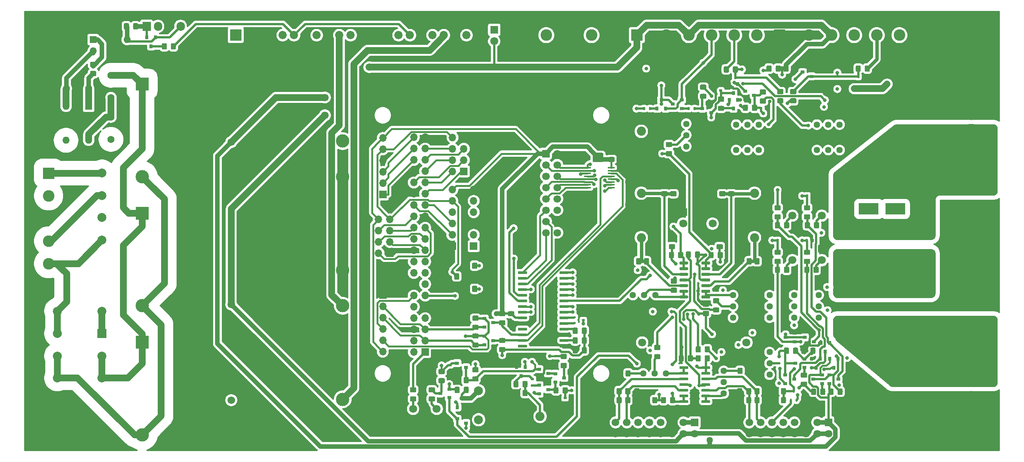
<source format=gbr>
%TF.GenerationSoftware,KiCad,Pcbnew,5.1.4+dfsg1-1~bpo10+1*%
%TF.CreationDate,2019-11-23T21:48:09+01:00*%
%TF.ProjectId,RF-AMP-CNTLR_V1,52462d41-4d50-42d4-934e-544c525f5631,rev?*%
%TF.SameCoordinates,Original*%
%TF.FileFunction,Copper,L1,Top*%
%TF.FilePolarity,Positive*%
%FSLAX46Y46*%
G04 Gerber Fmt 4.6, Leading zero omitted, Abs format (unit mm)*
G04 Created by KiCad (PCBNEW 5.1.4+dfsg1-1~bpo10+1) date 2019-11-23 21:48:09*
%MOMM*%
%LPD*%
G04 APERTURE LIST*
%ADD10C,1.850000*%
%ADD11R,1.850000X1.850000*%
%ADD12C,8.600000*%
%ADD13C,2.000000*%
%ADD14O,1.600000X1.600000*%
%ADD15R,1.600000X1.600000*%
%ADD16R,2.000000X2.000000*%
%ADD17C,3.000000*%
%ADD18R,3.000000X3.000000*%
%ADD19C,0.100000*%
%ADD20C,1.150000*%
%ADD21C,2.600000*%
%ADD22R,2.600000X2.600000*%
%ADD23C,1.600000*%
%ADD24R,4.000000X4.000000*%
%ADD25C,4.000000*%
%ADD26C,2.075000*%
%ADD27R,1.800000X1.800000*%
%ADD28C,1.800000*%
%ADD29R,0.700000X0.450000*%
%ADD30R,0.450000X0.700000*%
%ADD31R,0.600000X0.700000*%
%ADD32R,0.700000X0.600000*%
%ADD33R,1.700000X1.700000*%
%ADD34C,1.700000*%
%ADD35O,1.700000X1.700000*%
%ADD36C,2.250000*%
%ADD37C,2.050000*%
%ADD38R,0.800000X0.900000*%
%ADD39R,0.900000X0.800000*%
%ADD40R,5.840000X3.940000*%
%ADD41R,0.600000X0.510000*%
%ADD42C,1.440000*%
%ADD43R,1.905000X2.000000*%
%ADD44O,1.905000X2.000000*%
%ADD45C,0.600000*%
%ADD46R,1.600000X0.410000*%
%ADD47C,3.200000*%
%ADD48R,4.500000X2.500000*%
%ADD49O,4.500000X2.500000*%
%ADD50C,0.800000*%
%ADD51C,0.500000*%
%ADD52C,0.400000*%
%ADD53C,1.000000*%
%ADD54C,1.500000*%
%ADD55C,0.750000*%
%ADD56C,0.254000*%
%ADD57C,0.300000*%
G04 APERTURE END LIST*
D10*
X112160000Y-56000000D03*
X107080000Y-56000000D03*
X119780000Y-56000000D03*
X117240000Y-56000000D03*
X114700000Y-56000000D03*
X104540000Y-56000000D03*
D11*
X102000000Y-56000000D03*
D12*
X27000000Y-143000000D03*
X233000000Y-143000000D03*
X233000000Y-57000000D03*
X27000000Y-57000000D03*
D13*
X28000000Y-118000000D03*
X38000000Y-118000000D03*
X38000000Y-133000000D03*
X28000000Y-133000000D03*
D14*
X35000000Y-79620000D03*
X29920000Y-72000000D03*
X29920000Y-79620000D03*
D15*
X35000000Y-72000000D03*
D16*
X38000000Y-123000000D03*
D13*
X38000000Y-128100000D03*
X28000000Y-123000000D03*
X28000000Y-128100000D03*
D17*
X92000000Y-87800000D03*
X47000000Y-87800000D03*
X92000000Y-79800000D03*
D18*
X47000000Y-67000000D03*
X47000000Y-96000000D03*
D17*
X92000000Y-108800000D03*
X47000000Y-116800000D03*
X92000000Y-116800000D03*
X92000000Y-145800000D03*
X47000000Y-145800000D03*
X92000000Y-137800000D03*
D18*
X47000000Y-125000000D03*
D15*
X36000000Y-57000000D03*
D14*
X43620000Y-59540000D03*
X36000000Y-59540000D03*
X43620000Y-57000000D03*
D19*
G36*
X36474505Y-62001204D02*
G01*
X36498773Y-62004804D01*
X36522572Y-62010765D01*
X36545671Y-62019030D01*
X36567850Y-62029520D01*
X36588893Y-62042132D01*
X36608599Y-62056747D01*
X36626777Y-62073223D01*
X36643253Y-62091401D01*
X36657868Y-62111107D01*
X36670480Y-62132150D01*
X36680970Y-62154329D01*
X36689235Y-62177428D01*
X36695196Y-62201227D01*
X36698796Y-62225495D01*
X36700000Y-62249999D01*
X36700000Y-62900001D01*
X36698796Y-62924505D01*
X36695196Y-62948773D01*
X36689235Y-62972572D01*
X36680970Y-62995671D01*
X36670480Y-63017850D01*
X36657868Y-63038893D01*
X36643253Y-63058599D01*
X36626777Y-63076777D01*
X36608599Y-63093253D01*
X36588893Y-63107868D01*
X36567850Y-63120480D01*
X36545671Y-63130970D01*
X36522572Y-63139235D01*
X36498773Y-63145196D01*
X36474505Y-63148796D01*
X36450001Y-63150000D01*
X35549999Y-63150000D01*
X35525495Y-63148796D01*
X35501227Y-63145196D01*
X35477428Y-63139235D01*
X35454329Y-63130970D01*
X35432150Y-63120480D01*
X35411107Y-63107868D01*
X35391401Y-63093253D01*
X35373223Y-63076777D01*
X35356747Y-63058599D01*
X35342132Y-63038893D01*
X35329520Y-63017850D01*
X35319030Y-62995671D01*
X35310765Y-62972572D01*
X35304804Y-62948773D01*
X35301204Y-62924505D01*
X35300000Y-62900001D01*
X35300000Y-62249999D01*
X35301204Y-62225495D01*
X35304804Y-62201227D01*
X35310765Y-62177428D01*
X35319030Y-62154329D01*
X35329520Y-62132150D01*
X35342132Y-62111107D01*
X35356747Y-62091401D01*
X35373223Y-62073223D01*
X35391401Y-62056747D01*
X35411107Y-62042132D01*
X35432150Y-62029520D01*
X35454329Y-62019030D01*
X35477428Y-62010765D01*
X35501227Y-62004804D01*
X35525495Y-62001204D01*
X35549999Y-62000000D01*
X36450001Y-62000000D01*
X36474505Y-62001204D01*
X36474505Y-62001204D01*
G37*
D20*
X36000000Y-62575000D03*
D19*
G36*
X36474505Y-64051204D02*
G01*
X36498773Y-64054804D01*
X36522572Y-64060765D01*
X36545671Y-64069030D01*
X36567850Y-64079520D01*
X36588893Y-64092132D01*
X36608599Y-64106747D01*
X36626777Y-64123223D01*
X36643253Y-64141401D01*
X36657868Y-64161107D01*
X36670480Y-64182150D01*
X36680970Y-64204329D01*
X36689235Y-64227428D01*
X36695196Y-64251227D01*
X36698796Y-64275495D01*
X36700000Y-64299999D01*
X36700000Y-64950001D01*
X36698796Y-64974505D01*
X36695196Y-64998773D01*
X36689235Y-65022572D01*
X36680970Y-65045671D01*
X36670480Y-65067850D01*
X36657868Y-65088893D01*
X36643253Y-65108599D01*
X36626777Y-65126777D01*
X36608599Y-65143253D01*
X36588893Y-65157868D01*
X36567850Y-65170480D01*
X36545671Y-65180970D01*
X36522572Y-65189235D01*
X36498773Y-65195196D01*
X36474505Y-65198796D01*
X36450001Y-65200000D01*
X35549999Y-65200000D01*
X35525495Y-65198796D01*
X35501227Y-65195196D01*
X35477428Y-65189235D01*
X35454329Y-65180970D01*
X35432150Y-65170480D01*
X35411107Y-65157868D01*
X35391401Y-65143253D01*
X35373223Y-65126777D01*
X35356747Y-65108599D01*
X35342132Y-65088893D01*
X35329520Y-65067850D01*
X35319030Y-65045671D01*
X35310765Y-65022572D01*
X35304804Y-64998773D01*
X35301204Y-64974505D01*
X35300000Y-64950001D01*
X35300000Y-64299999D01*
X35301204Y-64275495D01*
X35304804Y-64251227D01*
X35310765Y-64227428D01*
X35319030Y-64204329D01*
X35329520Y-64182150D01*
X35342132Y-64161107D01*
X35356747Y-64141401D01*
X35373223Y-64123223D01*
X35391401Y-64106747D01*
X35411107Y-64092132D01*
X35432150Y-64079520D01*
X35454329Y-64069030D01*
X35477428Y-64060765D01*
X35501227Y-64054804D01*
X35525495Y-64051204D01*
X35549999Y-64050000D01*
X36450001Y-64050000D01*
X36474505Y-64051204D01*
X36474505Y-64051204D01*
G37*
D20*
X36000000Y-64625000D03*
D13*
X38000000Y-92000000D03*
X38000000Y-86920000D03*
X38000000Y-96920000D03*
X38000000Y-102000000D03*
D21*
X26000000Y-112400000D03*
X26000000Y-107320000D03*
X26000000Y-102240000D03*
X26000000Y-97160000D03*
X26000000Y-92080000D03*
D22*
X26000000Y-87000000D03*
X158000000Y-56000000D03*
D21*
X152920000Y-56000000D03*
X147840000Y-56000000D03*
X142760000Y-56000000D03*
X137680000Y-56000000D03*
X132600000Y-56000000D03*
D22*
X68000000Y-56000000D03*
D21*
X62920000Y-56000000D03*
D22*
X190000000Y-56000000D03*
D21*
X184920000Y-56000000D03*
X179840000Y-56000000D03*
X174760000Y-56000000D03*
X169680000Y-56000000D03*
X164600000Y-56000000D03*
X196600000Y-56000000D03*
X201680000Y-56000000D03*
X206760000Y-56000000D03*
X211840000Y-56000000D03*
X216920000Y-56000000D03*
D22*
X222000000Y-56000000D03*
D23*
X30000000Y-68000000D03*
X35000000Y-68000000D03*
X40000000Y-65000000D03*
X40000000Y-70000000D03*
X40000000Y-79400000D03*
X40000000Y-74400000D03*
D24*
X218000000Y-132000000D03*
D25*
X218000000Y-142000000D03*
X218000000Y-69000000D03*
D24*
X218000000Y-79000000D03*
D19*
G36*
X130274505Y-118001204D02*
G01*
X130298773Y-118004804D01*
X130322572Y-118010765D01*
X130345671Y-118019030D01*
X130367850Y-118029520D01*
X130388893Y-118042132D01*
X130408599Y-118056747D01*
X130426777Y-118073223D01*
X130443253Y-118091401D01*
X130457868Y-118111107D01*
X130470480Y-118132150D01*
X130480970Y-118154329D01*
X130489235Y-118177428D01*
X130495196Y-118201227D01*
X130498796Y-118225495D01*
X130500000Y-118249999D01*
X130500000Y-118900001D01*
X130498796Y-118924505D01*
X130495196Y-118948773D01*
X130489235Y-118972572D01*
X130480970Y-118995671D01*
X130470480Y-119017850D01*
X130457868Y-119038893D01*
X130443253Y-119058599D01*
X130426777Y-119076777D01*
X130408599Y-119093253D01*
X130388893Y-119107868D01*
X130367850Y-119120480D01*
X130345671Y-119130970D01*
X130322572Y-119139235D01*
X130298773Y-119145196D01*
X130274505Y-119148796D01*
X130250001Y-119150000D01*
X129349999Y-119150000D01*
X129325495Y-119148796D01*
X129301227Y-119145196D01*
X129277428Y-119139235D01*
X129254329Y-119130970D01*
X129232150Y-119120480D01*
X129211107Y-119107868D01*
X129191401Y-119093253D01*
X129173223Y-119076777D01*
X129156747Y-119058599D01*
X129142132Y-119038893D01*
X129129520Y-119017850D01*
X129119030Y-118995671D01*
X129110765Y-118972572D01*
X129104804Y-118948773D01*
X129101204Y-118924505D01*
X129100000Y-118900001D01*
X129100000Y-118249999D01*
X129101204Y-118225495D01*
X129104804Y-118201227D01*
X129110765Y-118177428D01*
X129119030Y-118154329D01*
X129129520Y-118132150D01*
X129142132Y-118111107D01*
X129156747Y-118091401D01*
X129173223Y-118073223D01*
X129191401Y-118056747D01*
X129211107Y-118042132D01*
X129232150Y-118029520D01*
X129254329Y-118019030D01*
X129277428Y-118010765D01*
X129301227Y-118004804D01*
X129325495Y-118001204D01*
X129349999Y-118000000D01*
X130250001Y-118000000D01*
X130274505Y-118001204D01*
X130274505Y-118001204D01*
G37*
D20*
X129800000Y-118575000D03*
D19*
G36*
X130274505Y-120051204D02*
G01*
X130298773Y-120054804D01*
X130322572Y-120060765D01*
X130345671Y-120069030D01*
X130367850Y-120079520D01*
X130388893Y-120092132D01*
X130408599Y-120106747D01*
X130426777Y-120123223D01*
X130443253Y-120141401D01*
X130457868Y-120161107D01*
X130470480Y-120182150D01*
X130480970Y-120204329D01*
X130489235Y-120227428D01*
X130495196Y-120251227D01*
X130498796Y-120275495D01*
X130500000Y-120299999D01*
X130500000Y-120950001D01*
X130498796Y-120974505D01*
X130495196Y-120998773D01*
X130489235Y-121022572D01*
X130480970Y-121045671D01*
X130470480Y-121067850D01*
X130457868Y-121088893D01*
X130443253Y-121108599D01*
X130426777Y-121126777D01*
X130408599Y-121143253D01*
X130388893Y-121157868D01*
X130367850Y-121170480D01*
X130345671Y-121180970D01*
X130322572Y-121189235D01*
X130298773Y-121195196D01*
X130274505Y-121198796D01*
X130250001Y-121200000D01*
X129349999Y-121200000D01*
X129325495Y-121198796D01*
X129301227Y-121195196D01*
X129277428Y-121189235D01*
X129254329Y-121180970D01*
X129232150Y-121170480D01*
X129211107Y-121157868D01*
X129191401Y-121143253D01*
X129173223Y-121126777D01*
X129156747Y-121108599D01*
X129142132Y-121088893D01*
X129129520Y-121067850D01*
X129119030Y-121045671D01*
X129110765Y-121022572D01*
X129104804Y-120998773D01*
X129101204Y-120974505D01*
X129100000Y-120950001D01*
X129100000Y-120299999D01*
X129101204Y-120275495D01*
X129104804Y-120251227D01*
X129110765Y-120227428D01*
X129119030Y-120204329D01*
X129129520Y-120182150D01*
X129142132Y-120161107D01*
X129156747Y-120141401D01*
X129173223Y-120123223D01*
X129191401Y-120106747D01*
X129211107Y-120092132D01*
X129232150Y-120079520D01*
X129254329Y-120069030D01*
X129277428Y-120060765D01*
X129301227Y-120054804D01*
X129325495Y-120051204D01*
X129349999Y-120050000D01*
X130250001Y-120050000D01*
X130274505Y-120051204D01*
X130274505Y-120051204D01*
G37*
D20*
X129800000Y-120625000D03*
D19*
G36*
X150249504Y-77501204D02*
G01*
X150273773Y-77504804D01*
X150297571Y-77510765D01*
X150320671Y-77519030D01*
X150342849Y-77529520D01*
X150363893Y-77542133D01*
X150383598Y-77556747D01*
X150401777Y-77573223D01*
X150418253Y-77591402D01*
X150432867Y-77611107D01*
X150445480Y-77632151D01*
X150455970Y-77654329D01*
X150464235Y-77677429D01*
X150470196Y-77701227D01*
X150473796Y-77725496D01*
X150475000Y-77750000D01*
X150475000Y-79325000D01*
X150473796Y-79349504D01*
X150470196Y-79373773D01*
X150464235Y-79397571D01*
X150455970Y-79420671D01*
X150445480Y-79442849D01*
X150432867Y-79463893D01*
X150418253Y-79483598D01*
X150401777Y-79501777D01*
X150383598Y-79518253D01*
X150363893Y-79532867D01*
X150342849Y-79545480D01*
X150320671Y-79555970D01*
X150297571Y-79564235D01*
X150273773Y-79570196D01*
X150249504Y-79573796D01*
X150225000Y-79575000D01*
X148375000Y-79575000D01*
X148350496Y-79573796D01*
X148326227Y-79570196D01*
X148302429Y-79564235D01*
X148279329Y-79555970D01*
X148257151Y-79545480D01*
X148236107Y-79532867D01*
X148216402Y-79518253D01*
X148198223Y-79501777D01*
X148181747Y-79483598D01*
X148167133Y-79463893D01*
X148154520Y-79442849D01*
X148144030Y-79420671D01*
X148135765Y-79397571D01*
X148129804Y-79373773D01*
X148126204Y-79349504D01*
X148125000Y-79325000D01*
X148125000Y-77750000D01*
X148126204Y-77725496D01*
X148129804Y-77701227D01*
X148135765Y-77677429D01*
X148144030Y-77654329D01*
X148154520Y-77632151D01*
X148167133Y-77611107D01*
X148181747Y-77591402D01*
X148198223Y-77573223D01*
X148216402Y-77556747D01*
X148236107Y-77542133D01*
X148257151Y-77529520D01*
X148279329Y-77519030D01*
X148302429Y-77510765D01*
X148326227Y-77504804D01*
X148350496Y-77501204D01*
X148375000Y-77500000D01*
X150225000Y-77500000D01*
X150249504Y-77501204D01*
X150249504Y-77501204D01*
G37*
D26*
X149300000Y-78537500D03*
D19*
G36*
X150249504Y-82426204D02*
G01*
X150273773Y-82429804D01*
X150297571Y-82435765D01*
X150320671Y-82444030D01*
X150342849Y-82454520D01*
X150363893Y-82467133D01*
X150383598Y-82481747D01*
X150401777Y-82498223D01*
X150418253Y-82516402D01*
X150432867Y-82536107D01*
X150445480Y-82557151D01*
X150455970Y-82579329D01*
X150464235Y-82602429D01*
X150470196Y-82626227D01*
X150473796Y-82650496D01*
X150475000Y-82675000D01*
X150475000Y-84250000D01*
X150473796Y-84274504D01*
X150470196Y-84298773D01*
X150464235Y-84322571D01*
X150455970Y-84345671D01*
X150445480Y-84367849D01*
X150432867Y-84388893D01*
X150418253Y-84408598D01*
X150401777Y-84426777D01*
X150383598Y-84443253D01*
X150363893Y-84457867D01*
X150342849Y-84470480D01*
X150320671Y-84480970D01*
X150297571Y-84489235D01*
X150273773Y-84495196D01*
X150249504Y-84498796D01*
X150225000Y-84500000D01*
X148375000Y-84500000D01*
X148350496Y-84498796D01*
X148326227Y-84495196D01*
X148302429Y-84489235D01*
X148279329Y-84480970D01*
X148257151Y-84470480D01*
X148236107Y-84457867D01*
X148216402Y-84443253D01*
X148198223Y-84426777D01*
X148181747Y-84408598D01*
X148167133Y-84388893D01*
X148154520Y-84367849D01*
X148144030Y-84345671D01*
X148135765Y-84322571D01*
X148129804Y-84298773D01*
X148126204Y-84274504D01*
X148125000Y-84250000D01*
X148125000Y-82675000D01*
X148126204Y-82650496D01*
X148129804Y-82626227D01*
X148135765Y-82602429D01*
X148144030Y-82579329D01*
X148154520Y-82557151D01*
X148167133Y-82536107D01*
X148181747Y-82516402D01*
X148198223Y-82498223D01*
X148216402Y-82481747D01*
X148236107Y-82467133D01*
X148257151Y-82454520D01*
X148279329Y-82444030D01*
X148302429Y-82435765D01*
X148326227Y-82429804D01*
X148350496Y-82426204D01*
X148375000Y-82425000D01*
X150225000Y-82425000D01*
X150249504Y-82426204D01*
X150249504Y-82426204D01*
G37*
D26*
X149300000Y-83462500D03*
D19*
G36*
X152774505Y-81301204D02*
G01*
X152798773Y-81304804D01*
X152822572Y-81310765D01*
X152845671Y-81319030D01*
X152867850Y-81329520D01*
X152888893Y-81342132D01*
X152908599Y-81356747D01*
X152926777Y-81373223D01*
X152943253Y-81391401D01*
X152957868Y-81411107D01*
X152970480Y-81432150D01*
X152980970Y-81454329D01*
X152989235Y-81477428D01*
X152995196Y-81501227D01*
X152998796Y-81525495D01*
X153000000Y-81549999D01*
X153000000Y-82200001D01*
X152998796Y-82224505D01*
X152995196Y-82248773D01*
X152989235Y-82272572D01*
X152980970Y-82295671D01*
X152970480Y-82317850D01*
X152957868Y-82338893D01*
X152943253Y-82358599D01*
X152926777Y-82376777D01*
X152908599Y-82393253D01*
X152888893Y-82407868D01*
X152867850Y-82420480D01*
X152845671Y-82430970D01*
X152822572Y-82439235D01*
X152798773Y-82445196D01*
X152774505Y-82448796D01*
X152750001Y-82450000D01*
X151849999Y-82450000D01*
X151825495Y-82448796D01*
X151801227Y-82445196D01*
X151777428Y-82439235D01*
X151754329Y-82430970D01*
X151732150Y-82420480D01*
X151711107Y-82407868D01*
X151691401Y-82393253D01*
X151673223Y-82376777D01*
X151656747Y-82358599D01*
X151642132Y-82338893D01*
X151629520Y-82317850D01*
X151619030Y-82295671D01*
X151610765Y-82272572D01*
X151604804Y-82248773D01*
X151601204Y-82224505D01*
X151600000Y-82200001D01*
X151600000Y-81549999D01*
X151601204Y-81525495D01*
X151604804Y-81501227D01*
X151610765Y-81477428D01*
X151619030Y-81454329D01*
X151629520Y-81432150D01*
X151642132Y-81411107D01*
X151656747Y-81391401D01*
X151673223Y-81373223D01*
X151691401Y-81356747D01*
X151711107Y-81342132D01*
X151732150Y-81329520D01*
X151754329Y-81319030D01*
X151777428Y-81310765D01*
X151801227Y-81304804D01*
X151825495Y-81301204D01*
X151849999Y-81300000D01*
X152750001Y-81300000D01*
X152774505Y-81301204D01*
X152774505Y-81301204D01*
G37*
D20*
X152300000Y-81875000D03*
D19*
G36*
X152774505Y-83351204D02*
G01*
X152798773Y-83354804D01*
X152822572Y-83360765D01*
X152845671Y-83369030D01*
X152867850Y-83379520D01*
X152888893Y-83392132D01*
X152908599Y-83406747D01*
X152926777Y-83423223D01*
X152943253Y-83441401D01*
X152957868Y-83461107D01*
X152970480Y-83482150D01*
X152980970Y-83504329D01*
X152989235Y-83527428D01*
X152995196Y-83551227D01*
X152998796Y-83575495D01*
X153000000Y-83599999D01*
X153000000Y-84250001D01*
X152998796Y-84274505D01*
X152995196Y-84298773D01*
X152989235Y-84322572D01*
X152980970Y-84345671D01*
X152970480Y-84367850D01*
X152957868Y-84388893D01*
X152943253Y-84408599D01*
X152926777Y-84426777D01*
X152908599Y-84443253D01*
X152888893Y-84457868D01*
X152867850Y-84470480D01*
X152845671Y-84480970D01*
X152822572Y-84489235D01*
X152798773Y-84495196D01*
X152774505Y-84498796D01*
X152750001Y-84500000D01*
X151849999Y-84500000D01*
X151825495Y-84498796D01*
X151801227Y-84495196D01*
X151777428Y-84489235D01*
X151754329Y-84480970D01*
X151732150Y-84470480D01*
X151711107Y-84457868D01*
X151691401Y-84443253D01*
X151673223Y-84426777D01*
X151656747Y-84408599D01*
X151642132Y-84388893D01*
X151629520Y-84367850D01*
X151619030Y-84345671D01*
X151610765Y-84322572D01*
X151604804Y-84298773D01*
X151601204Y-84274505D01*
X151600000Y-84250001D01*
X151600000Y-83599999D01*
X151601204Y-83575495D01*
X151604804Y-83551227D01*
X151610765Y-83527428D01*
X151619030Y-83504329D01*
X151629520Y-83482150D01*
X151642132Y-83461107D01*
X151656747Y-83441401D01*
X151673223Y-83423223D01*
X151691401Y-83406747D01*
X151711107Y-83392132D01*
X151732150Y-83379520D01*
X151754329Y-83369030D01*
X151777428Y-83360765D01*
X151801227Y-83354804D01*
X151825495Y-83351204D01*
X151849999Y-83350000D01*
X152750001Y-83350000D01*
X152774505Y-83351204D01*
X152774505Y-83351204D01*
G37*
D20*
X152300000Y-83925000D03*
D19*
G36*
X144524505Y-126101204D02*
G01*
X144548773Y-126104804D01*
X144572572Y-126110765D01*
X144595671Y-126119030D01*
X144617850Y-126129520D01*
X144638893Y-126142132D01*
X144658599Y-126156747D01*
X144676777Y-126173223D01*
X144693253Y-126191401D01*
X144707868Y-126211107D01*
X144720480Y-126232150D01*
X144730970Y-126254329D01*
X144739235Y-126277428D01*
X144745196Y-126301227D01*
X144748796Y-126325495D01*
X144750000Y-126349999D01*
X144750000Y-127250001D01*
X144748796Y-127274505D01*
X144745196Y-127298773D01*
X144739235Y-127322572D01*
X144730970Y-127345671D01*
X144720480Y-127367850D01*
X144707868Y-127388893D01*
X144693253Y-127408599D01*
X144676777Y-127426777D01*
X144658599Y-127443253D01*
X144638893Y-127457868D01*
X144617850Y-127470480D01*
X144595671Y-127480970D01*
X144572572Y-127489235D01*
X144548773Y-127495196D01*
X144524505Y-127498796D01*
X144500001Y-127500000D01*
X143849999Y-127500000D01*
X143825495Y-127498796D01*
X143801227Y-127495196D01*
X143777428Y-127489235D01*
X143754329Y-127480970D01*
X143732150Y-127470480D01*
X143711107Y-127457868D01*
X143691401Y-127443253D01*
X143673223Y-127426777D01*
X143656747Y-127408599D01*
X143642132Y-127388893D01*
X143629520Y-127367850D01*
X143619030Y-127345671D01*
X143610765Y-127322572D01*
X143604804Y-127298773D01*
X143601204Y-127274505D01*
X143600000Y-127250001D01*
X143600000Y-126349999D01*
X143601204Y-126325495D01*
X143604804Y-126301227D01*
X143610765Y-126277428D01*
X143619030Y-126254329D01*
X143629520Y-126232150D01*
X143642132Y-126211107D01*
X143656747Y-126191401D01*
X143673223Y-126173223D01*
X143691401Y-126156747D01*
X143711107Y-126142132D01*
X143732150Y-126129520D01*
X143754329Y-126119030D01*
X143777428Y-126110765D01*
X143801227Y-126104804D01*
X143825495Y-126101204D01*
X143849999Y-126100000D01*
X144500001Y-126100000D01*
X144524505Y-126101204D01*
X144524505Y-126101204D01*
G37*
D20*
X144175000Y-126800000D03*
D19*
G36*
X146574505Y-126101204D02*
G01*
X146598773Y-126104804D01*
X146622572Y-126110765D01*
X146645671Y-126119030D01*
X146667850Y-126129520D01*
X146688893Y-126142132D01*
X146708599Y-126156747D01*
X146726777Y-126173223D01*
X146743253Y-126191401D01*
X146757868Y-126211107D01*
X146770480Y-126232150D01*
X146780970Y-126254329D01*
X146789235Y-126277428D01*
X146795196Y-126301227D01*
X146798796Y-126325495D01*
X146800000Y-126349999D01*
X146800000Y-127250001D01*
X146798796Y-127274505D01*
X146795196Y-127298773D01*
X146789235Y-127322572D01*
X146780970Y-127345671D01*
X146770480Y-127367850D01*
X146757868Y-127388893D01*
X146743253Y-127408599D01*
X146726777Y-127426777D01*
X146708599Y-127443253D01*
X146688893Y-127457868D01*
X146667850Y-127470480D01*
X146645671Y-127480970D01*
X146622572Y-127489235D01*
X146598773Y-127495196D01*
X146574505Y-127498796D01*
X146550001Y-127500000D01*
X145899999Y-127500000D01*
X145875495Y-127498796D01*
X145851227Y-127495196D01*
X145827428Y-127489235D01*
X145804329Y-127480970D01*
X145782150Y-127470480D01*
X145761107Y-127457868D01*
X145741401Y-127443253D01*
X145723223Y-127426777D01*
X145706747Y-127408599D01*
X145692132Y-127388893D01*
X145679520Y-127367850D01*
X145669030Y-127345671D01*
X145660765Y-127322572D01*
X145654804Y-127298773D01*
X145651204Y-127274505D01*
X145650000Y-127250001D01*
X145650000Y-126349999D01*
X145651204Y-126325495D01*
X145654804Y-126301227D01*
X145660765Y-126277428D01*
X145669030Y-126254329D01*
X145679520Y-126232150D01*
X145692132Y-126211107D01*
X145706747Y-126191401D01*
X145723223Y-126173223D01*
X145741401Y-126156747D01*
X145761107Y-126142132D01*
X145782150Y-126129520D01*
X145804329Y-126119030D01*
X145827428Y-126110765D01*
X145851227Y-126104804D01*
X145875495Y-126101204D01*
X145899999Y-126100000D01*
X146550001Y-126100000D01*
X146574505Y-126101204D01*
X146574505Y-126101204D01*
G37*
D20*
X146225000Y-126800000D03*
D19*
G36*
X119974505Y-109501204D02*
G01*
X119998773Y-109504804D01*
X120022572Y-109510765D01*
X120045671Y-109519030D01*
X120067850Y-109529520D01*
X120088893Y-109542132D01*
X120108599Y-109556747D01*
X120126777Y-109573223D01*
X120143253Y-109591401D01*
X120157868Y-109611107D01*
X120170480Y-109632150D01*
X120180970Y-109654329D01*
X120189235Y-109677428D01*
X120195196Y-109701227D01*
X120198796Y-109725495D01*
X120200000Y-109749999D01*
X120200000Y-110650001D01*
X120198796Y-110674505D01*
X120195196Y-110698773D01*
X120189235Y-110722572D01*
X120180970Y-110745671D01*
X120170480Y-110767850D01*
X120157868Y-110788893D01*
X120143253Y-110808599D01*
X120126777Y-110826777D01*
X120108599Y-110843253D01*
X120088893Y-110857868D01*
X120067850Y-110870480D01*
X120045671Y-110880970D01*
X120022572Y-110889235D01*
X119998773Y-110895196D01*
X119974505Y-110898796D01*
X119950001Y-110900000D01*
X119299999Y-110900000D01*
X119275495Y-110898796D01*
X119251227Y-110895196D01*
X119227428Y-110889235D01*
X119204329Y-110880970D01*
X119182150Y-110870480D01*
X119161107Y-110857868D01*
X119141401Y-110843253D01*
X119123223Y-110826777D01*
X119106747Y-110808599D01*
X119092132Y-110788893D01*
X119079520Y-110767850D01*
X119069030Y-110745671D01*
X119060765Y-110722572D01*
X119054804Y-110698773D01*
X119051204Y-110674505D01*
X119050000Y-110650001D01*
X119050000Y-109749999D01*
X119051204Y-109725495D01*
X119054804Y-109701227D01*
X119060765Y-109677428D01*
X119069030Y-109654329D01*
X119079520Y-109632150D01*
X119092132Y-109611107D01*
X119106747Y-109591401D01*
X119123223Y-109573223D01*
X119141401Y-109556747D01*
X119161107Y-109542132D01*
X119182150Y-109529520D01*
X119204329Y-109519030D01*
X119227428Y-109510765D01*
X119251227Y-109504804D01*
X119275495Y-109501204D01*
X119299999Y-109500000D01*
X119950001Y-109500000D01*
X119974505Y-109501204D01*
X119974505Y-109501204D01*
G37*
D20*
X119625000Y-110200000D03*
D19*
G36*
X117924505Y-109501204D02*
G01*
X117948773Y-109504804D01*
X117972572Y-109510765D01*
X117995671Y-109519030D01*
X118017850Y-109529520D01*
X118038893Y-109542132D01*
X118058599Y-109556747D01*
X118076777Y-109573223D01*
X118093253Y-109591401D01*
X118107868Y-109611107D01*
X118120480Y-109632150D01*
X118130970Y-109654329D01*
X118139235Y-109677428D01*
X118145196Y-109701227D01*
X118148796Y-109725495D01*
X118150000Y-109749999D01*
X118150000Y-110650001D01*
X118148796Y-110674505D01*
X118145196Y-110698773D01*
X118139235Y-110722572D01*
X118130970Y-110745671D01*
X118120480Y-110767850D01*
X118107868Y-110788893D01*
X118093253Y-110808599D01*
X118076777Y-110826777D01*
X118058599Y-110843253D01*
X118038893Y-110857868D01*
X118017850Y-110870480D01*
X117995671Y-110880970D01*
X117972572Y-110889235D01*
X117948773Y-110895196D01*
X117924505Y-110898796D01*
X117900001Y-110900000D01*
X117249999Y-110900000D01*
X117225495Y-110898796D01*
X117201227Y-110895196D01*
X117177428Y-110889235D01*
X117154329Y-110880970D01*
X117132150Y-110870480D01*
X117111107Y-110857868D01*
X117091401Y-110843253D01*
X117073223Y-110826777D01*
X117056747Y-110808599D01*
X117042132Y-110788893D01*
X117029520Y-110767850D01*
X117019030Y-110745671D01*
X117010765Y-110722572D01*
X117004804Y-110698773D01*
X117001204Y-110674505D01*
X117000000Y-110650001D01*
X117000000Y-109749999D01*
X117001204Y-109725495D01*
X117004804Y-109701227D01*
X117010765Y-109677428D01*
X117019030Y-109654329D01*
X117029520Y-109632150D01*
X117042132Y-109611107D01*
X117056747Y-109591401D01*
X117073223Y-109573223D01*
X117091401Y-109556747D01*
X117111107Y-109542132D01*
X117132150Y-109529520D01*
X117154329Y-109519030D01*
X117177428Y-109510765D01*
X117201227Y-109504804D01*
X117225495Y-109501204D01*
X117249999Y-109500000D01*
X117900001Y-109500000D01*
X117924505Y-109501204D01*
X117924505Y-109501204D01*
G37*
D20*
X117575000Y-110200000D03*
D19*
G36*
X121974505Y-107101204D02*
G01*
X121998773Y-107104804D01*
X122022572Y-107110765D01*
X122045671Y-107119030D01*
X122067850Y-107129520D01*
X122088893Y-107142132D01*
X122108599Y-107156747D01*
X122126777Y-107173223D01*
X122143253Y-107191401D01*
X122157868Y-107211107D01*
X122170480Y-107232150D01*
X122180970Y-107254329D01*
X122189235Y-107277428D01*
X122195196Y-107301227D01*
X122198796Y-107325495D01*
X122200000Y-107349999D01*
X122200000Y-108250001D01*
X122198796Y-108274505D01*
X122195196Y-108298773D01*
X122189235Y-108322572D01*
X122180970Y-108345671D01*
X122170480Y-108367850D01*
X122157868Y-108388893D01*
X122143253Y-108408599D01*
X122126777Y-108426777D01*
X122108599Y-108443253D01*
X122088893Y-108457868D01*
X122067850Y-108470480D01*
X122045671Y-108480970D01*
X122022572Y-108489235D01*
X121998773Y-108495196D01*
X121974505Y-108498796D01*
X121950001Y-108500000D01*
X121299999Y-108500000D01*
X121275495Y-108498796D01*
X121251227Y-108495196D01*
X121227428Y-108489235D01*
X121204329Y-108480970D01*
X121182150Y-108470480D01*
X121161107Y-108457868D01*
X121141401Y-108443253D01*
X121123223Y-108426777D01*
X121106747Y-108408599D01*
X121092132Y-108388893D01*
X121079520Y-108367850D01*
X121069030Y-108345671D01*
X121060765Y-108322572D01*
X121054804Y-108298773D01*
X121051204Y-108274505D01*
X121050000Y-108250001D01*
X121050000Y-107349999D01*
X121051204Y-107325495D01*
X121054804Y-107301227D01*
X121060765Y-107277428D01*
X121069030Y-107254329D01*
X121079520Y-107232150D01*
X121092132Y-107211107D01*
X121106747Y-107191401D01*
X121123223Y-107173223D01*
X121141401Y-107156747D01*
X121161107Y-107142132D01*
X121182150Y-107129520D01*
X121204329Y-107119030D01*
X121227428Y-107110765D01*
X121251227Y-107104804D01*
X121275495Y-107101204D01*
X121299999Y-107100000D01*
X121950001Y-107100000D01*
X121974505Y-107101204D01*
X121974505Y-107101204D01*
G37*
D20*
X121625000Y-107800000D03*
D19*
G36*
X119924505Y-107101204D02*
G01*
X119948773Y-107104804D01*
X119972572Y-107110765D01*
X119995671Y-107119030D01*
X120017850Y-107129520D01*
X120038893Y-107142132D01*
X120058599Y-107156747D01*
X120076777Y-107173223D01*
X120093253Y-107191401D01*
X120107868Y-107211107D01*
X120120480Y-107232150D01*
X120130970Y-107254329D01*
X120139235Y-107277428D01*
X120145196Y-107301227D01*
X120148796Y-107325495D01*
X120150000Y-107349999D01*
X120150000Y-108250001D01*
X120148796Y-108274505D01*
X120145196Y-108298773D01*
X120139235Y-108322572D01*
X120130970Y-108345671D01*
X120120480Y-108367850D01*
X120107868Y-108388893D01*
X120093253Y-108408599D01*
X120076777Y-108426777D01*
X120058599Y-108443253D01*
X120038893Y-108457868D01*
X120017850Y-108470480D01*
X119995671Y-108480970D01*
X119972572Y-108489235D01*
X119948773Y-108495196D01*
X119924505Y-108498796D01*
X119900001Y-108500000D01*
X119249999Y-108500000D01*
X119225495Y-108498796D01*
X119201227Y-108495196D01*
X119177428Y-108489235D01*
X119154329Y-108480970D01*
X119132150Y-108470480D01*
X119111107Y-108457868D01*
X119091401Y-108443253D01*
X119073223Y-108426777D01*
X119056747Y-108408599D01*
X119042132Y-108388893D01*
X119029520Y-108367850D01*
X119019030Y-108345671D01*
X119010765Y-108322572D01*
X119004804Y-108298773D01*
X119001204Y-108274505D01*
X119000000Y-108250001D01*
X119000000Y-107349999D01*
X119001204Y-107325495D01*
X119004804Y-107301227D01*
X119010765Y-107277428D01*
X119019030Y-107254329D01*
X119029520Y-107232150D01*
X119042132Y-107211107D01*
X119056747Y-107191401D01*
X119073223Y-107173223D01*
X119091401Y-107156747D01*
X119111107Y-107142132D01*
X119132150Y-107129520D01*
X119154329Y-107119030D01*
X119177428Y-107110765D01*
X119201227Y-107104804D01*
X119225495Y-107101204D01*
X119249999Y-107100000D01*
X119900001Y-107100000D01*
X119924505Y-107101204D01*
X119924505Y-107101204D01*
G37*
D20*
X119575000Y-107800000D03*
D19*
G36*
X119924505Y-112301204D02*
G01*
X119948773Y-112304804D01*
X119972572Y-112310765D01*
X119995671Y-112319030D01*
X120017850Y-112329520D01*
X120038893Y-112342132D01*
X120058599Y-112356747D01*
X120076777Y-112373223D01*
X120093253Y-112391401D01*
X120107868Y-112411107D01*
X120120480Y-112432150D01*
X120130970Y-112454329D01*
X120139235Y-112477428D01*
X120145196Y-112501227D01*
X120148796Y-112525495D01*
X120150000Y-112549999D01*
X120150000Y-113450001D01*
X120148796Y-113474505D01*
X120145196Y-113498773D01*
X120139235Y-113522572D01*
X120130970Y-113545671D01*
X120120480Y-113567850D01*
X120107868Y-113588893D01*
X120093253Y-113608599D01*
X120076777Y-113626777D01*
X120058599Y-113643253D01*
X120038893Y-113657868D01*
X120017850Y-113670480D01*
X119995671Y-113680970D01*
X119972572Y-113689235D01*
X119948773Y-113695196D01*
X119924505Y-113698796D01*
X119900001Y-113700000D01*
X119249999Y-113700000D01*
X119225495Y-113698796D01*
X119201227Y-113695196D01*
X119177428Y-113689235D01*
X119154329Y-113680970D01*
X119132150Y-113670480D01*
X119111107Y-113657868D01*
X119091401Y-113643253D01*
X119073223Y-113626777D01*
X119056747Y-113608599D01*
X119042132Y-113588893D01*
X119029520Y-113567850D01*
X119019030Y-113545671D01*
X119010765Y-113522572D01*
X119004804Y-113498773D01*
X119001204Y-113474505D01*
X119000000Y-113450001D01*
X119000000Y-112549999D01*
X119001204Y-112525495D01*
X119004804Y-112501227D01*
X119010765Y-112477428D01*
X119019030Y-112454329D01*
X119029520Y-112432150D01*
X119042132Y-112411107D01*
X119056747Y-112391401D01*
X119073223Y-112373223D01*
X119091401Y-112356747D01*
X119111107Y-112342132D01*
X119132150Y-112329520D01*
X119154329Y-112319030D01*
X119177428Y-112310765D01*
X119201227Y-112304804D01*
X119225495Y-112301204D01*
X119249999Y-112300000D01*
X119900001Y-112300000D01*
X119924505Y-112301204D01*
X119924505Y-112301204D01*
G37*
D20*
X119575000Y-113000000D03*
D19*
G36*
X121974505Y-112301204D02*
G01*
X121998773Y-112304804D01*
X122022572Y-112310765D01*
X122045671Y-112319030D01*
X122067850Y-112329520D01*
X122088893Y-112342132D01*
X122108599Y-112356747D01*
X122126777Y-112373223D01*
X122143253Y-112391401D01*
X122157868Y-112411107D01*
X122170480Y-112432150D01*
X122180970Y-112454329D01*
X122189235Y-112477428D01*
X122195196Y-112501227D01*
X122198796Y-112525495D01*
X122200000Y-112549999D01*
X122200000Y-113450001D01*
X122198796Y-113474505D01*
X122195196Y-113498773D01*
X122189235Y-113522572D01*
X122180970Y-113545671D01*
X122170480Y-113567850D01*
X122157868Y-113588893D01*
X122143253Y-113608599D01*
X122126777Y-113626777D01*
X122108599Y-113643253D01*
X122088893Y-113657868D01*
X122067850Y-113670480D01*
X122045671Y-113680970D01*
X122022572Y-113689235D01*
X121998773Y-113695196D01*
X121974505Y-113698796D01*
X121950001Y-113700000D01*
X121299999Y-113700000D01*
X121275495Y-113698796D01*
X121251227Y-113695196D01*
X121227428Y-113689235D01*
X121204329Y-113680970D01*
X121182150Y-113670480D01*
X121161107Y-113657868D01*
X121141401Y-113643253D01*
X121123223Y-113626777D01*
X121106747Y-113608599D01*
X121092132Y-113588893D01*
X121079520Y-113567850D01*
X121069030Y-113545671D01*
X121060765Y-113522572D01*
X121054804Y-113498773D01*
X121051204Y-113474505D01*
X121050000Y-113450001D01*
X121050000Y-112549999D01*
X121051204Y-112525495D01*
X121054804Y-112501227D01*
X121060765Y-112477428D01*
X121069030Y-112454329D01*
X121079520Y-112432150D01*
X121092132Y-112411107D01*
X121106747Y-112391401D01*
X121123223Y-112373223D01*
X121141401Y-112356747D01*
X121161107Y-112342132D01*
X121182150Y-112329520D01*
X121204329Y-112319030D01*
X121227428Y-112310765D01*
X121251227Y-112304804D01*
X121275495Y-112301204D01*
X121299999Y-112300000D01*
X121950001Y-112300000D01*
X121974505Y-112301204D01*
X121974505Y-112301204D01*
G37*
D20*
X121625000Y-113000000D03*
D19*
G36*
X173974505Y-117951204D02*
G01*
X173998773Y-117954804D01*
X174022572Y-117960765D01*
X174045671Y-117969030D01*
X174067850Y-117979520D01*
X174088893Y-117992132D01*
X174108599Y-118006747D01*
X174126777Y-118023223D01*
X174143253Y-118041401D01*
X174157868Y-118061107D01*
X174170480Y-118082150D01*
X174180970Y-118104329D01*
X174189235Y-118127428D01*
X174195196Y-118151227D01*
X174198796Y-118175495D01*
X174200000Y-118199999D01*
X174200000Y-118850001D01*
X174198796Y-118874505D01*
X174195196Y-118898773D01*
X174189235Y-118922572D01*
X174180970Y-118945671D01*
X174170480Y-118967850D01*
X174157868Y-118988893D01*
X174143253Y-119008599D01*
X174126777Y-119026777D01*
X174108599Y-119043253D01*
X174088893Y-119057868D01*
X174067850Y-119070480D01*
X174045671Y-119080970D01*
X174022572Y-119089235D01*
X173998773Y-119095196D01*
X173974505Y-119098796D01*
X173950001Y-119100000D01*
X173049999Y-119100000D01*
X173025495Y-119098796D01*
X173001227Y-119095196D01*
X172977428Y-119089235D01*
X172954329Y-119080970D01*
X172932150Y-119070480D01*
X172911107Y-119057868D01*
X172891401Y-119043253D01*
X172873223Y-119026777D01*
X172856747Y-119008599D01*
X172842132Y-118988893D01*
X172829520Y-118967850D01*
X172819030Y-118945671D01*
X172810765Y-118922572D01*
X172804804Y-118898773D01*
X172801204Y-118874505D01*
X172800000Y-118850001D01*
X172800000Y-118199999D01*
X172801204Y-118175495D01*
X172804804Y-118151227D01*
X172810765Y-118127428D01*
X172819030Y-118104329D01*
X172829520Y-118082150D01*
X172842132Y-118061107D01*
X172856747Y-118041401D01*
X172873223Y-118023223D01*
X172891401Y-118006747D01*
X172911107Y-117992132D01*
X172932150Y-117979520D01*
X172954329Y-117969030D01*
X172977428Y-117960765D01*
X173001227Y-117954804D01*
X173025495Y-117951204D01*
X173049999Y-117950000D01*
X173950001Y-117950000D01*
X173974505Y-117951204D01*
X173974505Y-117951204D01*
G37*
D20*
X173500000Y-118525000D03*
D19*
G36*
X173974505Y-115901204D02*
G01*
X173998773Y-115904804D01*
X174022572Y-115910765D01*
X174045671Y-115919030D01*
X174067850Y-115929520D01*
X174088893Y-115942132D01*
X174108599Y-115956747D01*
X174126777Y-115973223D01*
X174143253Y-115991401D01*
X174157868Y-116011107D01*
X174170480Y-116032150D01*
X174180970Y-116054329D01*
X174189235Y-116077428D01*
X174195196Y-116101227D01*
X174198796Y-116125495D01*
X174200000Y-116149999D01*
X174200000Y-116800001D01*
X174198796Y-116824505D01*
X174195196Y-116848773D01*
X174189235Y-116872572D01*
X174180970Y-116895671D01*
X174170480Y-116917850D01*
X174157868Y-116938893D01*
X174143253Y-116958599D01*
X174126777Y-116976777D01*
X174108599Y-116993253D01*
X174088893Y-117007868D01*
X174067850Y-117020480D01*
X174045671Y-117030970D01*
X174022572Y-117039235D01*
X173998773Y-117045196D01*
X173974505Y-117048796D01*
X173950001Y-117050000D01*
X173049999Y-117050000D01*
X173025495Y-117048796D01*
X173001227Y-117045196D01*
X172977428Y-117039235D01*
X172954329Y-117030970D01*
X172932150Y-117020480D01*
X172911107Y-117007868D01*
X172891401Y-116993253D01*
X172873223Y-116976777D01*
X172856747Y-116958599D01*
X172842132Y-116938893D01*
X172829520Y-116917850D01*
X172819030Y-116895671D01*
X172810765Y-116872572D01*
X172804804Y-116848773D01*
X172801204Y-116824505D01*
X172800000Y-116800001D01*
X172800000Y-116149999D01*
X172801204Y-116125495D01*
X172804804Y-116101227D01*
X172810765Y-116077428D01*
X172819030Y-116054329D01*
X172829520Y-116032150D01*
X172842132Y-116011107D01*
X172856747Y-115991401D01*
X172873223Y-115973223D01*
X172891401Y-115956747D01*
X172911107Y-115942132D01*
X172932150Y-115929520D01*
X172954329Y-115919030D01*
X172977428Y-115910765D01*
X173001227Y-115904804D01*
X173025495Y-115901204D01*
X173049999Y-115900000D01*
X173950001Y-115900000D01*
X173974505Y-115901204D01*
X173974505Y-115901204D01*
G37*
D20*
X173500000Y-116475000D03*
D19*
G36*
X152324505Y-135301204D02*
G01*
X152348773Y-135304804D01*
X152372572Y-135310765D01*
X152395671Y-135319030D01*
X152417850Y-135329520D01*
X152438893Y-135342132D01*
X152458599Y-135356747D01*
X152476777Y-135373223D01*
X152493253Y-135391401D01*
X152507868Y-135411107D01*
X152520480Y-135432150D01*
X152530970Y-135454329D01*
X152539235Y-135477428D01*
X152545196Y-135501227D01*
X152548796Y-135525495D01*
X152550000Y-135549999D01*
X152550000Y-136450001D01*
X152548796Y-136474505D01*
X152545196Y-136498773D01*
X152539235Y-136522572D01*
X152530970Y-136545671D01*
X152520480Y-136567850D01*
X152507868Y-136588893D01*
X152493253Y-136608599D01*
X152476777Y-136626777D01*
X152458599Y-136643253D01*
X152438893Y-136657868D01*
X152417850Y-136670480D01*
X152395671Y-136680970D01*
X152372572Y-136689235D01*
X152348773Y-136695196D01*
X152324505Y-136698796D01*
X152300001Y-136700000D01*
X151649999Y-136700000D01*
X151625495Y-136698796D01*
X151601227Y-136695196D01*
X151577428Y-136689235D01*
X151554329Y-136680970D01*
X151532150Y-136670480D01*
X151511107Y-136657868D01*
X151491401Y-136643253D01*
X151473223Y-136626777D01*
X151456747Y-136608599D01*
X151442132Y-136588893D01*
X151429520Y-136567850D01*
X151419030Y-136545671D01*
X151410765Y-136522572D01*
X151404804Y-136498773D01*
X151401204Y-136474505D01*
X151400000Y-136450001D01*
X151400000Y-135549999D01*
X151401204Y-135525495D01*
X151404804Y-135501227D01*
X151410765Y-135477428D01*
X151419030Y-135454329D01*
X151429520Y-135432150D01*
X151442132Y-135411107D01*
X151456747Y-135391401D01*
X151473223Y-135373223D01*
X151491401Y-135356747D01*
X151511107Y-135342132D01*
X151532150Y-135329520D01*
X151554329Y-135319030D01*
X151577428Y-135310765D01*
X151601227Y-135304804D01*
X151625495Y-135301204D01*
X151649999Y-135300000D01*
X152300001Y-135300000D01*
X152324505Y-135301204D01*
X152324505Y-135301204D01*
G37*
D20*
X151975000Y-136000000D03*
D19*
G36*
X154374505Y-135301204D02*
G01*
X154398773Y-135304804D01*
X154422572Y-135310765D01*
X154445671Y-135319030D01*
X154467850Y-135329520D01*
X154488893Y-135342132D01*
X154508599Y-135356747D01*
X154526777Y-135373223D01*
X154543253Y-135391401D01*
X154557868Y-135411107D01*
X154570480Y-135432150D01*
X154580970Y-135454329D01*
X154589235Y-135477428D01*
X154595196Y-135501227D01*
X154598796Y-135525495D01*
X154600000Y-135549999D01*
X154600000Y-136450001D01*
X154598796Y-136474505D01*
X154595196Y-136498773D01*
X154589235Y-136522572D01*
X154580970Y-136545671D01*
X154570480Y-136567850D01*
X154557868Y-136588893D01*
X154543253Y-136608599D01*
X154526777Y-136626777D01*
X154508599Y-136643253D01*
X154488893Y-136657868D01*
X154467850Y-136670480D01*
X154445671Y-136680970D01*
X154422572Y-136689235D01*
X154398773Y-136695196D01*
X154374505Y-136698796D01*
X154350001Y-136700000D01*
X153699999Y-136700000D01*
X153675495Y-136698796D01*
X153651227Y-136695196D01*
X153627428Y-136689235D01*
X153604329Y-136680970D01*
X153582150Y-136670480D01*
X153561107Y-136657868D01*
X153541401Y-136643253D01*
X153523223Y-136626777D01*
X153506747Y-136608599D01*
X153492132Y-136588893D01*
X153479520Y-136567850D01*
X153469030Y-136545671D01*
X153460765Y-136522572D01*
X153454804Y-136498773D01*
X153451204Y-136474505D01*
X153450000Y-136450001D01*
X153450000Y-135549999D01*
X153451204Y-135525495D01*
X153454804Y-135501227D01*
X153460765Y-135477428D01*
X153469030Y-135454329D01*
X153479520Y-135432150D01*
X153492132Y-135411107D01*
X153506747Y-135391401D01*
X153523223Y-135373223D01*
X153541401Y-135356747D01*
X153561107Y-135342132D01*
X153582150Y-135329520D01*
X153604329Y-135319030D01*
X153627428Y-135310765D01*
X153651227Y-135304804D01*
X153675495Y-135301204D01*
X153699999Y-135300000D01*
X154350001Y-135300000D01*
X154374505Y-135301204D01*
X154374505Y-135301204D01*
G37*
D20*
X154025000Y-136000000D03*
D19*
G36*
X156324505Y-135301204D02*
G01*
X156348773Y-135304804D01*
X156372572Y-135310765D01*
X156395671Y-135319030D01*
X156417850Y-135329520D01*
X156438893Y-135342132D01*
X156458599Y-135356747D01*
X156476777Y-135373223D01*
X156493253Y-135391401D01*
X156507868Y-135411107D01*
X156520480Y-135432150D01*
X156530970Y-135454329D01*
X156539235Y-135477428D01*
X156545196Y-135501227D01*
X156548796Y-135525495D01*
X156550000Y-135549999D01*
X156550000Y-136450001D01*
X156548796Y-136474505D01*
X156545196Y-136498773D01*
X156539235Y-136522572D01*
X156530970Y-136545671D01*
X156520480Y-136567850D01*
X156507868Y-136588893D01*
X156493253Y-136608599D01*
X156476777Y-136626777D01*
X156458599Y-136643253D01*
X156438893Y-136657868D01*
X156417850Y-136670480D01*
X156395671Y-136680970D01*
X156372572Y-136689235D01*
X156348773Y-136695196D01*
X156324505Y-136698796D01*
X156300001Y-136700000D01*
X155649999Y-136700000D01*
X155625495Y-136698796D01*
X155601227Y-136695196D01*
X155577428Y-136689235D01*
X155554329Y-136680970D01*
X155532150Y-136670480D01*
X155511107Y-136657868D01*
X155491401Y-136643253D01*
X155473223Y-136626777D01*
X155456747Y-136608599D01*
X155442132Y-136588893D01*
X155429520Y-136567850D01*
X155419030Y-136545671D01*
X155410765Y-136522572D01*
X155404804Y-136498773D01*
X155401204Y-136474505D01*
X155400000Y-136450001D01*
X155400000Y-135549999D01*
X155401204Y-135525495D01*
X155404804Y-135501227D01*
X155410765Y-135477428D01*
X155419030Y-135454329D01*
X155429520Y-135432150D01*
X155442132Y-135411107D01*
X155456747Y-135391401D01*
X155473223Y-135373223D01*
X155491401Y-135356747D01*
X155511107Y-135342132D01*
X155532150Y-135329520D01*
X155554329Y-135319030D01*
X155577428Y-135310765D01*
X155601227Y-135304804D01*
X155625495Y-135301204D01*
X155649999Y-135300000D01*
X156300001Y-135300000D01*
X156324505Y-135301204D01*
X156324505Y-135301204D01*
G37*
D20*
X155975000Y-136000000D03*
D19*
G36*
X158374505Y-135301204D02*
G01*
X158398773Y-135304804D01*
X158422572Y-135310765D01*
X158445671Y-135319030D01*
X158467850Y-135329520D01*
X158488893Y-135342132D01*
X158508599Y-135356747D01*
X158526777Y-135373223D01*
X158543253Y-135391401D01*
X158557868Y-135411107D01*
X158570480Y-135432150D01*
X158580970Y-135454329D01*
X158589235Y-135477428D01*
X158595196Y-135501227D01*
X158598796Y-135525495D01*
X158600000Y-135549999D01*
X158600000Y-136450001D01*
X158598796Y-136474505D01*
X158595196Y-136498773D01*
X158589235Y-136522572D01*
X158580970Y-136545671D01*
X158570480Y-136567850D01*
X158557868Y-136588893D01*
X158543253Y-136608599D01*
X158526777Y-136626777D01*
X158508599Y-136643253D01*
X158488893Y-136657868D01*
X158467850Y-136670480D01*
X158445671Y-136680970D01*
X158422572Y-136689235D01*
X158398773Y-136695196D01*
X158374505Y-136698796D01*
X158350001Y-136700000D01*
X157699999Y-136700000D01*
X157675495Y-136698796D01*
X157651227Y-136695196D01*
X157627428Y-136689235D01*
X157604329Y-136680970D01*
X157582150Y-136670480D01*
X157561107Y-136657868D01*
X157541401Y-136643253D01*
X157523223Y-136626777D01*
X157506747Y-136608599D01*
X157492132Y-136588893D01*
X157479520Y-136567850D01*
X157469030Y-136545671D01*
X157460765Y-136522572D01*
X157454804Y-136498773D01*
X157451204Y-136474505D01*
X157450000Y-136450001D01*
X157450000Y-135549999D01*
X157451204Y-135525495D01*
X157454804Y-135501227D01*
X157460765Y-135477428D01*
X157469030Y-135454329D01*
X157479520Y-135432150D01*
X157492132Y-135411107D01*
X157506747Y-135391401D01*
X157523223Y-135373223D01*
X157541401Y-135356747D01*
X157561107Y-135342132D01*
X157582150Y-135329520D01*
X157604329Y-135319030D01*
X157627428Y-135310765D01*
X157651227Y-135304804D01*
X157675495Y-135301204D01*
X157699999Y-135300000D01*
X158350001Y-135300000D01*
X158374505Y-135301204D01*
X158374505Y-135301204D01*
G37*
D20*
X158025000Y-136000000D03*
D19*
G36*
X181424505Y-135301204D02*
G01*
X181448773Y-135304804D01*
X181472572Y-135310765D01*
X181495671Y-135319030D01*
X181517850Y-135329520D01*
X181538893Y-135342132D01*
X181558599Y-135356747D01*
X181576777Y-135373223D01*
X181593253Y-135391401D01*
X181607868Y-135411107D01*
X181620480Y-135432150D01*
X181630970Y-135454329D01*
X181639235Y-135477428D01*
X181645196Y-135501227D01*
X181648796Y-135525495D01*
X181650000Y-135549999D01*
X181650000Y-136450001D01*
X181648796Y-136474505D01*
X181645196Y-136498773D01*
X181639235Y-136522572D01*
X181630970Y-136545671D01*
X181620480Y-136567850D01*
X181607868Y-136588893D01*
X181593253Y-136608599D01*
X181576777Y-136626777D01*
X181558599Y-136643253D01*
X181538893Y-136657868D01*
X181517850Y-136670480D01*
X181495671Y-136680970D01*
X181472572Y-136689235D01*
X181448773Y-136695196D01*
X181424505Y-136698796D01*
X181400001Y-136700000D01*
X180749999Y-136700000D01*
X180725495Y-136698796D01*
X180701227Y-136695196D01*
X180677428Y-136689235D01*
X180654329Y-136680970D01*
X180632150Y-136670480D01*
X180611107Y-136657868D01*
X180591401Y-136643253D01*
X180573223Y-136626777D01*
X180556747Y-136608599D01*
X180542132Y-136588893D01*
X180529520Y-136567850D01*
X180519030Y-136545671D01*
X180510765Y-136522572D01*
X180504804Y-136498773D01*
X180501204Y-136474505D01*
X180500000Y-136450001D01*
X180500000Y-135549999D01*
X180501204Y-135525495D01*
X180504804Y-135501227D01*
X180510765Y-135477428D01*
X180519030Y-135454329D01*
X180529520Y-135432150D01*
X180542132Y-135411107D01*
X180556747Y-135391401D01*
X180573223Y-135373223D01*
X180591401Y-135356747D01*
X180611107Y-135342132D01*
X180632150Y-135329520D01*
X180654329Y-135319030D01*
X180677428Y-135310765D01*
X180701227Y-135304804D01*
X180725495Y-135301204D01*
X180749999Y-135300000D01*
X181400001Y-135300000D01*
X181424505Y-135301204D01*
X181424505Y-135301204D01*
G37*
D20*
X181075000Y-136000000D03*
D19*
G36*
X183474505Y-135301204D02*
G01*
X183498773Y-135304804D01*
X183522572Y-135310765D01*
X183545671Y-135319030D01*
X183567850Y-135329520D01*
X183588893Y-135342132D01*
X183608599Y-135356747D01*
X183626777Y-135373223D01*
X183643253Y-135391401D01*
X183657868Y-135411107D01*
X183670480Y-135432150D01*
X183680970Y-135454329D01*
X183689235Y-135477428D01*
X183695196Y-135501227D01*
X183698796Y-135525495D01*
X183700000Y-135549999D01*
X183700000Y-136450001D01*
X183698796Y-136474505D01*
X183695196Y-136498773D01*
X183689235Y-136522572D01*
X183680970Y-136545671D01*
X183670480Y-136567850D01*
X183657868Y-136588893D01*
X183643253Y-136608599D01*
X183626777Y-136626777D01*
X183608599Y-136643253D01*
X183588893Y-136657868D01*
X183567850Y-136670480D01*
X183545671Y-136680970D01*
X183522572Y-136689235D01*
X183498773Y-136695196D01*
X183474505Y-136698796D01*
X183450001Y-136700000D01*
X182799999Y-136700000D01*
X182775495Y-136698796D01*
X182751227Y-136695196D01*
X182727428Y-136689235D01*
X182704329Y-136680970D01*
X182682150Y-136670480D01*
X182661107Y-136657868D01*
X182641401Y-136643253D01*
X182623223Y-136626777D01*
X182606747Y-136608599D01*
X182592132Y-136588893D01*
X182579520Y-136567850D01*
X182569030Y-136545671D01*
X182560765Y-136522572D01*
X182554804Y-136498773D01*
X182551204Y-136474505D01*
X182550000Y-136450001D01*
X182550000Y-135549999D01*
X182551204Y-135525495D01*
X182554804Y-135501227D01*
X182560765Y-135477428D01*
X182569030Y-135454329D01*
X182579520Y-135432150D01*
X182592132Y-135411107D01*
X182606747Y-135391401D01*
X182623223Y-135373223D01*
X182641401Y-135356747D01*
X182661107Y-135342132D01*
X182682150Y-135329520D01*
X182704329Y-135319030D01*
X182727428Y-135310765D01*
X182751227Y-135304804D01*
X182775495Y-135301204D01*
X182799999Y-135300000D01*
X183450001Y-135300000D01*
X183474505Y-135301204D01*
X183474505Y-135301204D01*
G37*
D20*
X183125000Y-136000000D03*
D19*
G36*
X185324505Y-135301204D02*
G01*
X185348773Y-135304804D01*
X185372572Y-135310765D01*
X185395671Y-135319030D01*
X185417850Y-135329520D01*
X185438893Y-135342132D01*
X185458599Y-135356747D01*
X185476777Y-135373223D01*
X185493253Y-135391401D01*
X185507868Y-135411107D01*
X185520480Y-135432150D01*
X185530970Y-135454329D01*
X185539235Y-135477428D01*
X185545196Y-135501227D01*
X185548796Y-135525495D01*
X185550000Y-135549999D01*
X185550000Y-136450001D01*
X185548796Y-136474505D01*
X185545196Y-136498773D01*
X185539235Y-136522572D01*
X185530970Y-136545671D01*
X185520480Y-136567850D01*
X185507868Y-136588893D01*
X185493253Y-136608599D01*
X185476777Y-136626777D01*
X185458599Y-136643253D01*
X185438893Y-136657868D01*
X185417850Y-136670480D01*
X185395671Y-136680970D01*
X185372572Y-136689235D01*
X185348773Y-136695196D01*
X185324505Y-136698796D01*
X185300001Y-136700000D01*
X184649999Y-136700000D01*
X184625495Y-136698796D01*
X184601227Y-136695196D01*
X184577428Y-136689235D01*
X184554329Y-136680970D01*
X184532150Y-136670480D01*
X184511107Y-136657868D01*
X184491401Y-136643253D01*
X184473223Y-136626777D01*
X184456747Y-136608599D01*
X184442132Y-136588893D01*
X184429520Y-136567850D01*
X184419030Y-136545671D01*
X184410765Y-136522572D01*
X184404804Y-136498773D01*
X184401204Y-136474505D01*
X184400000Y-136450001D01*
X184400000Y-135549999D01*
X184401204Y-135525495D01*
X184404804Y-135501227D01*
X184410765Y-135477428D01*
X184419030Y-135454329D01*
X184429520Y-135432150D01*
X184442132Y-135411107D01*
X184456747Y-135391401D01*
X184473223Y-135373223D01*
X184491401Y-135356747D01*
X184511107Y-135342132D01*
X184532150Y-135329520D01*
X184554329Y-135319030D01*
X184577428Y-135310765D01*
X184601227Y-135304804D01*
X184625495Y-135301204D01*
X184649999Y-135300000D01*
X185300001Y-135300000D01*
X185324505Y-135301204D01*
X185324505Y-135301204D01*
G37*
D20*
X184975000Y-136000000D03*
D19*
G36*
X187374505Y-135301204D02*
G01*
X187398773Y-135304804D01*
X187422572Y-135310765D01*
X187445671Y-135319030D01*
X187467850Y-135329520D01*
X187488893Y-135342132D01*
X187508599Y-135356747D01*
X187526777Y-135373223D01*
X187543253Y-135391401D01*
X187557868Y-135411107D01*
X187570480Y-135432150D01*
X187580970Y-135454329D01*
X187589235Y-135477428D01*
X187595196Y-135501227D01*
X187598796Y-135525495D01*
X187600000Y-135549999D01*
X187600000Y-136450001D01*
X187598796Y-136474505D01*
X187595196Y-136498773D01*
X187589235Y-136522572D01*
X187580970Y-136545671D01*
X187570480Y-136567850D01*
X187557868Y-136588893D01*
X187543253Y-136608599D01*
X187526777Y-136626777D01*
X187508599Y-136643253D01*
X187488893Y-136657868D01*
X187467850Y-136670480D01*
X187445671Y-136680970D01*
X187422572Y-136689235D01*
X187398773Y-136695196D01*
X187374505Y-136698796D01*
X187350001Y-136700000D01*
X186699999Y-136700000D01*
X186675495Y-136698796D01*
X186651227Y-136695196D01*
X186627428Y-136689235D01*
X186604329Y-136680970D01*
X186582150Y-136670480D01*
X186561107Y-136657868D01*
X186541401Y-136643253D01*
X186523223Y-136626777D01*
X186506747Y-136608599D01*
X186492132Y-136588893D01*
X186479520Y-136567850D01*
X186469030Y-136545671D01*
X186460765Y-136522572D01*
X186454804Y-136498773D01*
X186451204Y-136474505D01*
X186450000Y-136450001D01*
X186450000Y-135549999D01*
X186451204Y-135525495D01*
X186454804Y-135501227D01*
X186460765Y-135477428D01*
X186469030Y-135454329D01*
X186479520Y-135432150D01*
X186492132Y-135411107D01*
X186506747Y-135391401D01*
X186523223Y-135373223D01*
X186541401Y-135356747D01*
X186561107Y-135342132D01*
X186582150Y-135329520D01*
X186604329Y-135319030D01*
X186627428Y-135310765D01*
X186651227Y-135304804D01*
X186675495Y-135301204D01*
X186699999Y-135300000D01*
X187350001Y-135300000D01*
X187374505Y-135301204D01*
X187374505Y-135301204D01*
G37*
D20*
X187025000Y-136000000D03*
D19*
G36*
X162574505Y-106101204D02*
G01*
X162598773Y-106104804D01*
X162622572Y-106110765D01*
X162645671Y-106119030D01*
X162667850Y-106129520D01*
X162688893Y-106142132D01*
X162708599Y-106156747D01*
X162726777Y-106173223D01*
X162743253Y-106191401D01*
X162757868Y-106211107D01*
X162770480Y-106232150D01*
X162780970Y-106254329D01*
X162789235Y-106277428D01*
X162795196Y-106301227D01*
X162798796Y-106325495D01*
X162800000Y-106349999D01*
X162800000Y-107250001D01*
X162798796Y-107274505D01*
X162795196Y-107298773D01*
X162789235Y-107322572D01*
X162780970Y-107345671D01*
X162770480Y-107367850D01*
X162757868Y-107388893D01*
X162743253Y-107408599D01*
X162726777Y-107426777D01*
X162708599Y-107443253D01*
X162688893Y-107457868D01*
X162667850Y-107470480D01*
X162645671Y-107480970D01*
X162622572Y-107489235D01*
X162598773Y-107495196D01*
X162574505Y-107498796D01*
X162550001Y-107500000D01*
X161899999Y-107500000D01*
X161875495Y-107498796D01*
X161851227Y-107495196D01*
X161827428Y-107489235D01*
X161804329Y-107480970D01*
X161782150Y-107470480D01*
X161761107Y-107457868D01*
X161741401Y-107443253D01*
X161723223Y-107426777D01*
X161706747Y-107408599D01*
X161692132Y-107388893D01*
X161679520Y-107367850D01*
X161669030Y-107345671D01*
X161660765Y-107322572D01*
X161654804Y-107298773D01*
X161651204Y-107274505D01*
X161650000Y-107250001D01*
X161650000Y-106349999D01*
X161651204Y-106325495D01*
X161654804Y-106301227D01*
X161660765Y-106277428D01*
X161669030Y-106254329D01*
X161679520Y-106232150D01*
X161692132Y-106211107D01*
X161706747Y-106191401D01*
X161723223Y-106173223D01*
X161741401Y-106156747D01*
X161761107Y-106142132D01*
X161782150Y-106129520D01*
X161804329Y-106119030D01*
X161827428Y-106110765D01*
X161851227Y-106104804D01*
X161875495Y-106101204D01*
X161899999Y-106100000D01*
X162550001Y-106100000D01*
X162574505Y-106101204D01*
X162574505Y-106101204D01*
G37*
D20*
X162225000Y-106800000D03*
D19*
G36*
X160524505Y-106101204D02*
G01*
X160548773Y-106104804D01*
X160572572Y-106110765D01*
X160595671Y-106119030D01*
X160617850Y-106129520D01*
X160638893Y-106142132D01*
X160658599Y-106156747D01*
X160676777Y-106173223D01*
X160693253Y-106191401D01*
X160707868Y-106211107D01*
X160720480Y-106232150D01*
X160730970Y-106254329D01*
X160739235Y-106277428D01*
X160745196Y-106301227D01*
X160748796Y-106325495D01*
X160750000Y-106349999D01*
X160750000Y-107250001D01*
X160748796Y-107274505D01*
X160745196Y-107298773D01*
X160739235Y-107322572D01*
X160730970Y-107345671D01*
X160720480Y-107367850D01*
X160707868Y-107388893D01*
X160693253Y-107408599D01*
X160676777Y-107426777D01*
X160658599Y-107443253D01*
X160638893Y-107457868D01*
X160617850Y-107470480D01*
X160595671Y-107480970D01*
X160572572Y-107489235D01*
X160548773Y-107495196D01*
X160524505Y-107498796D01*
X160500001Y-107500000D01*
X159849999Y-107500000D01*
X159825495Y-107498796D01*
X159801227Y-107495196D01*
X159777428Y-107489235D01*
X159754329Y-107480970D01*
X159732150Y-107470480D01*
X159711107Y-107457868D01*
X159691401Y-107443253D01*
X159673223Y-107426777D01*
X159656747Y-107408599D01*
X159642132Y-107388893D01*
X159629520Y-107367850D01*
X159619030Y-107345671D01*
X159610765Y-107322572D01*
X159604804Y-107298773D01*
X159601204Y-107274505D01*
X159600000Y-107250001D01*
X159600000Y-106349999D01*
X159601204Y-106325495D01*
X159604804Y-106301227D01*
X159610765Y-106277428D01*
X159619030Y-106254329D01*
X159629520Y-106232150D01*
X159642132Y-106211107D01*
X159656747Y-106191401D01*
X159673223Y-106173223D01*
X159691401Y-106156747D01*
X159711107Y-106142132D01*
X159732150Y-106129520D01*
X159754329Y-106119030D01*
X159777428Y-106110765D01*
X159801227Y-106104804D01*
X159825495Y-106101204D01*
X159849999Y-106100000D01*
X160500001Y-106100000D01*
X160524505Y-106101204D01*
X160524505Y-106101204D01*
G37*
D20*
X160175000Y-106800000D03*
D19*
G36*
X164674505Y-89001204D02*
G01*
X164698773Y-89004804D01*
X164722572Y-89010765D01*
X164745671Y-89019030D01*
X164767850Y-89029520D01*
X164788893Y-89042132D01*
X164808599Y-89056747D01*
X164826777Y-89073223D01*
X164843253Y-89091401D01*
X164857868Y-89111107D01*
X164870480Y-89132150D01*
X164880970Y-89154329D01*
X164889235Y-89177428D01*
X164895196Y-89201227D01*
X164898796Y-89225495D01*
X164900000Y-89249999D01*
X164900000Y-89900001D01*
X164898796Y-89924505D01*
X164895196Y-89948773D01*
X164889235Y-89972572D01*
X164880970Y-89995671D01*
X164870480Y-90017850D01*
X164857868Y-90038893D01*
X164843253Y-90058599D01*
X164826777Y-90076777D01*
X164808599Y-90093253D01*
X164788893Y-90107868D01*
X164767850Y-90120480D01*
X164745671Y-90130970D01*
X164722572Y-90139235D01*
X164698773Y-90145196D01*
X164674505Y-90148796D01*
X164650001Y-90150000D01*
X163749999Y-90150000D01*
X163725495Y-90148796D01*
X163701227Y-90145196D01*
X163677428Y-90139235D01*
X163654329Y-90130970D01*
X163632150Y-90120480D01*
X163611107Y-90107868D01*
X163591401Y-90093253D01*
X163573223Y-90076777D01*
X163556747Y-90058599D01*
X163542132Y-90038893D01*
X163529520Y-90017850D01*
X163519030Y-89995671D01*
X163510765Y-89972572D01*
X163504804Y-89948773D01*
X163501204Y-89924505D01*
X163500000Y-89900001D01*
X163500000Y-89249999D01*
X163501204Y-89225495D01*
X163504804Y-89201227D01*
X163510765Y-89177428D01*
X163519030Y-89154329D01*
X163529520Y-89132150D01*
X163542132Y-89111107D01*
X163556747Y-89091401D01*
X163573223Y-89073223D01*
X163591401Y-89056747D01*
X163611107Y-89042132D01*
X163632150Y-89029520D01*
X163654329Y-89019030D01*
X163677428Y-89010765D01*
X163701227Y-89004804D01*
X163725495Y-89001204D01*
X163749999Y-89000000D01*
X164650001Y-89000000D01*
X164674505Y-89001204D01*
X164674505Y-89001204D01*
G37*
D20*
X164200000Y-89575000D03*
D19*
G36*
X164674505Y-91051204D02*
G01*
X164698773Y-91054804D01*
X164722572Y-91060765D01*
X164745671Y-91069030D01*
X164767850Y-91079520D01*
X164788893Y-91092132D01*
X164808599Y-91106747D01*
X164826777Y-91123223D01*
X164843253Y-91141401D01*
X164857868Y-91161107D01*
X164870480Y-91182150D01*
X164880970Y-91204329D01*
X164889235Y-91227428D01*
X164895196Y-91251227D01*
X164898796Y-91275495D01*
X164900000Y-91299999D01*
X164900000Y-91950001D01*
X164898796Y-91974505D01*
X164895196Y-91998773D01*
X164889235Y-92022572D01*
X164880970Y-92045671D01*
X164870480Y-92067850D01*
X164857868Y-92088893D01*
X164843253Y-92108599D01*
X164826777Y-92126777D01*
X164808599Y-92143253D01*
X164788893Y-92157868D01*
X164767850Y-92170480D01*
X164745671Y-92180970D01*
X164722572Y-92189235D01*
X164698773Y-92195196D01*
X164674505Y-92198796D01*
X164650001Y-92200000D01*
X163749999Y-92200000D01*
X163725495Y-92198796D01*
X163701227Y-92195196D01*
X163677428Y-92189235D01*
X163654329Y-92180970D01*
X163632150Y-92170480D01*
X163611107Y-92157868D01*
X163591401Y-92143253D01*
X163573223Y-92126777D01*
X163556747Y-92108599D01*
X163542132Y-92088893D01*
X163529520Y-92067850D01*
X163519030Y-92045671D01*
X163510765Y-92022572D01*
X163504804Y-91998773D01*
X163501204Y-91974505D01*
X163500000Y-91950001D01*
X163500000Y-91299999D01*
X163501204Y-91275495D01*
X163504804Y-91251227D01*
X163510765Y-91227428D01*
X163519030Y-91204329D01*
X163529520Y-91182150D01*
X163542132Y-91161107D01*
X163556747Y-91141401D01*
X163573223Y-91123223D01*
X163591401Y-91106747D01*
X163611107Y-91092132D01*
X163632150Y-91079520D01*
X163654329Y-91069030D01*
X163677428Y-91060765D01*
X163701227Y-91054804D01*
X163725495Y-91051204D01*
X163749999Y-91050000D01*
X164650001Y-91050000D01*
X164674505Y-91051204D01*
X164674505Y-91051204D01*
G37*
D20*
X164200000Y-91625000D03*
D19*
G36*
X183574505Y-106101204D02*
G01*
X183598773Y-106104804D01*
X183622572Y-106110765D01*
X183645671Y-106119030D01*
X183667850Y-106129520D01*
X183688893Y-106142132D01*
X183708599Y-106156747D01*
X183726777Y-106173223D01*
X183743253Y-106191401D01*
X183757868Y-106211107D01*
X183770480Y-106232150D01*
X183780970Y-106254329D01*
X183789235Y-106277428D01*
X183795196Y-106301227D01*
X183798796Y-106325495D01*
X183800000Y-106349999D01*
X183800000Y-107250001D01*
X183798796Y-107274505D01*
X183795196Y-107298773D01*
X183789235Y-107322572D01*
X183780970Y-107345671D01*
X183770480Y-107367850D01*
X183757868Y-107388893D01*
X183743253Y-107408599D01*
X183726777Y-107426777D01*
X183708599Y-107443253D01*
X183688893Y-107457868D01*
X183667850Y-107470480D01*
X183645671Y-107480970D01*
X183622572Y-107489235D01*
X183598773Y-107495196D01*
X183574505Y-107498796D01*
X183550001Y-107500000D01*
X182899999Y-107500000D01*
X182875495Y-107498796D01*
X182851227Y-107495196D01*
X182827428Y-107489235D01*
X182804329Y-107480970D01*
X182782150Y-107470480D01*
X182761107Y-107457868D01*
X182741401Y-107443253D01*
X182723223Y-107426777D01*
X182706747Y-107408599D01*
X182692132Y-107388893D01*
X182679520Y-107367850D01*
X182669030Y-107345671D01*
X182660765Y-107322572D01*
X182654804Y-107298773D01*
X182651204Y-107274505D01*
X182650000Y-107250001D01*
X182650000Y-106349999D01*
X182651204Y-106325495D01*
X182654804Y-106301227D01*
X182660765Y-106277428D01*
X182669030Y-106254329D01*
X182679520Y-106232150D01*
X182692132Y-106211107D01*
X182706747Y-106191401D01*
X182723223Y-106173223D01*
X182741401Y-106156747D01*
X182761107Y-106142132D01*
X182782150Y-106129520D01*
X182804329Y-106119030D01*
X182827428Y-106110765D01*
X182851227Y-106104804D01*
X182875495Y-106101204D01*
X182899999Y-106100000D01*
X183550001Y-106100000D01*
X183574505Y-106101204D01*
X183574505Y-106101204D01*
G37*
D20*
X183225000Y-106800000D03*
D19*
G36*
X181524505Y-106101204D02*
G01*
X181548773Y-106104804D01*
X181572572Y-106110765D01*
X181595671Y-106119030D01*
X181617850Y-106129520D01*
X181638893Y-106142132D01*
X181658599Y-106156747D01*
X181676777Y-106173223D01*
X181693253Y-106191401D01*
X181707868Y-106211107D01*
X181720480Y-106232150D01*
X181730970Y-106254329D01*
X181739235Y-106277428D01*
X181745196Y-106301227D01*
X181748796Y-106325495D01*
X181750000Y-106349999D01*
X181750000Y-107250001D01*
X181748796Y-107274505D01*
X181745196Y-107298773D01*
X181739235Y-107322572D01*
X181730970Y-107345671D01*
X181720480Y-107367850D01*
X181707868Y-107388893D01*
X181693253Y-107408599D01*
X181676777Y-107426777D01*
X181658599Y-107443253D01*
X181638893Y-107457868D01*
X181617850Y-107470480D01*
X181595671Y-107480970D01*
X181572572Y-107489235D01*
X181548773Y-107495196D01*
X181524505Y-107498796D01*
X181500001Y-107500000D01*
X180849999Y-107500000D01*
X180825495Y-107498796D01*
X180801227Y-107495196D01*
X180777428Y-107489235D01*
X180754329Y-107480970D01*
X180732150Y-107470480D01*
X180711107Y-107457868D01*
X180691401Y-107443253D01*
X180673223Y-107426777D01*
X180656747Y-107408599D01*
X180642132Y-107388893D01*
X180629520Y-107367850D01*
X180619030Y-107345671D01*
X180610765Y-107322572D01*
X180604804Y-107298773D01*
X180601204Y-107274505D01*
X180600000Y-107250001D01*
X180600000Y-106349999D01*
X180601204Y-106325495D01*
X180604804Y-106301227D01*
X180610765Y-106277428D01*
X180619030Y-106254329D01*
X180629520Y-106232150D01*
X180642132Y-106211107D01*
X180656747Y-106191401D01*
X180673223Y-106173223D01*
X180691401Y-106156747D01*
X180711107Y-106142132D01*
X180732150Y-106129520D01*
X180754329Y-106119030D01*
X180777428Y-106110765D01*
X180801227Y-106104804D01*
X180825495Y-106101204D01*
X180849999Y-106100000D01*
X181500001Y-106100000D01*
X181524505Y-106101204D01*
X181524505Y-106101204D01*
G37*
D20*
X181175000Y-106800000D03*
D19*
G36*
X179674505Y-89001204D02*
G01*
X179698773Y-89004804D01*
X179722572Y-89010765D01*
X179745671Y-89019030D01*
X179767850Y-89029520D01*
X179788893Y-89042132D01*
X179808599Y-89056747D01*
X179826777Y-89073223D01*
X179843253Y-89091401D01*
X179857868Y-89111107D01*
X179870480Y-89132150D01*
X179880970Y-89154329D01*
X179889235Y-89177428D01*
X179895196Y-89201227D01*
X179898796Y-89225495D01*
X179900000Y-89249999D01*
X179900000Y-89900001D01*
X179898796Y-89924505D01*
X179895196Y-89948773D01*
X179889235Y-89972572D01*
X179880970Y-89995671D01*
X179870480Y-90017850D01*
X179857868Y-90038893D01*
X179843253Y-90058599D01*
X179826777Y-90076777D01*
X179808599Y-90093253D01*
X179788893Y-90107868D01*
X179767850Y-90120480D01*
X179745671Y-90130970D01*
X179722572Y-90139235D01*
X179698773Y-90145196D01*
X179674505Y-90148796D01*
X179650001Y-90150000D01*
X178749999Y-90150000D01*
X178725495Y-90148796D01*
X178701227Y-90145196D01*
X178677428Y-90139235D01*
X178654329Y-90130970D01*
X178632150Y-90120480D01*
X178611107Y-90107868D01*
X178591401Y-90093253D01*
X178573223Y-90076777D01*
X178556747Y-90058599D01*
X178542132Y-90038893D01*
X178529520Y-90017850D01*
X178519030Y-89995671D01*
X178510765Y-89972572D01*
X178504804Y-89948773D01*
X178501204Y-89924505D01*
X178500000Y-89900001D01*
X178500000Y-89249999D01*
X178501204Y-89225495D01*
X178504804Y-89201227D01*
X178510765Y-89177428D01*
X178519030Y-89154329D01*
X178529520Y-89132150D01*
X178542132Y-89111107D01*
X178556747Y-89091401D01*
X178573223Y-89073223D01*
X178591401Y-89056747D01*
X178611107Y-89042132D01*
X178632150Y-89029520D01*
X178654329Y-89019030D01*
X178677428Y-89010765D01*
X178701227Y-89004804D01*
X178725495Y-89001204D01*
X178749999Y-89000000D01*
X179650001Y-89000000D01*
X179674505Y-89001204D01*
X179674505Y-89001204D01*
G37*
D20*
X179200000Y-89575000D03*
D19*
G36*
X179674505Y-91051204D02*
G01*
X179698773Y-91054804D01*
X179722572Y-91060765D01*
X179745671Y-91069030D01*
X179767850Y-91079520D01*
X179788893Y-91092132D01*
X179808599Y-91106747D01*
X179826777Y-91123223D01*
X179843253Y-91141401D01*
X179857868Y-91161107D01*
X179870480Y-91182150D01*
X179880970Y-91204329D01*
X179889235Y-91227428D01*
X179895196Y-91251227D01*
X179898796Y-91275495D01*
X179900000Y-91299999D01*
X179900000Y-91950001D01*
X179898796Y-91974505D01*
X179895196Y-91998773D01*
X179889235Y-92022572D01*
X179880970Y-92045671D01*
X179870480Y-92067850D01*
X179857868Y-92088893D01*
X179843253Y-92108599D01*
X179826777Y-92126777D01*
X179808599Y-92143253D01*
X179788893Y-92157868D01*
X179767850Y-92170480D01*
X179745671Y-92180970D01*
X179722572Y-92189235D01*
X179698773Y-92195196D01*
X179674505Y-92198796D01*
X179650001Y-92200000D01*
X178749999Y-92200000D01*
X178725495Y-92198796D01*
X178701227Y-92195196D01*
X178677428Y-92189235D01*
X178654329Y-92180970D01*
X178632150Y-92170480D01*
X178611107Y-92157868D01*
X178591401Y-92143253D01*
X178573223Y-92126777D01*
X178556747Y-92108599D01*
X178542132Y-92088893D01*
X178529520Y-92067850D01*
X178519030Y-92045671D01*
X178510765Y-92022572D01*
X178504804Y-91998773D01*
X178501204Y-91974505D01*
X178500000Y-91950001D01*
X178500000Y-91299999D01*
X178501204Y-91275495D01*
X178504804Y-91251227D01*
X178510765Y-91227428D01*
X178519030Y-91204329D01*
X178529520Y-91182150D01*
X178542132Y-91161107D01*
X178556747Y-91141401D01*
X178573223Y-91123223D01*
X178591401Y-91106747D01*
X178611107Y-91092132D01*
X178632150Y-91079520D01*
X178654329Y-91069030D01*
X178677428Y-91060765D01*
X178701227Y-91054804D01*
X178725495Y-91051204D01*
X178749999Y-91050000D01*
X179650001Y-91050000D01*
X179674505Y-91051204D01*
X179674505Y-91051204D01*
G37*
D20*
X179200000Y-91625000D03*
D19*
G36*
X171974505Y-104601204D02*
G01*
X171998773Y-104604804D01*
X172022572Y-104610765D01*
X172045671Y-104619030D01*
X172067850Y-104629520D01*
X172088893Y-104642132D01*
X172108599Y-104656747D01*
X172126777Y-104673223D01*
X172143253Y-104691401D01*
X172157868Y-104711107D01*
X172170480Y-104732150D01*
X172180970Y-104754329D01*
X172189235Y-104777428D01*
X172195196Y-104801227D01*
X172198796Y-104825495D01*
X172200000Y-104849999D01*
X172200000Y-105750001D01*
X172198796Y-105774505D01*
X172195196Y-105798773D01*
X172189235Y-105822572D01*
X172180970Y-105845671D01*
X172170480Y-105867850D01*
X172157868Y-105888893D01*
X172143253Y-105908599D01*
X172126777Y-105926777D01*
X172108599Y-105943253D01*
X172088893Y-105957868D01*
X172067850Y-105970480D01*
X172045671Y-105980970D01*
X172022572Y-105989235D01*
X171998773Y-105995196D01*
X171974505Y-105998796D01*
X171950001Y-106000000D01*
X171299999Y-106000000D01*
X171275495Y-105998796D01*
X171251227Y-105995196D01*
X171227428Y-105989235D01*
X171204329Y-105980970D01*
X171182150Y-105970480D01*
X171161107Y-105957868D01*
X171141401Y-105943253D01*
X171123223Y-105926777D01*
X171106747Y-105908599D01*
X171092132Y-105888893D01*
X171079520Y-105867850D01*
X171069030Y-105845671D01*
X171060765Y-105822572D01*
X171054804Y-105798773D01*
X171051204Y-105774505D01*
X171050000Y-105750001D01*
X171050000Y-104849999D01*
X171051204Y-104825495D01*
X171054804Y-104801227D01*
X171060765Y-104777428D01*
X171069030Y-104754329D01*
X171079520Y-104732150D01*
X171092132Y-104711107D01*
X171106747Y-104691401D01*
X171123223Y-104673223D01*
X171141401Y-104656747D01*
X171161107Y-104642132D01*
X171182150Y-104629520D01*
X171204329Y-104619030D01*
X171227428Y-104610765D01*
X171251227Y-104604804D01*
X171275495Y-104601204D01*
X171299999Y-104600000D01*
X171950001Y-104600000D01*
X171974505Y-104601204D01*
X171974505Y-104601204D01*
G37*
D20*
X171625000Y-105300000D03*
D19*
G36*
X169924505Y-104601204D02*
G01*
X169948773Y-104604804D01*
X169972572Y-104610765D01*
X169995671Y-104619030D01*
X170017850Y-104629520D01*
X170038893Y-104642132D01*
X170058599Y-104656747D01*
X170076777Y-104673223D01*
X170093253Y-104691401D01*
X170107868Y-104711107D01*
X170120480Y-104732150D01*
X170130970Y-104754329D01*
X170139235Y-104777428D01*
X170145196Y-104801227D01*
X170148796Y-104825495D01*
X170150000Y-104849999D01*
X170150000Y-105750001D01*
X170148796Y-105774505D01*
X170145196Y-105798773D01*
X170139235Y-105822572D01*
X170130970Y-105845671D01*
X170120480Y-105867850D01*
X170107868Y-105888893D01*
X170093253Y-105908599D01*
X170076777Y-105926777D01*
X170058599Y-105943253D01*
X170038893Y-105957868D01*
X170017850Y-105970480D01*
X169995671Y-105980970D01*
X169972572Y-105989235D01*
X169948773Y-105995196D01*
X169924505Y-105998796D01*
X169900001Y-106000000D01*
X169249999Y-106000000D01*
X169225495Y-105998796D01*
X169201227Y-105995196D01*
X169177428Y-105989235D01*
X169154329Y-105980970D01*
X169132150Y-105970480D01*
X169111107Y-105957868D01*
X169091401Y-105943253D01*
X169073223Y-105926777D01*
X169056747Y-105908599D01*
X169042132Y-105888893D01*
X169029520Y-105867850D01*
X169019030Y-105845671D01*
X169010765Y-105822572D01*
X169004804Y-105798773D01*
X169001204Y-105774505D01*
X169000000Y-105750001D01*
X169000000Y-104849999D01*
X169001204Y-104825495D01*
X169004804Y-104801227D01*
X169010765Y-104777428D01*
X169019030Y-104754329D01*
X169029520Y-104732150D01*
X169042132Y-104711107D01*
X169056747Y-104691401D01*
X169073223Y-104673223D01*
X169091401Y-104656747D01*
X169111107Y-104642132D01*
X169132150Y-104629520D01*
X169154329Y-104619030D01*
X169177428Y-104610765D01*
X169201227Y-104604804D01*
X169225495Y-104601204D01*
X169249999Y-104600000D01*
X169900001Y-104600000D01*
X169924505Y-104601204D01*
X169924505Y-104601204D01*
G37*
D20*
X169575000Y-105300000D03*
D19*
G36*
X197874505Y-126201204D02*
G01*
X197898773Y-126204804D01*
X197922572Y-126210765D01*
X197945671Y-126219030D01*
X197967850Y-126229520D01*
X197988893Y-126242132D01*
X198008599Y-126256747D01*
X198026777Y-126273223D01*
X198043253Y-126291401D01*
X198057868Y-126311107D01*
X198070480Y-126332150D01*
X198080970Y-126354329D01*
X198089235Y-126377428D01*
X198095196Y-126401227D01*
X198098796Y-126425495D01*
X198100000Y-126449999D01*
X198100000Y-127350001D01*
X198098796Y-127374505D01*
X198095196Y-127398773D01*
X198089235Y-127422572D01*
X198080970Y-127445671D01*
X198070480Y-127467850D01*
X198057868Y-127488893D01*
X198043253Y-127508599D01*
X198026777Y-127526777D01*
X198008599Y-127543253D01*
X197988893Y-127557868D01*
X197967850Y-127570480D01*
X197945671Y-127580970D01*
X197922572Y-127589235D01*
X197898773Y-127595196D01*
X197874505Y-127598796D01*
X197850001Y-127600000D01*
X197199999Y-127600000D01*
X197175495Y-127598796D01*
X197151227Y-127595196D01*
X197127428Y-127589235D01*
X197104329Y-127580970D01*
X197082150Y-127570480D01*
X197061107Y-127557868D01*
X197041401Y-127543253D01*
X197023223Y-127526777D01*
X197006747Y-127508599D01*
X196992132Y-127488893D01*
X196979520Y-127467850D01*
X196969030Y-127445671D01*
X196960765Y-127422572D01*
X196954804Y-127398773D01*
X196951204Y-127374505D01*
X196950000Y-127350001D01*
X196950000Y-126449999D01*
X196951204Y-126425495D01*
X196954804Y-126401227D01*
X196960765Y-126377428D01*
X196969030Y-126354329D01*
X196979520Y-126332150D01*
X196992132Y-126311107D01*
X197006747Y-126291401D01*
X197023223Y-126273223D01*
X197041401Y-126256747D01*
X197061107Y-126242132D01*
X197082150Y-126229520D01*
X197104329Y-126219030D01*
X197127428Y-126210765D01*
X197151227Y-126204804D01*
X197175495Y-126201204D01*
X197199999Y-126200000D01*
X197850001Y-126200000D01*
X197874505Y-126201204D01*
X197874505Y-126201204D01*
G37*
D20*
X197525000Y-126900000D03*
D19*
G36*
X195824505Y-126201204D02*
G01*
X195848773Y-126204804D01*
X195872572Y-126210765D01*
X195895671Y-126219030D01*
X195917850Y-126229520D01*
X195938893Y-126242132D01*
X195958599Y-126256747D01*
X195976777Y-126273223D01*
X195993253Y-126291401D01*
X196007868Y-126311107D01*
X196020480Y-126332150D01*
X196030970Y-126354329D01*
X196039235Y-126377428D01*
X196045196Y-126401227D01*
X196048796Y-126425495D01*
X196050000Y-126449999D01*
X196050000Y-127350001D01*
X196048796Y-127374505D01*
X196045196Y-127398773D01*
X196039235Y-127422572D01*
X196030970Y-127445671D01*
X196020480Y-127467850D01*
X196007868Y-127488893D01*
X195993253Y-127508599D01*
X195976777Y-127526777D01*
X195958599Y-127543253D01*
X195938893Y-127557868D01*
X195917850Y-127570480D01*
X195895671Y-127580970D01*
X195872572Y-127589235D01*
X195848773Y-127595196D01*
X195824505Y-127598796D01*
X195800001Y-127600000D01*
X195149999Y-127600000D01*
X195125495Y-127598796D01*
X195101227Y-127595196D01*
X195077428Y-127589235D01*
X195054329Y-127580970D01*
X195032150Y-127570480D01*
X195011107Y-127557868D01*
X194991401Y-127543253D01*
X194973223Y-127526777D01*
X194956747Y-127508599D01*
X194942132Y-127488893D01*
X194929520Y-127467850D01*
X194919030Y-127445671D01*
X194910765Y-127422572D01*
X194904804Y-127398773D01*
X194901204Y-127374505D01*
X194900000Y-127350001D01*
X194900000Y-126449999D01*
X194901204Y-126425495D01*
X194904804Y-126401227D01*
X194910765Y-126377428D01*
X194919030Y-126354329D01*
X194929520Y-126332150D01*
X194942132Y-126311107D01*
X194956747Y-126291401D01*
X194973223Y-126273223D01*
X194991401Y-126256747D01*
X195011107Y-126242132D01*
X195032150Y-126229520D01*
X195054329Y-126219030D01*
X195077428Y-126210765D01*
X195101227Y-126204804D01*
X195125495Y-126201204D01*
X195149999Y-126200000D01*
X195800001Y-126200000D01*
X195824505Y-126201204D01*
X195824505Y-126201204D01*
G37*
D20*
X195475000Y-126900000D03*
D19*
G36*
X189224505Y-135301204D02*
G01*
X189248773Y-135304804D01*
X189272572Y-135310765D01*
X189295671Y-135319030D01*
X189317850Y-135329520D01*
X189338893Y-135342132D01*
X189358599Y-135356747D01*
X189376777Y-135373223D01*
X189393253Y-135391401D01*
X189407868Y-135411107D01*
X189420480Y-135432150D01*
X189430970Y-135454329D01*
X189439235Y-135477428D01*
X189445196Y-135501227D01*
X189448796Y-135525495D01*
X189450000Y-135549999D01*
X189450000Y-136450001D01*
X189448796Y-136474505D01*
X189445196Y-136498773D01*
X189439235Y-136522572D01*
X189430970Y-136545671D01*
X189420480Y-136567850D01*
X189407868Y-136588893D01*
X189393253Y-136608599D01*
X189376777Y-136626777D01*
X189358599Y-136643253D01*
X189338893Y-136657868D01*
X189317850Y-136670480D01*
X189295671Y-136680970D01*
X189272572Y-136689235D01*
X189248773Y-136695196D01*
X189224505Y-136698796D01*
X189200001Y-136700000D01*
X188549999Y-136700000D01*
X188525495Y-136698796D01*
X188501227Y-136695196D01*
X188477428Y-136689235D01*
X188454329Y-136680970D01*
X188432150Y-136670480D01*
X188411107Y-136657868D01*
X188391401Y-136643253D01*
X188373223Y-136626777D01*
X188356747Y-136608599D01*
X188342132Y-136588893D01*
X188329520Y-136567850D01*
X188319030Y-136545671D01*
X188310765Y-136522572D01*
X188304804Y-136498773D01*
X188301204Y-136474505D01*
X188300000Y-136450001D01*
X188300000Y-135549999D01*
X188301204Y-135525495D01*
X188304804Y-135501227D01*
X188310765Y-135477428D01*
X188319030Y-135454329D01*
X188329520Y-135432150D01*
X188342132Y-135411107D01*
X188356747Y-135391401D01*
X188373223Y-135373223D01*
X188391401Y-135356747D01*
X188411107Y-135342132D01*
X188432150Y-135329520D01*
X188454329Y-135319030D01*
X188477428Y-135310765D01*
X188501227Y-135304804D01*
X188525495Y-135301204D01*
X188549999Y-135300000D01*
X189200001Y-135300000D01*
X189224505Y-135301204D01*
X189224505Y-135301204D01*
G37*
D20*
X188875000Y-136000000D03*
D19*
G36*
X191274505Y-135301204D02*
G01*
X191298773Y-135304804D01*
X191322572Y-135310765D01*
X191345671Y-135319030D01*
X191367850Y-135329520D01*
X191388893Y-135342132D01*
X191408599Y-135356747D01*
X191426777Y-135373223D01*
X191443253Y-135391401D01*
X191457868Y-135411107D01*
X191470480Y-135432150D01*
X191480970Y-135454329D01*
X191489235Y-135477428D01*
X191495196Y-135501227D01*
X191498796Y-135525495D01*
X191500000Y-135549999D01*
X191500000Y-136450001D01*
X191498796Y-136474505D01*
X191495196Y-136498773D01*
X191489235Y-136522572D01*
X191480970Y-136545671D01*
X191470480Y-136567850D01*
X191457868Y-136588893D01*
X191443253Y-136608599D01*
X191426777Y-136626777D01*
X191408599Y-136643253D01*
X191388893Y-136657868D01*
X191367850Y-136670480D01*
X191345671Y-136680970D01*
X191322572Y-136689235D01*
X191298773Y-136695196D01*
X191274505Y-136698796D01*
X191250001Y-136700000D01*
X190599999Y-136700000D01*
X190575495Y-136698796D01*
X190551227Y-136695196D01*
X190527428Y-136689235D01*
X190504329Y-136680970D01*
X190482150Y-136670480D01*
X190461107Y-136657868D01*
X190441401Y-136643253D01*
X190423223Y-136626777D01*
X190406747Y-136608599D01*
X190392132Y-136588893D01*
X190379520Y-136567850D01*
X190369030Y-136545671D01*
X190360765Y-136522572D01*
X190354804Y-136498773D01*
X190351204Y-136474505D01*
X190350000Y-136450001D01*
X190350000Y-135549999D01*
X190351204Y-135525495D01*
X190354804Y-135501227D01*
X190360765Y-135477428D01*
X190369030Y-135454329D01*
X190379520Y-135432150D01*
X190392132Y-135411107D01*
X190406747Y-135391401D01*
X190423223Y-135373223D01*
X190441401Y-135356747D01*
X190461107Y-135342132D01*
X190482150Y-135329520D01*
X190504329Y-135319030D01*
X190527428Y-135310765D01*
X190551227Y-135304804D01*
X190575495Y-135301204D01*
X190599999Y-135300000D01*
X191250001Y-135300000D01*
X191274505Y-135301204D01*
X191274505Y-135301204D01*
G37*
D20*
X190925000Y-136000000D03*
D19*
G36*
X233474505Y-135951204D02*
G01*
X233498773Y-135954804D01*
X233522572Y-135960765D01*
X233545671Y-135969030D01*
X233567850Y-135979520D01*
X233588893Y-135992132D01*
X233608599Y-136006747D01*
X233626777Y-136023223D01*
X233643253Y-136041401D01*
X233657868Y-136061107D01*
X233670480Y-136082150D01*
X233680970Y-136104329D01*
X233689235Y-136127428D01*
X233695196Y-136151227D01*
X233698796Y-136175495D01*
X233700000Y-136199999D01*
X233700000Y-136850001D01*
X233698796Y-136874505D01*
X233695196Y-136898773D01*
X233689235Y-136922572D01*
X233680970Y-136945671D01*
X233670480Y-136967850D01*
X233657868Y-136988893D01*
X233643253Y-137008599D01*
X233626777Y-137026777D01*
X233608599Y-137043253D01*
X233588893Y-137057868D01*
X233567850Y-137070480D01*
X233545671Y-137080970D01*
X233522572Y-137089235D01*
X233498773Y-137095196D01*
X233474505Y-137098796D01*
X233450001Y-137100000D01*
X232549999Y-137100000D01*
X232525495Y-137098796D01*
X232501227Y-137095196D01*
X232477428Y-137089235D01*
X232454329Y-137080970D01*
X232432150Y-137070480D01*
X232411107Y-137057868D01*
X232391401Y-137043253D01*
X232373223Y-137026777D01*
X232356747Y-137008599D01*
X232342132Y-136988893D01*
X232329520Y-136967850D01*
X232319030Y-136945671D01*
X232310765Y-136922572D01*
X232304804Y-136898773D01*
X232301204Y-136874505D01*
X232300000Y-136850001D01*
X232300000Y-136199999D01*
X232301204Y-136175495D01*
X232304804Y-136151227D01*
X232310765Y-136127428D01*
X232319030Y-136104329D01*
X232329520Y-136082150D01*
X232342132Y-136061107D01*
X232356747Y-136041401D01*
X232373223Y-136023223D01*
X232391401Y-136006747D01*
X232411107Y-135992132D01*
X232432150Y-135979520D01*
X232454329Y-135969030D01*
X232477428Y-135960765D01*
X232501227Y-135954804D01*
X232525495Y-135951204D01*
X232549999Y-135950000D01*
X233450001Y-135950000D01*
X233474505Y-135951204D01*
X233474505Y-135951204D01*
G37*
D20*
X233000000Y-136525000D03*
D19*
G36*
X233474505Y-133901204D02*
G01*
X233498773Y-133904804D01*
X233522572Y-133910765D01*
X233545671Y-133919030D01*
X233567850Y-133929520D01*
X233588893Y-133942132D01*
X233608599Y-133956747D01*
X233626777Y-133973223D01*
X233643253Y-133991401D01*
X233657868Y-134011107D01*
X233670480Y-134032150D01*
X233680970Y-134054329D01*
X233689235Y-134077428D01*
X233695196Y-134101227D01*
X233698796Y-134125495D01*
X233700000Y-134149999D01*
X233700000Y-134800001D01*
X233698796Y-134824505D01*
X233695196Y-134848773D01*
X233689235Y-134872572D01*
X233680970Y-134895671D01*
X233670480Y-134917850D01*
X233657868Y-134938893D01*
X233643253Y-134958599D01*
X233626777Y-134976777D01*
X233608599Y-134993253D01*
X233588893Y-135007868D01*
X233567850Y-135020480D01*
X233545671Y-135030970D01*
X233522572Y-135039235D01*
X233498773Y-135045196D01*
X233474505Y-135048796D01*
X233450001Y-135050000D01*
X232549999Y-135050000D01*
X232525495Y-135048796D01*
X232501227Y-135045196D01*
X232477428Y-135039235D01*
X232454329Y-135030970D01*
X232432150Y-135020480D01*
X232411107Y-135007868D01*
X232391401Y-134993253D01*
X232373223Y-134976777D01*
X232356747Y-134958599D01*
X232342132Y-134938893D01*
X232329520Y-134917850D01*
X232319030Y-134895671D01*
X232310765Y-134872572D01*
X232304804Y-134848773D01*
X232301204Y-134824505D01*
X232300000Y-134800001D01*
X232300000Y-134149999D01*
X232301204Y-134125495D01*
X232304804Y-134101227D01*
X232310765Y-134077428D01*
X232319030Y-134054329D01*
X232329520Y-134032150D01*
X232342132Y-134011107D01*
X232356747Y-133991401D01*
X232373223Y-133973223D01*
X232391401Y-133956747D01*
X232411107Y-133942132D01*
X232432150Y-133929520D01*
X232454329Y-133919030D01*
X232477428Y-133910765D01*
X232501227Y-133904804D01*
X232525495Y-133901204D01*
X232549999Y-133900000D01*
X233450001Y-133900000D01*
X233474505Y-133901204D01*
X233474505Y-133901204D01*
G37*
D20*
X233000000Y-134475000D03*
D19*
G36*
X233474505Y-75951204D02*
G01*
X233498773Y-75954804D01*
X233522572Y-75960765D01*
X233545671Y-75969030D01*
X233567850Y-75979520D01*
X233588893Y-75992132D01*
X233608599Y-76006747D01*
X233626777Y-76023223D01*
X233643253Y-76041401D01*
X233657868Y-76061107D01*
X233670480Y-76082150D01*
X233680970Y-76104329D01*
X233689235Y-76127428D01*
X233695196Y-76151227D01*
X233698796Y-76175495D01*
X233700000Y-76199999D01*
X233700000Y-76850001D01*
X233698796Y-76874505D01*
X233695196Y-76898773D01*
X233689235Y-76922572D01*
X233680970Y-76945671D01*
X233670480Y-76967850D01*
X233657868Y-76988893D01*
X233643253Y-77008599D01*
X233626777Y-77026777D01*
X233608599Y-77043253D01*
X233588893Y-77057868D01*
X233567850Y-77070480D01*
X233545671Y-77080970D01*
X233522572Y-77089235D01*
X233498773Y-77095196D01*
X233474505Y-77098796D01*
X233450001Y-77100000D01*
X232549999Y-77100000D01*
X232525495Y-77098796D01*
X232501227Y-77095196D01*
X232477428Y-77089235D01*
X232454329Y-77080970D01*
X232432150Y-77070480D01*
X232411107Y-77057868D01*
X232391401Y-77043253D01*
X232373223Y-77026777D01*
X232356747Y-77008599D01*
X232342132Y-76988893D01*
X232329520Y-76967850D01*
X232319030Y-76945671D01*
X232310765Y-76922572D01*
X232304804Y-76898773D01*
X232301204Y-76874505D01*
X232300000Y-76850001D01*
X232300000Y-76199999D01*
X232301204Y-76175495D01*
X232304804Y-76151227D01*
X232310765Y-76127428D01*
X232319030Y-76104329D01*
X232329520Y-76082150D01*
X232342132Y-76061107D01*
X232356747Y-76041401D01*
X232373223Y-76023223D01*
X232391401Y-76006747D01*
X232411107Y-75992132D01*
X232432150Y-75979520D01*
X232454329Y-75969030D01*
X232477428Y-75960765D01*
X232501227Y-75954804D01*
X232525495Y-75951204D01*
X232549999Y-75950000D01*
X233450001Y-75950000D01*
X233474505Y-75951204D01*
X233474505Y-75951204D01*
G37*
D20*
X233000000Y-76525000D03*
D19*
G36*
X233474505Y-73901204D02*
G01*
X233498773Y-73904804D01*
X233522572Y-73910765D01*
X233545671Y-73919030D01*
X233567850Y-73929520D01*
X233588893Y-73942132D01*
X233608599Y-73956747D01*
X233626777Y-73973223D01*
X233643253Y-73991401D01*
X233657868Y-74011107D01*
X233670480Y-74032150D01*
X233680970Y-74054329D01*
X233689235Y-74077428D01*
X233695196Y-74101227D01*
X233698796Y-74125495D01*
X233700000Y-74149999D01*
X233700000Y-74800001D01*
X233698796Y-74824505D01*
X233695196Y-74848773D01*
X233689235Y-74872572D01*
X233680970Y-74895671D01*
X233670480Y-74917850D01*
X233657868Y-74938893D01*
X233643253Y-74958599D01*
X233626777Y-74976777D01*
X233608599Y-74993253D01*
X233588893Y-75007868D01*
X233567850Y-75020480D01*
X233545671Y-75030970D01*
X233522572Y-75039235D01*
X233498773Y-75045196D01*
X233474505Y-75048796D01*
X233450001Y-75050000D01*
X232549999Y-75050000D01*
X232525495Y-75048796D01*
X232501227Y-75045196D01*
X232477428Y-75039235D01*
X232454329Y-75030970D01*
X232432150Y-75020480D01*
X232411107Y-75007868D01*
X232391401Y-74993253D01*
X232373223Y-74976777D01*
X232356747Y-74958599D01*
X232342132Y-74938893D01*
X232329520Y-74917850D01*
X232319030Y-74895671D01*
X232310765Y-74872572D01*
X232304804Y-74848773D01*
X232301204Y-74824505D01*
X232300000Y-74800001D01*
X232300000Y-74149999D01*
X232301204Y-74125495D01*
X232304804Y-74101227D01*
X232310765Y-74077428D01*
X232319030Y-74054329D01*
X232329520Y-74032150D01*
X232342132Y-74011107D01*
X232356747Y-73991401D01*
X232373223Y-73973223D01*
X232391401Y-73956747D01*
X232411107Y-73942132D01*
X232432150Y-73929520D01*
X232454329Y-73919030D01*
X232477428Y-73910765D01*
X232501227Y-73904804D01*
X232525495Y-73901204D01*
X232549999Y-73900000D01*
X233450001Y-73900000D01*
X233474505Y-73901204D01*
X233474505Y-73901204D01*
G37*
D20*
X233000000Y-74475000D03*
D19*
G36*
X191824505Y-62801204D02*
G01*
X191848773Y-62804804D01*
X191872572Y-62810765D01*
X191895671Y-62819030D01*
X191917850Y-62829520D01*
X191938893Y-62842132D01*
X191958599Y-62856747D01*
X191976777Y-62873223D01*
X191993253Y-62891401D01*
X192007868Y-62911107D01*
X192020480Y-62932150D01*
X192030970Y-62954329D01*
X192039235Y-62977428D01*
X192045196Y-63001227D01*
X192048796Y-63025495D01*
X192050000Y-63049999D01*
X192050000Y-63950001D01*
X192048796Y-63974505D01*
X192045196Y-63998773D01*
X192039235Y-64022572D01*
X192030970Y-64045671D01*
X192020480Y-64067850D01*
X192007868Y-64088893D01*
X191993253Y-64108599D01*
X191976777Y-64126777D01*
X191958599Y-64143253D01*
X191938893Y-64157868D01*
X191917850Y-64170480D01*
X191895671Y-64180970D01*
X191872572Y-64189235D01*
X191848773Y-64195196D01*
X191824505Y-64198796D01*
X191800001Y-64200000D01*
X191149999Y-64200000D01*
X191125495Y-64198796D01*
X191101227Y-64195196D01*
X191077428Y-64189235D01*
X191054329Y-64180970D01*
X191032150Y-64170480D01*
X191011107Y-64157868D01*
X190991401Y-64143253D01*
X190973223Y-64126777D01*
X190956747Y-64108599D01*
X190942132Y-64088893D01*
X190929520Y-64067850D01*
X190919030Y-64045671D01*
X190910765Y-64022572D01*
X190904804Y-63998773D01*
X190901204Y-63974505D01*
X190900000Y-63950001D01*
X190900000Y-63049999D01*
X190901204Y-63025495D01*
X190904804Y-63001227D01*
X190910765Y-62977428D01*
X190919030Y-62954329D01*
X190929520Y-62932150D01*
X190942132Y-62911107D01*
X190956747Y-62891401D01*
X190973223Y-62873223D01*
X190991401Y-62856747D01*
X191011107Y-62842132D01*
X191032150Y-62829520D01*
X191054329Y-62819030D01*
X191077428Y-62810765D01*
X191101227Y-62804804D01*
X191125495Y-62801204D01*
X191149999Y-62800000D01*
X191800001Y-62800000D01*
X191824505Y-62801204D01*
X191824505Y-62801204D01*
G37*
D20*
X191475000Y-63500000D03*
D19*
G36*
X193874505Y-62801204D02*
G01*
X193898773Y-62804804D01*
X193922572Y-62810765D01*
X193945671Y-62819030D01*
X193967850Y-62829520D01*
X193988893Y-62842132D01*
X194008599Y-62856747D01*
X194026777Y-62873223D01*
X194043253Y-62891401D01*
X194057868Y-62911107D01*
X194070480Y-62932150D01*
X194080970Y-62954329D01*
X194089235Y-62977428D01*
X194095196Y-63001227D01*
X194098796Y-63025495D01*
X194100000Y-63049999D01*
X194100000Y-63950001D01*
X194098796Y-63974505D01*
X194095196Y-63998773D01*
X194089235Y-64022572D01*
X194080970Y-64045671D01*
X194070480Y-64067850D01*
X194057868Y-64088893D01*
X194043253Y-64108599D01*
X194026777Y-64126777D01*
X194008599Y-64143253D01*
X193988893Y-64157868D01*
X193967850Y-64170480D01*
X193945671Y-64180970D01*
X193922572Y-64189235D01*
X193898773Y-64195196D01*
X193874505Y-64198796D01*
X193850001Y-64200000D01*
X193199999Y-64200000D01*
X193175495Y-64198796D01*
X193151227Y-64195196D01*
X193127428Y-64189235D01*
X193104329Y-64180970D01*
X193082150Y-64170480D01*
X193061107Y-64157868D01*
X193041401Y-64143253D01*
X193023223Y-64126777D01*
X193006747Y-64108599D01*
X192992132Y-64088893D01*
X192979520Y-64067850D01*
X192969030Y-64045671D01*
X192960765Y-64022572D01*
X192954804Y-63998773D01*
X192951204Y-63974505D01*
X192950000Y-63950001D01*
X192950000Y-63049999D01*
X192951204Y-63025495D01*
X192954804Y-63001227D01*
X192960765Y-62977428D01*
X192969030Y-62954329D01*
X192979520Y-62932150D01*
X192992132Y-62911107D01*
X193006747Y-62891401D01*
X193023223Y-62873223D01*
X193041401Y-62856747D01*
X193061107Y-62842132D01*
X193082150Y-62829520D01*
X193104329Y-62819030D01*
X193127428Y-62810765D01*
X193151227Y-62804804D01*
X193175495Y-62801204D01*
X193199999Y-62800000D01*
X193850001Y-62800000D01*
X193874505Y-62801204D01*
X193874505Y-62801204D01*
G37*
D20*
X193525000Y-63500000D03*
D19*
G36*
X133274505Y-135701204D02*
G01*
X133298773Y-135704804D01*
X133322572Y-135710765D01*
X133345671Y-135719030D01*
X133367850Y-135729520D01*
X133388893Y-135742132D01*
X133408599Y-135756747D01*
X133426777Y-135773223D01*
X133443253Y-135791401D01*
X133457868Y-135811107D01*
X133470480Y-135832150D01*
X133480970Y-135854329D01*
X133489235Y-135877428D01*
X133495196Y-135901227D01*
X133498796Y-135925495D01*
X133500000Y-135949999D01*
X133500000Y-136850001D01*
X133498796Y-136874505D01*
X133495196Y-136898773D01*
X133489235Y-136922572D01*
X133480970Y-136945671D01*
X133470480Y-136967850D01*
X133457868Y-136988893D01*
X133443253Y-137008599D01*
X133426777Y-137026777D01*
X133408599Y-137043253D01*
X133388893Y-137057868D01*
X133367850Y-137070480D01*
X133345671Y-137080970D01*
X133322572Y-137089235D01*
X133298773Y-137095196D01*
X133274505Y-137098796D01*
X133250001Y-137100000D01*
X132599999Y-137100000D01*
X132575495Y-137098796D01*
X132551227Y-137095196D01*
X132527428Y-137089235D01*
X132504329Y-137080970D01*
X132482150Y-137070480D01*
X132461107Y-137057868D01*
X132441401Y-137043253D01*
X132423223Y-137026777D01*
X132406747Y-137008599D01*
X132392132Y-136988893D01*
X132379520Y-136967850D01*
X132369030Y-136945671D01*
X132360765Y-136922572D01*
X132354804Y-136898773D01*
X132351204Y-136874505D01*
X132350000Y-136850001D01*
X132350000Y-135949999D01*
X132351204Y-135925495D01*
X132354804Y-135901227D01*
X132360765Y-135877428D01*
X132369030Y-135854329D01*
X132379520Y-135832150D01*
X132392132Y-135811107D01*
X132406747Y-135791401D01*
X132423223Y-135773223D01*
X132441401Y-135756747D01*
X132461107Y-135742132D01*
X132482150Y-135729520D01*
X132504329Y-135719030D01*
X132527428Y-135710765D01*
X132551227Y-135704804D01*
X132575495Y-135701204D01*
X132599999Y-135700000D01*
X133250001Y-135700000D01*
X133274505Y-135701204D01*
X133274505Y-135701204D01*
G37*
D20*
X132925000Y-136400000D03*
D19*
G36*
X131224505Y-135701204D02*
G01*
X131248773Y-135704804D01*
X131272572Y-135710765D01*
X131295671Y-135719030D01*
X131317850Y-135729520D01*
X131338893Y-135742132D01*
X131358599Y-135756747D01*
X131376777Y-135773223D01*
X131393253Y-135791401D01*
X131407868Y-135811107D01*
X131420480Y-135832150D01*
X131430970Y-135854329D01*
X131439235Y-135877428D01*
X131445196Y-135901227D01*
X131448796Y-135925495D01*
X131450000Y-135949999D01*
X131450000Y-136850001D01*
X131448796Y-136874505D01*
X131445196Y-136898773D01*
X131439235Y-136922572D01*
X131430970Y-136945671D01*
X131420480Y-136967850D01*
X131407868Y-136988893D01*
X131393253Y-137008599D01*
X131376777Y-137026777D01*
X131358599Y-137043253D01*
X131338893Y-137057868D01*
X131317850Y-137070480D01*
X131295671Y-137080970D01*
X131272572Y-137089235D01*
X131248773Y-137095196D01*
X131224505Y-137098796D01*
X131200001Y-137100000D01*
X130549999Y-137100000D01*
X130525495Y-137098796D01*
X130501227Y-137095196D01*
X130477428Y-137089235D01*
X130454329Y-137080970D01*
X130432150Y-137070480D01*
X130411107Y-137057868D01*
X130391401Y-137043253D01*
X130373223Y-137026777D01*
X130356747Y-137008599D01*
X130342132Y-136988893D01*
X130329520Y-136967850D01*
X130319030Y-136945671D01*
X130310765Y-136922572D01*
X130304804Y-136898773D01*
X130301204Y-136874505D01*
X130300000Y-136850001D01*
X130300000Y-135949999D01*
X130301204Y-135925495D01*
X130304804Y-135901227D01*
X130310765Y-135877428D01*
X130319030Y-135854329D01*
X130329520Y-135832150D01*
X130342132Y-135811107D01*
X130356747Y-135791401D01*
X130373223Y-135773223D01*
X130391401Y-135756747D01*
X130411107Y-135742132D01*
X130432150Y-135729520D01*
X130454329Y-135719030D01*
X130477428Y-135710765D01*
X130501227Y-135704804D01*
X130525495Y-135701204D01*
X130549999Y-135700000D01*
X131200001Y-135700000D01*
X131224505Y-135701204D01*
X131224505Y-135701204D01*
G37*
D20*
X130875000Y-136400000D03*
D27*
X126000000Y-54800000D03*
D28*
X126000000Y-57340000D03*
D29*
X144000000Y-119350000D03*
X144000000Y-120650000D03*
X146000000Y-120000000D03*
D27*
X107800000Y-142500000D03*
D28*
X107800000Y-139960000D03*
D27*
X159200000Y-127600000D03*
D28*
X159200000Y-125060000D03*
D27*
X182600000Y-127600000D03*
D28*
X182600000Y-125060000D03*
X168400000Y-98340000D03*
D27*
X168400000Y-95800000D03*
D28*
X175000000Y-98340000D03*
D27*
X175000000Y-95800000D03*
D30*
X193200000Y-136000000D03*
X193850000Y-138000000D03*
X192550000Y-138000000D03*
D28*
X199500000Y-106540000D03*
D27*
X199500000Y-104000000D03*
D28*
X192900000Y-106540000D03*
D27*
X192900000Y-104000000D03*
X192900000Y-94000000D03*
D28*
X192900000Y-96540000D03*
D27*
X199500000Y-94000000D03*
D28*
X199500000Y-96540000D03*
D31*
X196100000Y-102100000D03*
X197500000Y-102100000D03*
X191000000Y-102100000D03*
X189600000Y-102100000D03*
X191000000Y-92100000D03*
X189600000Y-92100000D03*
X196200000Y-92100000D03*
X197600000Y-92100000D03*
D28*
X113100000Y-139960000D03*
D27*
X113100000Y-142500000D03*
D32*
X116100000Y-131500000D03*
X116100000Y-130100000D03*
D31*
X159600000Y-72500000D03*
X161000000Y-72500000D03*
D32*
X134600000Y-133300000D03*
X134600000Y-134700000D03*
X141900000Y-138900000D03*
X141900000Y-137500000D03*
D31*
X169600000Y-72500000D03*
X171000000Y-72500000D03*
D32*
X139800000Y-128100000D03*
X139800000Y-129500000D03*
D31*
X187300000Y-72500000D03*
X185900000Y-72500000D03*
X207700000Y-65300000D03*
X209100000Y-65300000D03*
D32*
X176800000Y-67000000D03*
X176800000Y-68400000D03*
D31*
X180100000Y-65500000D03*
X178700000Y-65500000D03*
D33*
X137600000Y-82600000D03*
D34*
X140140000Y-82600000D03*
X137600000Y-85140000D03*
X140140000Y-85140000D03*
X137600000Y-87680000D03*
X140140000Y-87680000D03*
X137600000Y-90220000D03*
X140140000Y-90220000D03*
X137600000Y-92760000D03*
X140140000Y-92760000D03*
X137600000Y-95300000D03*
X140140000Y-95300000D03*
X137600000Y-97840000D03*
X140140000Y-97840000D03*
X137600000Y-100380000D03*
X140140000Y-100380000D03*
D35*
X101000000Y-79100000D03*
X101000000Y-81640000D03*
X101000000Y-84180000D03*
X101000000Y-86720000D03*
X101000000Y-89260000D03*
D33*
X101000000Y-91800000D03*
X119200000Y-86600000D03*
D35*
X116660000Y-86600000D03*
X119200000Y-84060000D03*
X116660000Y-84060000D03*
X119200000Y-81520000D03*
X116660000Y-81520000D03*
X119200000Y-78980000D03*
X116660000Y-78980000D03*
D33*
X101000000Y-114400000D03*
D35*
X101000000Y-116940000D03*
X101000000Y-119480000D03*
X101000000Y-122020000D03*
X101000000Y-124560000D03*
X101000000Y-127100000D03*
D36*
X156460000Y-94040000D03*
X156460000Y-88960000D03*
X161540000Y-88960000D03*
X161540000Y-94040000D03*
D37*
X159000000Y-91500000D03*
X159000000Y-101500000D03*
D36*
X161540000Y-104040000D03*
X161540000Y-98960000D03*
X156460000Y-98960000D03*
X156460000Y-104040000D03*
D37*
X184400000Y-91500000D03*
D36*
X186940000Y-94040000D03*
X186940000Y-88960000D03*
X181860000Y-88960000D03*
X181860000Y-94040000D03*
X181860000Y-104040000D03*
X181860000Y-98960000D03*
X186940000Y-98960000D03*
X186940000Y-104040000D03*
D37*
X184400000Y-101500000D03*
D36*
X133760000Y-144200000D03*
X133760000Y-139120000D03*
X138840000Y-139120000D03*
X138840000Y-144200000D03*
D37*
X136300000Y-141660000D03*
X159000000Y-77600000D03*
D36*
X161540000Y-80140000D03*
X161540000Y-75060000D03*
X156460000Y-75060000D03*
X156460000Y-80140000D03*
D35*
X100060000Y-97380000D03*
X102600000Y-97380000D03*
X100060000Y-99920000D03*
X102600000Y-99920000D03*
X100060000Y-102460000D03*
X102600000Y-102460000D03*
X100060000Y-105000000D03*
D33*
X102600000Y-105000000D03*
X116600000Y-103400000D03*
D35*
X116600000Y-100860000D03*
X116600000Y-98320000D03*
X116600000Y-95780000D03*
X116600000Y-93240000D03*
X116600000Y-90700000D03*
X121400000Y-90700000D03*
X121400000Y-93240000D03*
X121400000Y-95780000D03*
X121400000Y-98320000D03*
X121400000Y-100860000D03*
D33*
X121400000Y-103400000D03*
X171000000Y-143000000D03*
D34*
X171000000Y-145540000D03*
X168460000Y-143000000D03*
X168460000Y-145540000D03*
X165920000Y-143000000D03*
X165920000Y-145540000D03*
X163380000Y-143000000D03*
X163380000Y-145540000D03*
X160840000Y-143000000D03*
X160840000Y-145540000D03*
X158300000Y-143000000D03*
X158300000Y-145540000D03*
X155760000Y-143000000D03*
X155760000Y-145540000D03*
X153220000Y-143000000D03*
X153220000Y-145540000D03*
X183220000Y-145540000D03*
X183220000Y-143000000D03*
X185760000Y-145540000D03*
X185760000Y-143000000D03*
X188300000Y-145540000D03*
X188300000Y-143000000D03*
X190840000Y-145540000D03*
X190840000Y-143000000D03*
X193380000Y-145540000D03*
X193380000Y-143000000D03*
X195920000Y-145540000D03*
X195920000Y-143000000D03*
X198460000Y-145540000D03*
X198460000Y-143000000D03*
X201000000Y-145540000D03*
D33*
X201000000Y-143000000D03*
X110500000Y-127200000D03*
D35*
X107960000Y-127200000D03*
X110500000Y-124660000D03*
X107960000Y-124660000D03*
X110500000Y-122120000D03*
X107960000Y-122120000D03*
X110500000Y-119580000D03*
X107960000Y-119580000D03*
X110500000Y-117040000D03*
X107960000Y-117040000D03*
X110500000Y-114500000D03*
X107960000Y-114500000D03*
X110500000Y-111960000D03*
X107960000Y-111960000D03*
X110500000Y-109420000D03*
X107960000Y-109420000D03*
X110500000Y-106880000D03*
X107960000Y-106880000D03*
X110500000Y-104340000D03*
X107960000Y-104340000D03*
X110500000Y-101800000D03*
X107960000Y-101800000D03*
X110500000Y-99260000D03*
X107960000Y-99260000D03*
X110500000Y-96720000D03*
X107960000Y-96720000D03*
X110500000Y-94180000D03*
X107960000Y-94180000D03*
X110500000Y-91640000D03*
X107960000Y-91640000D03*
X110500000Y-89100000D03*
X107960000Y-89100000D03*
X110500000Y-86560000D03*
X107960000Y-86560000D03*
X110500000Y-84020000D03*
X107960000Y-84020000D03*
X110500000Y-81480000D03*
X107960000Y-81480000D03*
X110500000Y-78940000D03*
X107960000Y-78940000D03*
D11*
X76000000Y-56000000D03*
D10*
X78540000Y-56000000D03*
X88700000Y-56000000D03*
X91240000Y-56000000D03*
X93780000Y-56000000D03*
X81080000Y-56000000D03*
X86160000Y-56000000D03*
D38*
X49000000Y-58500000D03*
X48050000Y-56500000D03*
X49950000Y-56500000D03*
D39*
X125800000Y-120600000D03*
X123800000Y-121550000D03*
X123800000Y-119650000D03*
X123800000Y-123650000D03*
X123800000Y-125550000D03*
X125800000Y-124600000D03*
D38*
X202200000Y-130700000D03*
X201250000Y-128700000D03*
X203150000Y-128700000D03*
D39*
X193600000Y-129700000D03*
X195600000Y-128750000D03*
X195600000Y-130650000D03*
X197600000Y-133300000D03*
X199600000Y-132350000D03*
X199600000Y-134250000D03*
X191300000Y-132350000D03*
X191300000Y-134250000D03*
X193300000Y-133300000D03*
X201200000Y-132350000D03*
X201200000Y-134250000D03*
X203200000Y-133300000D03*
D38*
X199150000Y-128700000D03*
X197250000Y-128700000D03*
X198200000Y-130700000D03*
D39*
X193400000Y-124850000D03*
X193400000Y-122950000D03*
X191400000Y-123900000D03*
X195700000Y-123900000D03*
X197700000Y-122950000D03*
X197700000Y-124850000D03*
D38*
X200300000Y-127100000D03*
X199350000Y-125100000D03*
X201250000Y-125100000D03*
X117750000Y-139600000D03*
X119650000Y-139600000D03*
X118700000Y-137600000D03*
D39*
X119675001Y-130625001D03*
X117675001Y-131575001D03*
X117675001Y-129675001D03*
X117700000Y-142200000D03*
X119700000Y-141250000D03*
X119700000Y-143150000D03*
X115900000Y-137450000D03*
X115900000Y-135550000D03*
X113900000Y-136500000D03*
X172700000Y-72500000D03*
X174700000Y-71550000D03*
X174700000Y-73450000D03*
D38*
X162550000Y-72500000D03*
X164450000Y-72500000D03*
X163500000Y-70500000D03*
X132950000Y-130600000D03*
X131050000Y-130600000D03*
X132000000Y-132600000D03*
D39*
X136100000Y-134650000D03*
X136100000Y-136550000D03*
X138100000Y-135600000D03*
X168100000Y-72450000D03*
X168100000Y-70550000D03*
X166100000Y-71500000D03*
X138100000Y-132000000D03*
X136100000Y-132950000D03*
X136100000Y-131050000D03*
X141700000Y-133000000D03*
X139700000Y-133950000D03*
X139700000Y-132050000D03*
X184300000Y-69500000D03*
X182300000Y-70450000D03*
X182300000Y-68550000D03*
D38*
X180650000Y-70500000D03*
X178750000Y-70500000D03*
X179700000Y-72500000D03*
X180650000Y-67000000D03*
X178750000Y-67000000D03*
X179700000Y-69000000D03*
D19*
G36*
X43824505Y-53301204D02*
G01*
X43848773Y-53304804D01*
X43872572Y-53310765D01*
X43895671Y-53319030D01*
X43917850Y-53329520D01*
X43938893Y-53342132D01*
X43958599Y-53356747D01*
X43976777Y-53373223D01*
X43993253Y-53391401D01*
X44007868Y-53411107D01*
X44020480Y-53432150D01*
X44030970Y-53454329D01*
X44039235Y-53477428D01*
X44045196Y-53501227D01*
X44048796Y-53525495D01*
X44050000Y-53549999D01*
X44050000Y-54450001D01*
X44048796Y-54474505D01*
X44045196Y-54498773D01*
X44039235Y-54522572D01*
X44030970Y-54545671D01*
X44020480Y-54567850D01*
X44007868Y-54588893D01*
X43993253Y-54608599D01*
X43976777Y-54626777D01*
X43958599Y-54643253D01*
X43938893Y-54657868D01*
X43917850Y-54670480D01*
X43895671Y-54680970D01*
X43872572Y-54689235D01*
X43848773Y-54695196D01*
X43824505Y-54698796D01*
X43800001Y-54700000D01*
X43149999Y-54700000D01*
X43125495Y-54698796D01*
X43101227Y-54695196D01*
X43077428Y-54689235D01*
X43054329Y-54680970D01*
X43032150Y-54670480D01*
X43011107Y-54657868D01*
X42991401Y-54643253D01*
X42973223Y-54626777D01*
X42956747Y-54608599D01*
X42942132Y-54588893D01*
X42929520Y-54567850D01*
X42919030Y-54545671D01*
X42910765Y-54522572D01*
X42904804Y-54498773D01*
X42901204Y-54474505D01*
X42900000Y-54450001D01*
X42900000Y-53549999D01*
X42901204Y-53525495D01*
X42904804Y-53501227D01*
X42910765Y-53477428D01*
X42919030Y-53454329D01*
X42929520Y-53432150D01*
X42942132Y-53411107D01*
X42956747Y-53391401D01*
X42973223Y-53373223D01*
X42991401Y-53356747D01*
X43011107Y-53342132D01*
X43032150Y-53329520D01*
X43054329Y-53319030D01*
X43077428Y-53310765D01*
X43101227Y-53304804D01*
X43125495Y-53301204D01*
X43149999Y-53300000D01*
X43800001Y-53300000D01*
X43824505Y-53301204D01*
X43824505Y-53301204D01*
G37*
D20*
X43475000Y-54000000D03*
D19*
G36*
X45874505Y-53301204D02*
G01*
X45898773Y-53304804D01*
X45922572Y-53310765D01*
X45945671Y-53319030D01*
X45967850Y-53329520D01*
X45988893Y-53342132D01*
X46008599Y-53356747D01*
X46026777Y-53373223D01*
X46043253Y-53391401D01*
X46057868Y-53411107D01*
X46070480Y-53432150D01*
X46080970Y-53454329D01*
X46089235Y-53477428D01*
X46095196Y-53501227D01*
X46098796Y-53525495D01*
X46100000Y-53549999D01*
X46100000Y-54450001D01*
X46098796Y-54474505D01*
X46095196Y-54498773D01*
X46089235Y-54522572D01*
X46080970Y-54545671D01*
X46070480Y-54567850D01*
X46057868Y-54588893D01*
X46043253Y-54608599D01*
X46026777Y-54626777D01*
X46008599Y-54643253D01*
X45988893Y-54657868D01*
X45967850Y-54670480D01*
X45945671Y-54680970D01*
X45922572Y-54689235D01*
X45898773Y-54695196D01*
X45874505Y-54698796D01*
X45850001Y-54700000D01*
X45199999Y-54700000D01*
X45175495Y-54698796D01*
X45151227Y-54695196D01*
X45127428Y-54689235D01*
X45104329Y-54680970D01*
X45082150Y-54670480D01*
X45061107Y-54657868D01*
X45041401Y-54643253D01*
X45023223Y-54626777D01*
X45006747Y-54608599D01*
X44992132Y-54588893D01*
X44979520Y-54567850D01*
X44969030Y-54545671D01*
X44960765Y-54522572D01*
X44954804Y-54498773D01*
X44951204Y-54474505D01*
X44950000Y-54450001D01*
X44950000Y-53549999D01*
X44951204Y-53525495D01*
X44954804Y-53501227D01*
X44960765Y-53477428D01*
X44969030Y-53454329D01*
X44979520Y-53432150D01*
X44992132Y-53411107D01*
X45006747Y-53391401D01*
X45023223Y-53373223D01*
X45041401Y-53356747D01*
X45061107Y-53342132D01*
X45082150Y-53329520D01*
X45104329Y-53319030D01*
X45127428Y-53310765D01*
X45151227Y-53304804D01*
X45175495Y-53301204D01*
X45199999Y-53300000D01*
X45850001Y-53300000D01*
X45874505Y-53301204D01*
X45874505Y-53301204D01*
G37*
D20*
X45525000Y-54000000D03*
D19*
G36*
X54374505Y-57801204D02*
G01*
X54398773Y-57804804D01*
X54422572Y-57810765D01*
X54445671Y-57819030D01*
X54467850Y-57829520D01*
X54488893Y-57842132D01*
X54508599Y-57856747D01*
X54526777Y-57873223D01*
X54543253Y-57891401D01*
X54557868Y-57911107D01*
X54570480Y-57932150D01*
X54580970Y-57954329D01*
X54589235Y-57977428D01*
X54595196Y-58001227D01*
X54598796Y-58025495D01*
X54600000Y-58049999D01*
X54600000Y-58950001D01*
X54598796Y-58974505D01*
X54595196Y-58998773D01*
X54589235Y-59022572D01*
X54580970Y-59045671D01*
X54570480Y-59067850D01*
X54557868Y-59088893D01*
X54543253Y-59108599D01*
X54526777Y-59126777D01*
X54508599Y-59143253D01*
X54488893Y-59157868D01*
X54467850Y-59170480D01*
X54445671Y-59180970D01*
X54422572Y-59189235D01*
X54398773Y-59195196D01*
X54374505Y-59198796D01*
X54350001Y-59200000D01*
X53699999Y-59200000D01*
X53675495Y-59198796D01*
X53651227Y-59195196D01*
X53627428Y-59189235D01*
X53604329Y-59180970D01*
X53582150Y-59170480D01*
X53561107Y-59157868D01*
X53541401Y-59143253D01*
X53523223Y-59126777D01*
X53506747Y-59108599D01*
X53492132Y-59088893D01*
X53479520Y-59067850D01*
X53469030Y-59045671D01*
X53460765Y-59022572D01*
X53454804Y-58998773D01*
X53451204Y-58974505D01*
X53450000Y-58950001D01*
X53450000Y-58049999D01*
X53451204Y-58025495D01*
X53454804Y-58001227D01*
X53460765Y-57977428D01*
X53469030Y-57954329D01*
X53479520Y-57932150D01*
X53492132Y-57911107D01*
X53506747Y-57891401D01*
X53523223Y-57873223D01*
X53541401Y-57856747D01*
X53561107Y-57842132D01*
X53582150Y-57829520D01*
X53604329Y-57819030D01*
X53627428Y-57810765D01*
X53651227Y-57804804D01*
X53675495Y-57801204D01*
X53699999Y-57800000D01*
X54350001Y-57800000D01*
X54374505Y-57801204D01*
X54374505Y-57801204D01*
G37*
D20*
X54025000Y-58500000D03*
D19*
G36*
X52324505Y-57801204D02*
G01*
X52348773Y-57804804D01*
X52372572Y-57810765D01*
X52395671Y-57819030D01*
X52417850Y-57829520D01*
X52438893Y-57842132D01*
X52458599Y-57856747D01*
X52476777Y-57873223D01*
X52493253Y-57891401D01*
X52507868Y-57911107D01*
X52520480Y-57932150D01*
X52530970Y-57954329D01*
X52539235Y-57977428D01*
X52545196Y-58001227D01*
X52548796Y-58025495D01*
X52550000Y-58049999D01*
X52550000Y-58950001D01*
X52548796Y-58974505D01*
X52545196Y-58998773D01*
X52539235Y-59022572D01*
X52530970Y-59045671D01*
X52520480Y-59067850D01*
X52507868Y-59088893D01*
X52493253Y-59108599D01*
X52476777Y-59126777D01*
X52458599Y-59143253D01*
X52438893Y-59157868D01*
X52417850Y-59170480D01*
X52395671Y-59180970D01*
X52372572Y-59189235D01*
X52348773Y-59195196D01*
X52324505Y-59198796D01*
X52300001Y-59200000D01*
X51649999Y-59200000D01*
X51625495Y-59198796D01*
X51601227Y-59195196D01*
X51577428Y-59189235D01*
X51554329Y-59180970D01*
X51532150Y-59170480D01*
X51511107Y-59157868D01*
X51491401Y-59143253D01*
X51473223Y-59126777D01*
X51456747Y-59108599D01*
X51442132Y-59088893D01*
X51429520Y-59067850D01*
X51419030Y-59045671D01*
X51410765Y-59022572D01*
X51404804Y-58998773D01*
X51401204Y-58974505D01*
X51400000Y-58950001D01*
X51400000Y-58049999D01*
X51401204Y-58025495D01*
X51404804Y-58001227D01*
X51410765Y-57977428D01*
X51419030Y-57954329D01*
X51429520Y-57932150D01*
X51442132Y-57911107D01*
X51456747Y-57891401D01*
X51473223Y-57873223D01*
X51491401Y-57856747D01*
X51511107Y-57842132D01*
X51532150Y-57829520D01*
X51554329Y-57819030D01*
X51577428Y-57810765D01*
X51601227Y-57804804D01*
X51625495Y-57801204D01*
X51649999Y-57800000D01*
X52300001Y-57800000D01*
X52324505Y-57801204D01*
X52324505Y-57801204D01*
G37*
D20*
X51975000Y-58500000D03*
D19*
G36*
X144524505Y-121701204D02*
G01*
X144548773Y-121704804D01*
X144572572Y-121710765D01*
X144595671Y-121719030D01*
X144617850Y-121729520D01*
X144638893Y-121742132D01*
X144658599Y-121756747D01*
X144676777Y-121773223D01*
X144693253Y-121791401D01*
X144707868Y-121811107D01*
X144720480Y-121832150D01*
X144730970Y-121854329D01*
X144739235Y-121877428D01*
X144745196Y-121901227D01*
X144748796Y-121925495D01*
X144750000Y-121949999D01*
X144750000Y-122850001D01*
X144748796Y-122874505D01*
X144745196Y-122898773D01*
X144739235Y-122922572D01*
X144730970Y-122945671D01*
X144720480Y-122967850D01*
X144707868Y-122988893D01*
X144693253Y-123008599D01*
X144676777Y-123026777D01*
X144658599Y-123043253D01*
X144638893Y-123057868D01*
X144617850Y-123070480D01*
X144595671Y-123080970D01*
X144572572Y-123089235D01*
X144548773Y-123095196D01*
X144524505Y-123098796D01*
X144500001Y-123100000D01*
X143849999Y-123100000D01*
X143825495Y-123098796D01*
X143801227Y-123095196D01*
X143777428Y-123089235D01*
X143754329Y-123080970D01*
X143732150Y-123070480D01*
X143711107Y-123057868D01*
X143691401Y-123043253D01*
X143673223Y-123026777D01*
X143656747Y-123008599D01*
X143642132Y-122988893D01*
X143629520Y-122967850D01*
X143619030Y-122945671D01*
X143610765Y-122922572D01*
X143604804Y-122898773D01*
X143601204Y-122874505D01*
X143600000Y-122850001D01*
X143600000Y-121949999D01*
X143601204Y-121925495D01*
X143604804Y-121901227D01*
X143610765Y-121877428D01*
X143619030Y-121854329D01*
X143629520Y-121832150D01*
X143642132Y-121811107D01*
X143656747Y-121791401D01*
X143673223Y-121773223D01*
X143691401Y-121756747D01*
X143711107Y-121742132D01*
X143732150Y-121729520D01*
X143754329Y-121719030D01*
X143777428Y-121710765D01*
X143801227Y-121704804D01*
X143825495Y-121701204D01*
X143849999Y-121700000D01*
X144500001Y-121700000D01*
X144524505Y-121701204D01*
X144524505Y-121701204D01*
G37*
D20*
X144175000Y-122400000D03*
D19*
G36*
X146574505Y-121701204D02*
G01*
X146598773Y-121704804D01*
X146622572Y-121710765D01*
X146645671Y-121719030D01*
X146667850Y-121729520D01*
X146688893Y-121742132D01*
X146708599Y-121756747D01*
X146726777Y-121773223D01*
X146743253Y-121791401D01*
X146757868Y-121811107D01*
X146770480Y-121832150D01*
X146780970Y-121854329D01*
X146789235Y-121877428D01*
X146795196Y-121901227D01*
X146798796Y-121925495D01*
X146800000Y-121949999D01*
X146800000Y-122850001D01*
X146798796Y-122874505D01*
X146795196Y-122898773D01*
X146789235Y-122922572D01*
X146780970Y-122945671D01*
X146770480Y-122967850D01*
X146757868Y-122988893D01*
X146743253Y-123008599D01*
X146726777Y-123026777D01*
X146708599Y-123043253D01*
X146688893Y-123057868D01*
X146667850Y-123070480D01*
X146645671Y-123080970D01*
X146622572Y-123089235D01*
X146598773Y-123095196D01*
X146574505Y-123098796D01*
X146550001Y-123100000D01*
X145899999Y-123100000D01*
X145875495Y-123098796D01*
X145851227Y-123095196D01*
X145827428Y-123089235D01*
X145804329Y-123080970D01*
X145782150Y-123070480D01*
X145761107Y-123057868D01*
X145741401Y-123043253D01*
X145723223Y-123026777D01*
X145706747Y-123008599D01*
X145692132Y-122988893D01*
X145679520Y-122967850D01*
X145669030Y-122945671D01*
X145660765Y-122922572D01*
X145654804Y-122898773D01*
X145651204Y-122874505D01*
X145650000Y-122850001D01*
X145650000Y-121949999D01*
X145651204Y-121925495D01*
X145654804Y-121901227D01*
X145660765Y-121877428D01*
X145669030Y-121854329D01*
X145679520Y-121832150D01*
X145692132Y-121811107D01*
X145706747Y-121791401D01*
X145723223Y-121773223D01*
X145741401Y-121756747D01*
X145761107Y-121742132D01*
X145782150Y-121729520D01*
X145804329Y-121719030D01*
X145827428Y-121710765D01*
X145851227Y-121704804D01*
X145875495Y-121701204D01*
X145899999Y-121700000D01*
X146550001Y-121700000D01*
X146574505Y-121701204D01*
X146574505Y-121701204D01*
G37*
D20*
X146225000Y-122400000D03*
D19*
G36*
X146574505Y-123901204D02*
G01*
X146598773Y-123904804D01*
X146622572Y-123910765D01*
X146645671Y-123919030D01*
X146667850Y-123929520D01*
X146688893Y-123942132D01*
X146708599Y-123956747D01*
X146726777Y-123973223D01*
X146743253Y-123991401D01*
X146757868Y-124011107D01*
X146770480Y-124032150D01*
X146780970Y-124054329D01*
X146789235Y-124077428D01*
X146795196Y-124101227D01*
X146798796Y-124125495D01*
X146800000Y-124149999D01*
X146800000Y-125050001D01*
X146798796Y-125074505D01*
X146795196Y-125098773D01*
X146789235Y-125122572D01*
X146780970Y-125145671D01*
X146770480Y-125167850D01*
X146757868Y-125188893D01*
X146743253Y-125208599D01*
X146726777Y-125226777D01*
X146708599Y-125243253D01*
X146688893Y-125257868D01*
X146667850Y-125270480D01*
X146645671Y-125280970D01*
X146622572Y-125289235D01*
X146598773Y-125295196D01*
X146574505Y-125298796D01*
X146550001Y-125300000D01*
X145899999Y-125300000D01*
X145875495Y-125298796D01*
X145851227Y-125295196D01*
X145827428Y-125289235D01*
X145804329Y-125280970D01*
X145782150Y-125270480D01*
X145761107Y-125257868D01*
X145741401Y-125243253D01*
X145723223Y-125226777D01*
X145706747Y-125208599D01*
X145692132Y-125188893D01*
X145679520Y-125167850D01*
X145669030Y-125145671D01*
X145660765Y-125122572D01*
X145654804Y-125098773D01*
X145651204Y-125074505D01*
X145650000Y-125050001D01*
X145650000Y-124149999D01*
X145651204Y-124125495D01*
X145654804Y-124101227D01*
X145660765Y-124077428D01*
X145669030Y-124054329D01*
X145679520Y-124032150D01*
X145692132Y-124011107D01*
X145706747Y-123991401D01*
X145723223Y-123973223D01*
X145741401Y-123956747D01*
X145761107Y-123942132D01*
X145782150Y-123929520D01*
X145804329Y-123919030D01*
X145827428Y-123910765D01*
X145851227Y-123904804D01*
X145875495Y-123901204D01*
X145899999Y-123900000D01*
X146550001Y-123900000D01*
X146574505Y-123901204D01*
X146574505Y-123901204D01*
G37*
D20*
X146225000Y-124600000D03*
D19*
G36*
X144524505Y-123901204D02*
G01*
X144548773Y-123904804D01*
X144572572Y-123910765D01*
X144595671Y-123919030D01*
X144617850Y-123929520D01*
X144638893Y-123942132D01*
X144658599Y-123956747D01*
X144676777Y-123973223D01*
X144693253Y-123991401D01*
X144707868Y-124011107D01*
X144720480Y-124032150D01*
X144730970Y-124054329D01*
X144739235Y-124077428D01*
X144745196Y-124101227D01*
X144748796Y-124125495D01*
X144750000Y-124149999D01*
X144750000Y-125050001D01*
X144748796Y-125074505D01*
X144745196Y-125098773D01*
X144739235Y-125122572D01*
X144730970Y-125145671D01*
X144720480Y-125167850D01*
X144707868Y-125188893D01*
X144693253Y-125208599D01*
X144676777Y-125226777D01*
X144658599Y-125243253D01*
X144638893Y-125257868D01*
X144617850Y-125270480D01*
X144595671Y-125280970D01*
X144572572Y-125289235D01*
X144548773Y-125295196D01*
X144524505Y-125298796D01*
X144500001Y-125300000D01*
X143849999Y-125300000D01*
X143825495Y-125298796D01*
X143801227Y-125295196D01*
X143777428Y-125289235D01*
X143754329Y-125280970D01*
X143732150Y-125270480D01*
X143711107Y-125257868D01*
X143691401Y-125243253D01*
X143673223Y-125226777D01*
X143656747Y-125208599D01*
X143642132Y-125188893D01*
X143629520Y-125167850D01*
X143619030Y-125145671D01*
X143610765Y-125122572D01*
X143604804Y-125098773D01*
X143601204Y-125074505D01*
X143600000Y-125050001D01*
X143600000Y-124149999D01*
X143601204Y-124125495D01*
X143604804Y-124101227D01*
X143610765Y-124077428D01*
X143619030Y-124054329D01*
X143629520Y-124032150D01*
X143642132Y-124011107D01*
X143656747Y-123991401D01*
X143673223Y-123973223D01*
X143691401Y-123956747D01*
X143711107Y-123942132D01*
X143732150Y-123929520D01*
X143754329Y-123919030D01*
X143777428Y-123910765D01*
X143801227Y-123904804D01*
X143825495Y-123901204D01*
X143849999Y-123900000D01*
X144500001Y-123900000D01*
X144524505Y-123901204D01*
X144524505Y-123901204D01*
G37*
D20*
X144175000Y-124600000D03*
D19*
G36*
X128274505Y-118001204D02*
G01*
X128298773Y-118004804D01*
X128322572Y-118010765D01*
X128345671Y-118019030D01*
X128367850Y-118029520D01*
X128388893Y-118042132D01*
X128408599Y-118056747D01*
X128426777Y-118073223D01*
X128443253Y-118091401D01*
X128457868Y-118111107D01*
X128470480Y-118132150D01*
X128480970Y-118154329D01*
X128489235Y-118177428D01*
X128495196Y-118201227D01*
X128498796Y-118225495D01*
X128500000Y-118249999D01*
X128500000Y-118900001D01*
X128498796Y-118924505D01*
X128495196Y-118948773D01*
X128489235Y-118972572D01*
X128480970Y-118995671D01*
X128470480Y-119017850D01*
X128457868Y-119038893D01*
X128443253Y-119058599D01*
X128426777Y-119076777D01*
X128408599Y-119093253D01*
X128388893Y-119107868D01*
X128367850Y-119120480D01*
X128345671Y-119130970D01*
X128322572Y-119139235D01*
X128298773Y-119145196D01*
X128274505Y-119148796D01*
X128250001Y-119150000D01*
X127349999Y-119150000D01*
X127325495Y-119148796D01*
X127301227Y-119145196D01*
X127277428Y-119139235D01*
X127254329Y-119130970D01*
X127232150Y-119120480D01*
X127211107Y-119107868D01*
X127191401Y-119093253D01*
X127173223Y-119076777D01*
X127156747Y-119058599D01*
X127142132Y-119038893D01*
X127129520Y-119017850D01*
X127119030Y-118995671D01*
X127110765Y-118972572D01*
X127104804Y-118948773D01*
X127101204Y-118924505D01*
X127100000Y-118900001D01*
X127100000Y-118249999D01*
X127101204Y-118225495D01*
X127104804Y-118201227D01*
X127110765Y-118177428D01*
X127119030Y-118154329D01*
X127129520Y-118132150D01*
X127142132Y-118111107D01*
X127156747Y-118091401D01*
X127173223Y-118073223D01*
X127191401Y-118056747D01*
X127211107Y-118042132D01*
X127232150Y-118029520D01*
X127254329Y-118019030D01*
X127277428Y-118010765D01*
X127301227Y-118004804D01*
X127325495Y-118001204D01*
X127349999Y-118000000D01*
X128250001Y-118000000D01*
X128274505Y-118001204D01*
X128274505Y-118001204D01*
G37*
D20*
X127800000Y-118575000D03*
D19*
G36*
X128274505Y-120051204D02*
G01*
X128298773Y-120054804D01*
X128322572Y-120060765D01*
X128345671Y-120069030D01*
X128367850Y-120079520D01*
X128388893Y-120092132D01*
X128408599Y-120106747D01*
X128426777Y-120123223D01*
X128443253Y-120141401D01*
X128457868Y-120161107D01*
X128470480Y-120182150D01*
X128480970Y-120204329D01*
X128489235Y-120227428D01*
X128495196Y-120251227D01*
X128498796Y-120275495D01*
X128500000Y-120299999D01*
X128500000Y-120950001D01*
X128498796Y-120974505D01*
X128495196Y-120998773D01*
X128489235Y-121022572D01*
X128480970Y-121045671D01*
X128470480Y-121067850D01*
X128457868Y-121088893D01*
X128443253Y-121108599D01*
X128426777Y-121126777D01*
X128408599Y-121143253D01*
X128388893Y-121157868D01*
X128367850Y-121170480D01*
X128345671Y-121180970D01*
X128322572Y-121189235D01*
X128298773Y-121195196D01*
X128274505Y-121198796D01*
X128250001Y-121200000D01*
X127349999Y-121200000D01*
X127325495Y-121198796D01*
X127301227Y-121195196D01*
X127277428Y-121189235D01*
X127254329Y-121180970D01*
X127232150Y-121170480D01*
X127211107Y-121157868D01*
X127191401Y-121143253D01*
X127173223Y-121126777D01*
X127156747Y-121108599D01*
X127142132Y-121088893D01*
X127129520Y-121067850D01*
X127119030Y-121045671D01*
X127110765Y-121022572D01*
X127104804Y-120998773D01*
X127101204Y-120974505D01*
X127100000Y-120950001D01*
X127100000Y-120299999D01*
X127101204Y-120275495D01*
X127104804Y-120251227D01*
X127110765Y-120227428D01*
X127119030Y-120204329D01*
X127129520Y-120182150D01*
X127142132Y-120161107D01*
X127156747Y-120141401D01*
X127173223Y-120123223D01*
X127191401Y-120106747D01*
X127211107Y-120092132D01*
X127232150Y-120079520D01*
X127254329Y-120069030D01*
X127277428Y-120060765D01*
X127301227Y-120054804D01*
X127325495Y-120051204D01*
X127349999Y-120050000D01*
X128250001Y-120050000D01*
X128274505Y-120051204D01*
X128274505Y-120051204D01*
G37*
D20*
X127800000Y-120625000D03*
D19*
G36*
X128274505Y-124001204D02*
G01*
X128298773Y-124004804D01*
X128322572Y-124010765D01*
X128345671Y-124019030D01*
X128367850Y-124029520D01*
X128388893Y-124042132D01*
X128408599Y-124056747D01*
X128426777Y-124073223D01*
X128443253Y-124091401D01*
X128457868Y-124111107D01*
X128470480Y-124132150D01*
X128480970Y-124154329D01*
X128489235Y-124177428D01*
X128495196Y-124201227D01*
X128498796Y-124225495D01*
X128500000Y-124249999D01*
X128500000Y-124900001D01*
X128498796Y-124924505D01*
X128495196Y-124948773D01*
X128489235Y-124972572D01*
X128480970Y-124995671D01*
X128470480Y-125017850D01*
X128457868Y-125038893D01*
X128443253Y-125058599D01*
X128426777Y-125076777D01*
X128408599Y-125093253D01*
X128388893Y-125107868D01*
X128367850Y-125120480D01*
X128345671Y-125130970D01*
X128322572Y-125139235D01*
X128298773Y-125145196D01*
X128274505Y-125148796D01*
X128250001Y-125150000D01*
X127349999Y-125150000D01*
X127325495Y-125148796D01*
X127301227Y-125145196D01*
X127277428Y-125139235D01*
X127254329Y-125130970D01*
X127232150Y-125120480D01*
X127211107Y-125107868D01*
X127191401Y-125093253D01*
X127173223Y-125076777D01*
X127156747Y-125058599D01*
X127142132Y-125038893D01*
X127129520Y-125017850D01*
X127119030Y-124995671D01*
X127110765Y-124972572D01*
X127104804Y-124948773D01*
X127101204Y-124924505D01*
X127100000Y-124900001D01*
X127100000Y-124249999D01*
X127101204Y-124225495D01*
X127104804Y-124201227D01*
X127110765Y-124177428D01*
X127119030Y-124154329D01*
X127129520Y-124132150D01*
X127142132Y-124111107D01*
X127156747Y-124091401D01*
X127173223Y-124073223D01*
X127191401Y-124056747D01*
X127211107Y-124042132D01*
X127232150Y-124029520D01*
X127254329Y-124019030D01*
X127277428Y-124010765D01*
X127301227Y-124004804D01*
X127325495Y-124001204D01*
X127349999Y-124000000D01*
X128250001Y-124000000D01*
X128274505Y-124001204D01*
X128274505Y-124001204D01*
G37*
D20*
X127800000Y-124575000D03*
D19*
G36*
X128274505Y-126051204D02*
G01*
X128298773Y-126054804D01*
X128322572Y-126060765D01*
X128345671Y-126069030D01*
X128367850Y-126079520D01*
X128388893Y-126092132D01*
X128408599Y-126106747D01*
X128426777Y-126123223D01*
X128443253Y-126141401D01*
X128457868Y-126161107D01*
X128470480Y-126182150D01*
X128480970Y-126204329D01*
X128489235Y-126227428D01*
X128495196Y-126251227D01*
X128498796Y-126275495D01*
X128500000Y-126299999D01*
X128500000Y-126950001D01*
X128498796Y-126974505D01*
X128495196Y-126998773D01*
X128489235Y-127022572D01*
X128480970Y-127045671D01*
X128470480Y-127067850D01*
X128457868Y-127088893D01*
X128443253Y-127108599D01*
X128426777Y-127126777D01*
X128408599Y-127143253D01*
X128388893Y-127157868D01*
X128367850Y-127170480D01*
X128345671Y-127180970D01*
X128322572Y-127189235D01*
X128298773Y-127195196D01*
X128274505Y-127198796D01*
X128250001Y-127200000D01*
X127349999Y-127200000D01*
X127325495Y-127198796D01*
X127301227Y-127195196D01*
X127277428Y-127189235D01*
X127254329Y-127180970D01*
X127232150Y-127170480D01*
X127211107Y-127157868D01*
X127191401Y-127143253D01*
X127173223Y-127126777D01*
X127156747Y-127108599D01*
X127142132Y-127088893D01*
X127129520Y-127067850D01*
X127119030Y-127045671D01*
X127110765Y-127022572D01*
X127104804Y-126998773D01*
X127101204Y-126974505D01*
X127100000Y-126950001D01*
X127100000Y-126299999D01*
X127101204Y-126275495D01*
X127104804Y-126251227D01*
X127110765Y-126227428D01*
X127119030Y-126204329D01*
X127129520Y-126182150D01*
X127142132Y-126161107D01*
X127156747Y-126141401D01*
X127173223Y-126123223D01*
X127191401Y-126106747D01*
X127211107Y-126092132D01*
X127232150Y-126079520D01*
X127254329Y-126069030D01*
X127277428Y-126060765D01*
X127301227Y-126054804D01*
X127325495Y-126051204D01*
X127349999Y-126050000D01*
X128250001Y-126050000D01*
X128274505Y-126051204D01*
X128274505Y-126051204D01*
G37*
D20*
X127800000Y-126625000D03*
D19*
G36*
X108274505Y-135101204D02*
G01*
X108298773Y-135104804D01*
X108322572Y-135110765D01*
X108345671Y-135119030D01*
X108367850Y-135129520D01*
X108388893Y-135142132D01*
X108408599Y-135156747D01*
X108426777Y-135173223D01*
X108443253Y-135191401D01*
X108457868Y-135211107D01*
X108470480Y-135232150D01*
X108480970Y-135254329D01*
X108489235Y-135277428D01*
X108495196Y-135301227D01*
X108498796Y-135325495D01*
X108500000Y-135349999D01*
X108500000Y-136000001D01*
X108498796Y-136024505D01*
X108495196Y-136048773D01*
X108489235Y-136072572D01*
X108480970Y-136095671D01*
X108470480Y-136117850D01*
X108457868Y-136138893D01*
X108443253Y-136158599D01*
X108426777Y-136176777D01*
X108408599Y-136193253D01*
X108388893Y-136207868D01*
X108367850Y-136220480D01*
X108345671Y-136230970D01*
X108322572Y-136239235D01*
X108298773Y-136245196D01*
X108274505Y-136248796D01*
X108250001Y-136250000D01*
X107349999Y-136250000D01*
X107325495Y-136248796D01*
X107301227Y-136245196D01*
X107277428Y-136239235D01*
X107254329Y-136230970D01*
X107232150Y-136220480D01*
X107211107Y-136207868D01*
X107191401Y-136193253D01*
X107173223Y-136176777D01*
X107156747Y-136158599D01*
X107142132Y-136138893D01*
X107129520Y-136117850D01*
X107119030Y-136095671D01*
X107110765Y-136072572D01*
X107104804Y-136048773D01*
X107101204Y-136024505D01*
X107100000Y-136000001D01*
X107100000Y-135349999D01*
X107101204Y-135325495D01*
X107104804Y-135301227D01*
X107110765Y-135277428D01*
X107119030Y-135254329D01*
X107129520Y-135232150D01*
X107142132Y-135211107D01*
X107156747Y-135191401D01*
X107173223Y-135173223D01*
X107191401Y-135156747D01*
X107211107Y-135142132D01*
X107232150Y-135129520D01*
X107254329Y-135119030D01*
X107277428Y-135110765D01*
X107301227Y-135104804D01*
X107325495Y-135101204D01*
X107349999Y-135100000D01*
X108250001Y-135100000D01*
X108274505Y-135101204D01*
X108274505Y-135101204D01*
G37*
D20*
X107800000Y-135675000D03*
D19*
G36*
X108274505Y-137151204D02*
G01*
X108298773Y-137154804D01*
X108322572Y-137160765D01*
X108345671Y-137169030D01*
X108367850Y-137179520D01*
X108388893Y-137192132D01*
X108408599Y-137206747D01*
X108426777Y-137223223D01*
X108443253Y-137241401D01*
X108457868Y-137261107D01*
X108470480Y-137282150D01*
X108480970Y-137304329D01*
X108489235Y-137327428D01*
X108495196Y-137351227D01*
X108498796Y-137375495D01*
X108500000Y-137399999D01*
X108500000Y-138050001D01*
X108498796Y-138074505D01*
X108495196Y-138098773D01*
X108489235Y-138122572D01*
X108480970Y-138145671D01*
X108470480Y-138167850D01*
X108457868Y-138188893D01*
X108443253Y-138208599D01*
X108426777Y-138226777D01*
X108408599Y-138243253D01*
X108388893Y-138257868D01*
X108367850Y-138270480D01*
X108345671Y-138280970D01*
X108322572Y-138289235D01*
X108298773Y-138295196D01*
X108274505Y-138298796D01*
X108250001Y-138300000D01*
X107349999Y-138300000D01*
X107325495Y-138298796D01*
X107301227Y-138295196D01*
X107277428Y-138289235D01*
X107254329Y-138280970D01*
X107232150Y-138270480D01*
X107211107Y-138257868D01*
X107191401Y-138243253D01*
X107173223Y-138226777D01*
X107156747Y-138208599D01*
X107142132Y-138188893D01*
X107129520Y-138167850D01*
X107119030Y-138145671D01*
X107110765Y-138122572D01*
X107104804Y-138098773D01*
X107101204Y-138074505D01*
X107100000Y-138050001D01*
X107100000Y-137399999D01*
X107101204Y-137375495D01*
X107104804Y-137351227D01*
X107110765Y-137327428D01*
X107119030Y-137304329D01*
X107129520Y-137282150D01*
X107142132Y-137261107D01*
X107156747Y-137241401D01*
X107173223Y-137223223D01*
X107191401Y-137206747D01*
X107211107Y-137192132D01*
X107232150Y-137179520D01*
X107254329Y-137169030D01*
X107277428Y-137160765D01*
X107301227Y-137154804D01*
X107325495Y-137151204D01*
X107349999Y-137150000D01*
X108250001Y-137150000D01*
X108274505Y-137151204D01*
X108274505Y-137151204D01*
G37*
D20*
X107800000Y-137725000D03*
D19*
G36*
X122274505Y-121051204D02*
G01*
X122298773Y-121054804D01*
X122322572Y-121060765D01*
X122345671Y-121069030D01*
X122367850Y-121079520D01*
X122388893Y-121092132D01*
X122408599Y-121106747D01*
X122426777Y-121123223D01*
X122443253Y-121141401D01*
X122457868Y-121161107D01*
X122470480Y-121182150D01*
X122480970Y-121204329D01*
X122489235Y-121227428D01*
X122495196Y-121251227D01*
X122498796Y-121275495D01*
X122500000Y-121299999D01*
X122500000Y-121950001D01*
X122498796Y-121974505D01*
X122495196Y-121998773D01*
X122489235Y-122022572D01*
X122480970Y-122045671D01*
X122470480Y-122067850D01*
X122457868Y-122088893D01*
X122443253Y-122108599D01*
X122426777Y-122126777D01*
X122408599Y-122143253D01*
X122388893Y-122157868D01*
X122367850Y-122170480D01*
X122345671Y-122180970D01*
X122322572Y-122189235D01*
X122298773Y-122195196D01*
X122274505Y-122198796D01*
X122250001Y-122200000D01*
X121349999Y-122200000D01*
X121325495Y-122198796D01*
X121301227Y-122195196D01*
X121277428Y-122189235D01*
X121254329Y-122180970D01*
X121232150Y-122170480D01*
X121211107Y-122157868D01*
X121191401Y-122143253D01*
X121173223Y-122126777D01*
X121156747Y-122108599D01*
X121142132Y-122088893D01*
X121129520Y-122067850D01*
X121119030Y-122045671D01*
X121110765Y-122022572D01*
X121104804Y-121998773D01*
X121101204Y-121974505D01*
X121100000Y-121950001D01*
X121100000Y-121299999D01*
X121101204Y-121275495D01*
X121104804Y-121251227D01*
X121110765Y-121227428D01*
X121119030Y-121204329D01*
X121129520Y-121182150D01*
X121142132Y-121161107D01*
X121156747Y-121141401D01*
X121173223Y-121123223D01*
X121191401Y-121106747D01*
X121211107Y-121092132D01*
X121232150Y-121079520D01*
X121254329Y-121069030D01*
X121277428Y-121060765D01*
X121301227Y-121054804D01*
X121325495Y-121051204D01*
X121349999Y-121050000D01*
X122250001Y-121050000D01*
X122274505Y-121051204D01*
X122274505Y-121051204D01*
G37*
D20*
X121800000Y-121625000D03*
D19*
G36*
X122274505Y-119001204D02*
G01*
X122298773Y-119004804D01*
X122322572Y-119010765D01*
X122345671Y-119019030D01*
X122367850Y-119029520D01*
X122388893Y-119042132D01*
X122408599Y-119056747D01*
X122426777Y-119073223D01*
X122443253Y-119091401D01*
X122457868Y-119111107D01*
X122470480Y-119132150D01*
X122480970Y-119154329D01*
X122489235Y-119177428D01*
X122495196Y-119201227D01*
X122498796Y-119225495D01*
X122500000Y-119249999D01*
X122500000Y-119900001D01*
X122498796Y-119924505D01*
X122495196Y-119948773D01*
X122489235Y-119972572D01*
X122480970Y-119995671D01*
X122470480Y-120017850D01*
X122457868Y-120038893D01*
X122443253Y-120058599D01*
X122426777Y-120076777D01*
X122408599Y-120093253D01*
X122388893Y-120107868D01*
X122367850Y-120120480D01*
X122345671Y-120130970D01*
X122322572Y-120139235D01*
X122298773Y-120145196D01*
X122274505Y-120148796D01*
X122250001Y-120150000D01*
X121349999Y-120150000D01*
X121325495Y-120148796D01*
X121301227Y-120145196D01*
X121277428Y-120139235D01*
X121254329Y-120130970D01*
X121232150Y-120120480D01*
X121211107Y-120107868D01*
X121191401Y-120093253D01*
X121173223Y-120076777D01*
X121156747Y-120058599D01*
X121142132Y-120038893D01*
X121129520Y-120017850D01*
X121119030Y-119995671D01*
X121110765Y-119972572D01*
X121104804Y-119948773D01*
X121101204Y-119924505D01*
X121100000Y-119900001D01*
X121100000Y-119249999D01*
X121101204Y-119225495D01*
X121104804Y-119201227D01*
X121110765Y-119177428D01*
X121119030Y-119154329D01*
X121129520Y-119132150D01*
X121142132Y-119111107D01*
X121156747Y-119091401D01*
X121173223Y-119073223D01*
X121191401Y-119056747D01*
X121211107Y-119042132D01*
X121232150Y-119029520D01*
X121254329Y-119019030D01*
X121277428Y-119010765D01*
X121301227Y-119004804D01*
X121325495Y-119001204D01*
X121349999Y-119000000D01*
X122250001Y-119000000D01*
X122274505Y-119001204D01*
X122274505Y-119001204D01*
G37*
D20*
X121800000Y-119575000D03*
D19*
G36*
X122274505Y-125051204D02*
G01*
X122298773Y-125054804D01*
X122322572Y-125060765D01*
X122345671Y-125069030D01*
X122367850Y-125079520D01*
X122388893Y-125092132D01*
X122408599Y-125106747D01*
X122426777Y-125123223D01*
X122443253Y-125141401D01*
X122457868Y-125161107D01*
X122470480Y-125182150D01*
X122480970Y-125204329D01*
X122489235Y-125227428D01*
X122495196Y-125251227D01*
X122498796Y-125275495D01*
X122500000Y-125299999D01*
X122500000Y-125950001D01*
X122498796Y-125974505D01*
X122495196Y-125998773D01*
X122489235Y-126022572D01*
X122480970Y-126045671D01*
X122470480Y-126067850D01*
X122457868Y-126088893D01*
X122443253Y-126108599D01*
X122426777Y-126126777D01*
X122408599Y-126143253D01*
X122388893Y-126157868D01*
X122367850Y-126170480D01*
X122345671Y-126180970D01*
X122322572Y-126189235D01*
X122298773Y-126195196D01*
X122274505Y-126198796D01*
X122250001Y-126200000D01*
X121349999Y-126200000D01*
X121325495Y-126198796D01*
X121301227Y-126195196D01*
X121277428Y-126189235D01*
X121254329Y-126180970D01*
X121232150Y-126170480D01*
X121211107Y-126157868D01*
X121191401Y-126143253D01*
X121173223Y-126126777D01*
X121156747Y-126108599D01*
X121142132Y-126088893D01*
X121129520Y-126067850D01*
X121119030Y-126045671D01*
X121110765Y-126022572D01*
X121104804Y-125998773D01*
X121101204Y-125974505D01*
X121100000Y-125950001D01*
X121100000Y-125299999D01*
X121101204Y-125275495D01*
X121104804Y-125251227D01*
X121110765Y-125227428D01*
X121119030Y-125204329D01*
X121129520Y-125182150D01*
X121142132Y-125161107D01*
X121156747Y-125141401D01*
X121173223Y-125123223D01*
X121191401Y-125106747D01*
X121211107Y-125092132D01*
X121232150Y-125079520D01*
X121254329Y-125069030D01*
X121277428Y-125060765D01*
X121301227Y-125054804D01*
X121325495Y-125051204D01*
X121349999Y-125050000D01*
X122250001Y-125050000D01*
X122274505Y-125051204D01*
X122274505Y-125051204D01*
G37*
D20*
X121800000Y-125625000D03*
D19*
G36*
X122274505Y-123001204D02*
G01*
X122298773Y-123004804D01*
X122322572Y-123010765D01*
X122345671Y-123019030D01*
X122367850Y-123029520D01*
X122388893Y-123042132D01*
X122408599Y-123056747D01*
X122426777Y-123073223D01*
X122443253Y-123091401D01*
X122457868Y-123111107D01*
X122470480Y-123132150D01*
X122480970Y-123154329D01*
X122489235Y-123177428D01*
X122495196Y-123201227D01*
X122498796Y-123225495D01*
X122500000Y-123249999D01*
X122500000Y-123900001D01*
X122498796Y-123924505D01*
X122495196Y-123948773D01*
X122489235Y-123972572D01*
X122480970Y-123995671D01*
X122470480Y-124017850D01*
X122457868Y-124038893D01*
X122443253Y-124058599D01*
X122426777Y-124076777D01*
X122408599Y-124093253D01*
X122388893Y-124107868D01*
X122367850Y-124120480D01*
X122345671Y-124130970D01*
X122322572Y-124139235D01*
X122298773Y-124145196D01*
X122274505Y-124148796D01*
X122250001Y-124150000D01*
X121349999Y-124150000D01*
X121325495Y-124148796D01*
X121301227Y-124145196D01*
X121277428Y-124139235D01*
X121254329Y-124130970D01*
X121232150Y-124120480D01*
X121211107Y-124107868D01*
X121191401Y-124093253D01*
X121173223Y-124076777D01*
X121156747Y-124058599D01*
X121142132Y-124038893D01*
X121129520Y-124017850D01*
X121119030Y-123995671D01*
X121110765Y-123972572D01*
X121104804Y-123948773D01*
X121101204Y-123924505D01*
X121100000Y-123900001D01*
X121100000Y-123249999D01*
X121101204Y-123225495D01*
X121104804Y-123201227D01*
X121110765Y-123177428D01*
X121119030Y-123154329D01*
X121129520Y-123132150D01*
X121142132Y-123111107D01*
X121156747Y-123091401D01*
X121173223Y-123073223D01*
X121191401Y-123056747D01*
X121211107Y-123042132D01*
X121232150Y-123029520D01*
X121254329Y-123019030D01*
X121277428Y-123010765D01*
X121301227Y-123004804D01*
X121325495Y-123001204D01*
X121349999Y-123000000D01*
X122250001Y-123000000D01*
X122274505Y-123001204D01*
X122274505Y-123001204D01*
G37*
D20*
X121800000Y-123575000D03*
D19*
G36*
X152324505Y-137301204D02*
G01*
X152348773Y-137304804D01*
X152372572Y-137310765D01*
X152395671Y-137319030D01*
X152417850Y-137329520D01*
X152438893Y-137342132D01*
X152458599Y-137356747D01*
X152476777Y-137373223D01*
X152493253Y-137391401D01*
X152507868Y-137411107D01*
X152520480Y-137432150D01*
X152530970Y-137454329D01*
X152539235Y-137477428D01*
X152545196Y-137501227D01*
X152548796Y-137525495D01*
X152550000Y-137549999D01*
X152550000Y-138450001D01*
X152548796Y-138474505D01*
X152545196Y-138498773D01*
X152539235Y-138522572D01*
X152530970Y-138545671D01*
X152520480Y-138567850D01*
X152507868Y-138588893D01*
X152493253Y-138608599D01*
X152476777Y-138626777D01*
X152458599Y-138643253D01*
X152438893Y-138657868D01*
X152417850Y-138670480D01*
X152395671Y-138680970D01*
X152372572Y-138689235D01*
X152348773Y-138695196D01*
X152324505Y-138698796D01*
X152300001Y-138700000D01*
X151649999Y-138700000D01*
X151625495Y-138698796D01*
X151601227Y-138695196D01*
X151577428Y-138689235D01*
X151554329Y-138680970D01*
X151532150Y-138670480D01*
X151511107Y-138657868D01*
X151491401Y-138643253D01*
X151473223Y-138626777D01*
X151456747Y-138608599D01*
X151442132Y-138588893D01*
X151429520Y-138567850D01*
X151419030Y-138545671D01*
X151410765Y-138522572D01*
X151404804Y-138498773D01*
X151401204Y-138474505D01*
X151400000Y-138450001D01*
X151400000Y-137549999D01*
X151401204Y-137525495D01*
X151404804Y-137501227D01*
X151410765Y-137477428D01*
X151419030Y-137454329D01*
X151429520Y-137432150D01*
X151442132Y-137411107D01*
X151456747Y-137391401D01*
X151473223Y-137373223D01*
X151491401Y-137356747D01*
X151511107Y-137342132D01*
X151532150Y-137329520D01*
X151554329Y-137319030D01*
X151577428Y-137310765D01*
X151601227Y-137304804D01*
X151625495Y-137301204D01*
X151649999Y-137300000D01*
X152300001Y-137300000D01*
X152324505Y-137301204D01*
X152324505Y-137301204D01*
G37*
D20*
X151975000Y-138000000D03*
D19*
G36*
X154374505Y-137301204D02*
G01*
X154398773Y-137304804D01*
X154422572Y-137310765D01*
X154445671Y-137319030D01*
X154467850Y-137329520D01*
X154488893Y-137342132D01*
X154508599Y-137356747D01*
X154526777Y-137373223D01*
X154543253Y-137391401D01*
X154557868Y-137411107D01*
X154570480Y-137432150D01*
X154580970Y-137454329D01*
X154589235Y-137477428D01*
X154595196Y-137501227D01*
X154598796Y-137525495D01*
X154600000Y-137549999D01*
X154600000Y-138450001D01*
X154598796Y-138474505D01*
X154595196Y-138498773D01*
X154589235Y-138522572D01*
X154580970Y-138545671D01*
X154570480Y-138567850D01*
X154557868Y-138588893D01*
X154543253Y-138608599D01*
X154526777Y-138626777D01*
X154508599Y-138643253D01*
X154488893Y-138657868D01*
X154467850Y-138670480D01*
X154445671Y-138680970D01*
X154422572Y-138689235D01*
X154398773Y-138695196D01*
X154374505Y-138698796D01*
X154350001Y-138700000D01*
X153699999Y-138700000D01*
X153675495Y-138698796D01*
X153651227Y-138695196D01*
X153627428Y-138689235D01*
X153604329Y-138680970D01*
X153582150Y-138670480D01*
X153561107Y-138657868D01*
X153541401Y-138643253D01*
X153523223Y-138626777D01*
X153506747Y-138608599D01*
X153492132Y-138588893D01*
X153479520Y-138567850D01*
X153469030Y-138545671D01*
X153460765Y-138522572D01*
X153454804Y-138498773D01*
X153451204Y-138474505D01*
X153450000Y-138450001D01*
X153450000Y-137549999D01*
X153451204Y-137525495D01*
X153454804Y-137501227D01*
X153460765Y-137477428D01*
X153469030Y-137454329D01*
X153479520Y-137432150D01*
X153492132Y-137411107D01*
X153506747Y-137391401D01*
X153523223Y-137373223D01*
X153541401Y-137356747D01*
X153561107Y-137342132D01*
X153582150Y-137329520D01*
X153604329Y-137319030D01*
X153627428Y-137310765D01*
X153651227Y-137304804D01*
X153675495Y-137301204D01*
X153699999Y-137300000D01*
X154350001Y-137300000D01*
X154374505Y-137301204D01*
X154374505Y-137301204D01*
G37*
D20*
X154025000Y-138000000D03*
D19*
G36*
X158374505Y-137301204D02*
G01*
X158398773Y-137304804D01*
X158422572Y-137310765D01*
X158445671Y-137319030D01*
X158467850Y-137329520D01*
X158488893Y-137342132D01*
X158508599Y-137356747D01*
X158526777Y-137373223D01*
X158543253Y-137391401D01*
X158557868Y-137411107D01*
X158570480Y-137432150D01*
X158580970Y-137454329D01*
X158589235Y-137477428D01*
X158595196Y-137501227D01*
X158598796Y-137525495D01*
X158600000Y-137549999D01*
X158600000Y-138450001D01*
X158598796Y-138474505D01*
X158595196Y-138498773D01*
X158589235Y-138522572D01*
X158580970Y-138545671D01*
X158570480Y-138567850D01*
X158557868Y-138588893D01*
X158543253Y-138608599D01*
X158526777Y-138626777D01*
X158508599Y-138643253D01*
X158488893Y-138657868D01*
X158467850Y-138670480D01*
X158445671Y-138680970D01*
X158422572Y-138689235D01*
X158398773Y-138695196D01*
X158374505Y-138698796D01*
X158350001Y-138700000D01*
X157699999Y-138700000D01*
X157675495Y-138698796D01*
X157651227Y-138695196D01*
X157627428Y-138689235D01*
X157604329Y-138680970D01*
X157582150Y-138670480D01*
X157561107Y-138657868D01*
X157541401Y-138643253D01*
X157523223Y-138626777D01*
X157506747Y-138608599D01*
X157492132Y-138588893D01*
X157479520Y-138567850D01*
X157469030Y-138545671D01*
X157460765Y-138522572D01*
X157454804Y-138498773D01*
X157451204Y-138474505D01*
X157450000Y-138450001D01*
X157450000Y-137549999D01*
X157451204Y-137525495D01*
X157454804Y-137501227D01*
X157460765Y-137477428D01*
X157469030Y-137454329D01*
X157479520Y-137432150D01*
X157492132Y-137411107D01*
X157506747Y-137391401D01*
X157523223Y-137373223D01*
X157541401Y-137356747D01*
X157561107Y-137342132D01*
X157582150Y-137329520D01*
X157604329Y-137319030D01*
X157627428Y-137310765D01*
X157651227Y-137304804D01*
X157675495Y-137301204D01*
X157699999Y-137300000D01*
X158350001Y-137300000D01*
X158374505Y-137301204D01*
X158374505Y-137301204D01*
G37*
D20*
X158025000Y-138000000D03*
D19*
G36*
X156324505Y-137301204D02*
G01*
X156348773Y-137304804D01*
X156372572Y-137310765D01*
X156395671Y-137319030D01*
X156417850Y-137329520D01*
X156438893Y-137342132D01*
X156458599Y-137356747D01*
X156476777Y-137373223D01*
X156493253Y-137391401D01*
X156507868Y-137411107D01*
X156520480Y-137432150D01*
X156530970Y-137454329D01*
X156539235Y-137477428D01*
X156545196Y-137501227D01*
X156548796Y-137525495D01*
X156550000Y-137549999D01*
X156550000Y-138450001D01*
X156548796Y-138474505D01*
X156545196Y-138498773D01*
X156539235Y-138522572D01*
X156530970Y-138545671D01*
X156520480Y-138567850D01*
X156507868Y-138588893D01*
X156493253Y-138608599D01*
X156476777Y-138626777D01*
X156458599Y-138643253D01*
X156438893Y-138657868D01*
X156417850Y-138670480D01*
X156395671Y-138680970D01*
X156372572Y-138689235D01*
X156348773Y-138695196D01*
X156324505Y-138698796D01*
X156300001Y-138700000D01*
X155649999Y-138700000D01*
X155625495Y-138698796D01*
X155601227Y-138695196D01*
X155577428Y-138689235D01*
X155554329Y-138680970D01*
X155532150Y-138670480D01*
X155511107Y-138657868D01*
X155491401Y-138643253D01*
X155473223Y-138626777D01*
X155456747Y-138608599D01*
X155442132Y-138588893D01*
X155429520Y-138567850D01*
X155419030Y-138545671D01*
X155410765Y-138522572D01*
X155404804Y-138498773D01*
X155401204Y-138474505D01*
X155400000Y-138450001D01*
X155400000Y-137549999D01*
X155401204Y-137525495D01*
X155404804Y-137501227D01*
X155410765Y-137477428D01*
X155419030Y-137454329D01*
X155429520Y-137432150D01*
X155442132Y-137411107D01*
X155456747Y-137391401D01*
X155473223Y-137373223D01*
X155491401Y-137356747D01*
X155511107Y-137342132D01*
X155532150Y-137329520D01*
X155554329Y-137319030D01*
X155577428Y-137310765D01*
X155601227Y-137304804D01*
X155625495Y-137301204D01*
X155649999Y-137300000D01*
X156300001Y-137300000D01*
X156324505Y-137301204D01*
X156324505Y-137301204D01*
G37*
D20*
X155975000Y-138000000D03*
D19*
G36*
X181424505Y-137301204D02*
G01*
X181448773Y-137304804D01*
X181472572Y-137310765D01*
X181495671Y-137319030D01*
X181517850Y-137329520D01*
X181538893Y-137342132D01*
X181558599Y-137356747D01*
X181576777Y-137373223D01*
X181593253Y-137391401D01*
X181607868Y-137411107D01*
X181620480Y-137432150D01*
X181630970Y-137454329D01*
X181639235Y-137477428D01*
X181645196Y-137501227D01*
X181648796Y-137525495D01*
X181650000Y-137549999D01*
X181650000Y-138450001D01*
X181648796Y-138474505D01*
X181645196Y-138498773D01*
X181639235Y-138522572D01*
X181630970Y-138545671D01*
X181620480Y-138567850D01*
X181607868Y-138588893D01*
X181593253Y-138608599D01*
X181576777Y-138626777D01*
X181558599Y-138643253D01*
X181538893Y-138657868D01*
X181517850Y-138670480D01*
X181495671Y-138680970D01*
X181472572Y-138689235D01*
X181448773Y-138695196D01*
X181424505Y-138698796D01*
X181400001Y-138700000D01*
X180749999Y-138700000D01*
X180725495Y-138698796D01*
X180701227Y-138695196D01*
X180677428Y-138689235D01*
X180654329Y-138680970D01*
X180632150Y-138670480D01*
X180611107Y-138657868D01*
X180591401Y-138643253D01*
X180573223Y-138626777D01*
X180556747Y-138608599D01*
X180542132Y-138588893D01*
X180529520Y-138567850D01*
X180519030Y-138545671D01*
X180510765Y-138522572D01*
X180504804Y-138498773D01*
X180501204Y-138474505D01*
X180500000Y-138450001D01*
X180500000Y-137549999D01*
X180501204Y-137525495D01*
X180504804Y-137501227D01*
X180510765Y-137477428D01*
X180519030Y-137454329D01*
X180529520Y-137432150D01*
X180542132Y-137411107D01*
X180556747Y-137391401D01*
X180573223Y-137373223D01*
X180591401Y-137356747D01*
X180611107Y-137342132D01*
X180632150Y-137329520D01*
X180654329Y-137319030D01*
X180677428Y-137310765D01*
X180701227Y-137304804D01*
X180725495Y-137301204D01*
X180749999Y-137300000D01*
X181400001Y-137300000D01*
X181424505Y-137301204D01*
X181424505Y-137301204D01*
G37*
D20*
X181075000Y-138000000D03*
D19*
G36*
X183474505Y-137301204D02*
G01*
X183498773Y-137304804D01*
X183522572Y-137310765D01*
X183545671Y-137319030D01*
X183567850Y-137329520D01*
X183588893Y-137342132D01*
X183608599Y-137356747D01*
X183626777Y-137373223D01*
X183643253Y-137391401D01*
X183657868Y-137411107D01*
X183670480Y-137432150D01*
X183680970Y-137454329D01*
X183689235Y-137477428D01*
X183695196Y-137501227D01*
X183698796Y-137525495D01*
X183700000Y-137549999D01*
X183700000Y-138450001D01*
X183698796Y-138474505D01*
X183695196Y-138498773D01*
X183689235Y-138522572D01*
X183680970Y-138545671D01*
X183670480Y-138567850D01*
X183657868Y-138588893D01*
X183643253Y-138608599D01*
X183626777Y-138626777D01*
X183608599Y-138643253D01*
X183588893Y-138657868D01*
X183567850Y-138670480D01*
X183545671Y-138680970D01*
X183522572Y-138689235D01*
X183498773Y-138695196D01*
X183474505Y-138698796D01*
X183450001Y-138700000D01*
X182799999Y-138700000D01*
X182775495Y-138698796D01*
X182751227Y-138695196D01*
X182727428Y-138689235D01*
X182704329Y-138680970D01*
X182682150Y-138670480D01*
X182661107Y-138657868D01*
X182641401Y-138643253D01*
X182623223Y-138626777D01*
X182606747Y-138608599D01*
X182592132Y-138588893D01*
X182579520Y-138567850D01*
X182569030Y-138545671D01*
X182560765Y-138522572D01*
X182554804Y-138498773D01*
X182551204Y-138474505D01*
X182550000Y-138450001D01*
X182550000Y-137549999D01*
X182551204Y-137525495D01*
X182554804Y-137501227D01*
X182560765Y-137477428D01*
X182569030Y-137454329D01*
X182579520Y-137432150D01*
X182592132Y-137411107D01*
X182606747Y-137391401D01*
X182623223Y-137373223D01*
X182641401Y-137356747D01*
X182661107Y-137342132D01*
X182682150Y-137329520D01*
X182704329Y-137319030D01*
X182727428Y-137310765D01*
X182751227Y-137304804D01*
X182775495Y-137301204D01*
X182799999Y-137300000D01*
X183450001Y-137300000D01*
X183474505Y-137301204D01*
X183474505Y-137301204D01*
G37*
D20*
X183125000Y-138000000D03*
D19*
G36*
X185324505Y-137301204D02*
G01*
X185348773Y-137304804D01*
X185372572Y-137310765D01*
X185395671Y-137319030D01*
X185417850Y-137329520D01*
X185438893Y-137342132D01*
X185458599Y-137356747D01*
X185476777Y-137373223D01*
X185493253Y-137391401D01*
X185507868Y-137411107D01*
X185520480Y-137432150D01*
X185530970Y-137454329D01*
X185539235Y-137477428D01*
X185545196Y-137501227D01*
X185548796Y-137525495D01*
X185550000Y-137549999D01*
X185550000Y-138450001D01*
X185548796Y-138474505D01*
X185545196Y-138498773D01*
X185539235Y-138522572D01*
X185530970Y-138545671D01*
X185520480Y-138567850D01*
X185507868Y-138588893D01*
X185493253Y-138608599D01*
X185476777Y-138626777D01*
X185458599Y-138643253D01*
X185438893Y-138657868D01*
X185417850Y-138670480D01*
X185395671Y-138680970D01*
X185372572Y-138689235D01*
X185348773Y-138695196D01*
X185324505Y-138698796D01*
X185300001Y-138700000D01*
X184649999Y-138700000D01*
X184625495Y-138698796D01*
X184601227Y-138695196D01*
X184577428Y-138689235D01*
X184554329Y-138680970D01*
X184532150Y-138670480D01*
X184511107Y-138657868D01*
X184491401Y-138643253D01*
X184473223Y-138626777D01*
X184456747Y-138608599D01*
X184442132Y-138588893D01*
X184429520Y-138567850D01*
X184419030Y-138545671D01*
X184410765Y-138522572D01*
X184404804Y-138498773D01*
X184401204Y-138474505D01*
X184400000Y-138450001D01*
X184400000Y-137549999D01*
X184401204Y-137525495D01*
X184404804Y-137501227D01*
X184410765Y-137477428D01*
X184419030Y-137454329D01*
X184429520Y-137432150D01*
X184442132Y-137411107D01*
X184456747Y-137391401D01*
X184473223Y-137373223D01*
X184491401Y-137356747D01*
X184511107Y-137342132D01*
X184532150Y-137329520D01*
X184554329Y-137319030D01*
X184577428Y-137310765D01*
X184601227Y-137304804D01*
X184625495Y-137301204D01*
X184649999Y-137300000D01*
X185300001Y-137300000D01*
X185324505Y-137301204D01*
X185324505Y-137301204D01*
G37*
D20*
X184975000Y-138000000D03*
D19*
G36*
X187374505Y-137301204D02*
G01*
X187398773Y-137304804D01*
X187422572Y-137310765D01*
X187445671Y-137319030D01*
X187467850Y-137329520D01*
X187488893Y-137342132D01*
X187508599Y-137356747D01*
X187526777Y-137373223D01*
X187543253Y-137391401D01*
X187557868Y-137411107D01*
X187570480Y-137432150D01*
X187580970Y-137454329D01*
X187589235Y-137477428D01*
X187595196Y-137501227D01*
X187598796Y-137525495D01*
X187600000Y-137549999D01*
X187600000Y-138450001D01*
X187598796Y-138474505D01*
X187595196Y-138498773D01*
X187589235Y-138522572D01*
X187580970Y-138545671D01*
X187570480Y-138567850D01*
X187557868Y-138588893D01*
X187543253Y-138608599D01*
X187526777Y-138626777D01*
X187508599Y-138643253D01*
X187488893Y-138657868D01*
X187467850Y-138670480D01*
X187445671Y-138680970D01*
X187422572Y-138689235D01*
X187398773Y-138695196D01*
X187374505Y-138698796D01*
X187350001Y-138700000D01*
X186699999Y-138700000D01*
X186675495Y-138698796D01*
X186651227Y-138695196D01*
X186627428Y-138689235D01*
X186604329Y-138680970D01*
X186582150Y-138670480D01*
X186561107Y-138657868D01*
X186541401Y-138643253D01*
X186523223Y-138626777D01*
X186506747Y-138608599D01*
X186492132Y-138588893D01*
X186479520Y-138567850D01*
X186469030Y-138545671D01*
X186460765Y-138522572D01*
X186454804Y-138498773D01*
X186451204Y-138474505D01*
X186450000Y-138450001D01*
X186450000Y-137549999D01*
X186451204Y-137525495D01*
X186454804Y-137501227D01*
X186460765Y-137477428D01*
X186469030Y-137454329D01*
X186479520Y-137432150D01*
X186492132Y-137411107D01*
X186506747Y-137391401D01*
X186523223Y-137373223D01*
X186541401Y-137356747D01*
X186561107Y-137342132D01*
X186582150Y-137329520D01*
X186604329Y-137319030D01*
X186627428Y-137310765D01*
X186651227Y-137304804D01*
X186675495Y-137301204D01*
X186699999Y-137300000D01*
X187350001Y-137300000D01*
X187374505Y-137301204D01*
X187374505Y-137301204D01*
G37*
D20*
X187025000Y-138000000D03*
D19*
G36*
X158774505Y-106101204D02*
G01*
X158798773Y-106104804D01*
X158822572Y-106110765D01*
X158845671Y-106119030D01*
X158867850Y-106129520D01*
X158888893Y-106142132D01*
X158908599Y-106156747D01*
X158926777Y-106173223D01*
X158943253Y-106191401D01*
X158957868Y-106211107D01*
X158970480Y-106232150D01*
X158980970Y-106254329D01*
X158989235Y-106277428D01*
X158995196Y-106301227D01*
X158998796Y-106325495D01*
X159000000Y-106349999D01*
X159000000Y-107250001D01*
X158998796Y-107274505D01*
X158995196Y-107298773D01*
X158989235Y-107322572D01*
X158980970Y-107345671D01*
X158970480Y-107367850D01*
X158957868Y-107388893D01*
X158943253Y-107408599D01*
X158926777Y-107426777D01*
X158908599Y-107443253D01*
X158888893Y-107457868D01*
X158867850Y-107470480D01*
X158845671Y-107480970D01*
X158822572Y-107489235D01*
X158798773Y-107495196D01*
X158774505Y-107498796D01*
X158750001Y-107500000D01*
X158099999Y-107500000D01*
X158075495Y-107498796D01*
X158051227Y-107495196D01*
X158027428Y-107489235D01*
X158004329Y-107480970D01*
X157982150Y-107470480D01*
X157961107Y-107457868D01*
X157941401Y-107443253D01*
X157923223Y-107426777D01*
X157906747Y-107408599D01*
X157892132Y-107388893D01*
X157879520Y-107367850D01*
X157869030Y-107345671D01*
X157860765Y-107322572D01*
X157854804Y-107298773D01*
X157851204Y-107274505D01*
X157850000Y-107250001D01*
X157850000Y-106349999D01*
X157851204Y-106325495D01*
X157854804Y-106301227D01*
X157860765Y-106277428D01*
X157869030Y-106254329D01*
X157879520Y-106232150D01*
X157892132Y-106211107D01*
X157906747Y-106191401D01*
X157923223Y-106173223D01*
X157941401Y-106156747D01*
X157961107Y-106142132D01*
X157982150Y-106129520D01*
X158004329Y-106119030D01*
X158027428Y-106110765D01*
X158051227Y-106104804D01*
X158075495Y-106101204D01*
X158099999Y-106100000D01*
X158750001Y-106100000D01*
X158774505Y-106101204D01*
X158774505Y-106101204D01*
G37*
D20*
X158425000Y-106800000D03*
D19*
G36*
X156724505Y-106101204D02*
G01*
X156748773Y-106104804D01*
X156772572Y-106110765D01*
X156795671Y-106119030D01*
X156817850Y-106129520D01*
X156838893Y-106142132D01*
X156858599Y-106156747D01*
X156876777Y-106173223D01*
X156893253Y-106191401D01*
X156907868Y-106211107D01*
X156920480Y-106232150D01*
X156930970Y-106254329D01*
X156939235Y-106277428D01*
X156945196Y-106301227D01*
X156948796Y-106325495D01*
X156950000Y-106349999D01*
X156950000Y-107250001D01*
X156948796Y-107274505D01*
X156945196Y-107298773D01*
X156939235Y-107322572D01*
X156930970Y-107345671D01*
X156920480Y-107367850D01*
X156907868Y-107388893D01*
X156893253Y-107408599D01*
X156876777Y-107426777D01*
X156858599Y-107443253D01*
X156838893Y-107457868D01*
X156817850Y-107470480D01*
X156795671Y-107480970D01*
X156772572Y-107489235D01*
X156748773Y-107495196D01*
X156724505Y-107498796D01*
X156700001Y-107500000D01*
X156049999Y-107500000D01*
X156025495Y-107498796D01*
X156001227Y-107495196D01*
X155977428Y-107489235D01*
X155954329Y-107480970D01*
X155932150Y-107470480D01*
X155911107Y-107457868D01*
X155891401Y-107443253D01*
X155873223Y-107426777D01*
X155856747Y-107408599D01*
X155842132Y-107388893D01*
X155829520Y-107367850D01*
X155819030Y-107345671D01*
X155810765Y-107322572D01*
X155804804Y-107298773D01*
X155801204Y-107274505D01*
X155800000Y-107250001D01*
X155800000Y-106349999D01*
X155801204Y-106325495D01*
X155804804Y-106301227D01*
X155810765Y-106277428D01*
X155819030Y-106254329D01*
X155829520Y-106232150D01*
X155842132Y-106211107D01*
X155856747Y-106191401D01*
X155873223Y-106173223D01*
X155891401Y-106156747D01*
X155911107Y-106142132D01*
X155932150Y-106129520D01*
X155954329Y-106119030D01*
X155977428Y-106110765D01*
X156001227Y-106104804D01*
X156025495Y-106101204D01*
X156049999Y-106100000D01*
X156700001Y-106100000D01*
X156724505Y-106101204D01*
X156724505Y-106101204D01*
G37*
D20*
X156375000Y-106800000D03*
D19*
G36*
X166674505Y-89001204D02*
G01*
X166698773Y-89004804D01*
X166722572Y-89010765D01*
X166745671Y-89019030D01*
X166767850Y-89029520D01*
X166788893Y-89042132D01*
X166808599Y-89056747D01*
X166826777Y-89073223D01*
X166843253Y-89091401D01*
X166857868Y-89111107D01*
X166870480Y-89132150D01*
X166880970Y-89154329D01*
X166889235Y-89177428D01*
X166895196Y-89201227D01*
X166898796Y-89225495D01*
X166900000Y-89249999D01*
X166900000Y-89900001D01*
X166898796Y-89924505D01*
X166895196Y-89948773D01*
X166889235Y-89972572D01*
X166880970Y-89995671D01*
X166870480Y-90017850D01*
X166857868Y-90038893D01*
X166843253Y-90058599D01*
X166826777Y-90076777D01*
X166808599Y-90093253D01*
X166788893Y-90107868D01*
X166767850Y-90120480D01*
X166745671Y-90130970D01*
X166722572Y-90139235D01*
X166698773Y-90145196D01*
X166674505Y-90148796D01*
X166650001Y-90150000D01*
X165749999Y-90150000D01*
X165725495Y-90148796D01*
X165701227Y-90145196D01*
X165677428Y-90139235D01*
X165654329Y-90130970D01*
X165632150Y-90120480D01*
X165611107Y-90107868D01*
X165591401Y-90093253D01*
X165573223Y-90076777D01*
X165556747Y-90058599D01*
X165542132Y-90038893D01*
X165529520Y-90017850D01*
X165519030Y-89995671D01*
X165510765Y-89972572D01*
X165504804Y-89948773D01*
X165501204Y-89924505D01*
X165500000Y-89900001D01*
X165500000Y-89249999D01*
X165501204Y-89225495D01*
X165504804Y-89201227D01*
X165510765Y-89177428D01*
X165519030Y-89154329D01*
X165529520Y-89132150D01*
X165542132Y-89111107D01*
X165556747Y-89091401D01*
X165573223Y-89073223D01*
X165591401Y-89056747D01*
X165611107Y-89042132D01*
X165632150Y-89029520D01*
X165654329Y-89019030D01*
X165677428Y-89010765D01*
X165701227Y-89004804D01*
X165725495Y-89001204D01*
X165749999Y-89000000D01*
X166650001Y-89000000D01*
X166674505Y-89001204D01*
X166674505Y-89001204D01*
G37*
D20*
X166200000Y-89575000D03*
D19*
G36*
X166674505Y-91051204D02*
G01*
X166698773Y-91054804D01*
X166722572Y-91060765D01*
X166745671Y-91069030D01*
X166767850Y-91079520D01*
X166788893Y-91092132D01*
X166808599Y-91106747D01*
X166826777Y-91123223D01*
X166843253Y-91141401D01*
X166857868Y-91161107D01*
X166870480Y-91182150D01*
X166880970Y-91204329D01*
X166889235Y-91227428D01*
X166895196Y-91251227D01*
X166898796Y-91275495D01*
X166900000Y-91299999D01*
X166900000Y-91950001D01*
X166898796Y-91974505D01*
X166895196Y-91998773D01*
X166889235Y-92022572D01*
X166880970Y-92045671D01*
X166870480Y-92067850D01*
X166857868Y-92088893D01*
X166843253Y-92108599D01*
X166826777Y-92126777D01*
X166808599Y-92143253D01*
X166788893Y-92157868D01*
X166767850Y-92170480D01*
X166745671Y-92180970D01*
X166722572Y-92189235D01*
X166698773Y-92195196D01*
X166674505Y-92198796D01*
X166650001Y-92200000D01*
X165749999Y-92200000D01*
X165725495Y-92198796D01*
X165701227Y-92195196D01*
X165677428Y-92189235D01*
X165654329Y-92180970D01*
X165632150Y-92170480D01*
X165611107Y-92157868D01*
X165591401Y-92143253D01*
X165573223Y-92126777D01*
X165556747Y-92108599D01*
X165542132Y-92088893D01*
X165529520Y-92067850D01*
X165519030Y-92045671D01*
X165510765Y-92022572D01*
X165504804Y-91998773D01*
X165501204Y-91974505D01*
X165500000Y-91950001D01*
X165500000Y-91299999D01*
X165501204Y-91275495D01*
X165504804Y-91251227D01*
X165510765Y-91227428D01*
X165519030Y-91204329D01*
X165529520Y-91182150D01*
X165542132Y-91161107D01*
X165556747Y-91141401D01*
X165573223Y-91123223D01*
X165591401Y-91106747D01*
X165611107Y-91092132D01*
X165632150Y-91079520D01*
X165654329Y-91069030D01*
X165677428Y-91060765D01*
X165701227Y-91054804D01*
X165725495Y-91051204D01*
X165749999Y-91050000D01*
X166650001Y-91050000D01*
X166674505Y-91051204D01*
X166674505Y-91051204D01*
G37*
D20*
X166200000Y-91625000D03*
D19*
G36*
X187374505Y-106101204D02*
G01*
X187398773Y-106104804D01*
X187422572Y-106110765D01*
X187445671Y-106119030D01*
X187467850Y-106129520D01*
X187488893Y-106142132D01*
X187508599Y-106156747D01*
X187526777Y-106173223D01*
X187543253Y-106191401D01*
X187557868Y-106211107D01*
X187570480Y-106232150D01*
X187580970Y-106254329D01*
X187589235Y-106277428D01*
X187595196Y-106301227D01*
X187598796Y-106325495D01*
X187600000Y-106349999D01*
X187600000Y-107250001D01*
X187598796Y-107274505D01*
X187595196Y-107298773D01*
X187589235Y-107322572D01*
X187580970Y-107345671D01*
X187570480Y-107367850D01*
X187557868Y-107388893D01*
X187543253Y-107408599D01*
X187526777Y-107426777D01*
X187508599Y-107443253D01*
X187488893Y-107457868D01*
X187467850Y-107470480D01*
X187445671Y-107480970D01*
X187422572Y-107489235D01*
X187398773Y-107495196D01*
X187374505Y-107498796D01*
X187350001Y-107500000D01*
X186699999Y-107500000D01*
X186675495Y-107498796D01*
X186651227Y-107495196D01*
X186627428Y-107489235D01*
X186604329Y-107480970D01*
X186582150Y-107470480D01*
X186561107Y-107457868D01*
X186541401Y-107443253D01*
X186523223Y-107426777D01*
X186506747Y-107408599D01*
X186492132Y-107388893D01*
X186479520Y-107367850D01*
X186469030Y-107345671D01*
X186460765Y-107322572D01*
X186454804Y-107298773D01*
X186451204Y-107274505D01*
X186450000Y-107250001D01*
X186450000Y-106349999D01*
X186451204Y-106325495D01*
X186454804Y-106301227D01*
X186460765Y-106277428D01*
X186469030Y-106254329D01*
X186479520Y-106232150D01*
X186492132Y-106211107D01*
X186506747Y-106191401D01*
X186523223Y-106173223D01*
X186541401Y-106156747D01*
X186561107Y-106142132D01*
X186582150Y-106129520D01*
X186604329Y-106119030D01*
X186627428Y-106110765D01*
X186651227Y-106104804D01*
X186675495Y-106101204D01*
X186699999Y-106100000D01*
X187350001Y-106100000D01*
X187374505Y-106101204D01*
X187374505Y-106101204D01*
G37*
D20*
X187025000Y-106800000D03*
D19*
G36*
X185324505Y-106101204D02*
G01*
X185348773Y-106104804D01*
X185372572Y-106110765D01*
X185395671Y-106119030D01*
X185417850Y-106129520D01*
X185438893Y-106142132D01*
X185458599Y-106156747D01*
X185476777Y-106173223D01*
X185493253Y-106191401D01*
X185507868Y-106211107D01*
X185520480Y-106232150D01*
X185530970Y-106254329D01*
X185539235Y-106277428D01*
X185545196Y-106301227D01*
X185548796Y-106325495D01*
X185550000Y-106349999D01*
X185550000Y-107250001D01*
X185548796Y-107274505D01*
X185545196Y-107298773D01*
X185539235Y-107322572D01*
X185530970Y-107345671D01*
X185520480Y-107367850D01*
X185507868Y-107388893D01*
X185493253Y-107408599D01*
X185476777Y-107426777D01*
X185458599Y-107443253D01*
X185438893Y-107457868D01*
X185417850Y-107470480D01*
X185395671Y-107480970D01*
X185372572Y-107489235D01*
X185348773Y-107495196D01*
X185324505Y-107498796D01*
X185300001Y-107500000D01*
X184649999Y-107500000D01*
X184625495Y-107498796D01*
X184601227Y-107495196D01*
X184577428Y-107489235D01*
X184554329Y-107480970D01*
X184532150Y-107470480D01*
X184511107Y-107457868D01*
X184491401Y-107443253D01*
X184473223Y-107426777D01*
X184456747Y-107408599D01*
X184442132Y-107388893D01*
X184429520Y-107367850D01*
X184419030Y-107345671D01*
X184410765Y-107322572D01*
X184404804Y-107298773D01*
X184401204Y-107274505D01*
X184400000Y-107250001D01*
X184400000Y-106349999D01*
X184401204Y-106325495D01*
X184404804Y-106301227D01*
X184410765Y-106277428D01*
X184419030Y-106254329D01*
X184429520Y-106232150D01*
X184442132Y-106211107D01*
X184456747Y-106191401D01*
X184473223Y-106173223D01*
X184491401Y-106156747D01*
X184511107Y-106142132D01*
X184532150Y-106129520D01*
X184554329Y-106119030D01*
X184577428Y-106110765D01*
X184601227Y-106104804D01*
X184625495Y-106101204D01*
X184649999Y-106100000D01*
X185300001Y-106100000D01*
X185324505Y-106101204D01*
X185324505Y-106101204D01*
G37*
D20*
X184975000Y-106800000D03*
D19*
G36*
X177674505Y-91051204D02*
G01*
X177698773Y-91054804D01*
X177722572Y-91060765D01*
X177745671Y-91069030D01*
X177767850Y-91079520D01*
X177788893Y-91092132D01*
X177808599Y-91106747D01*
X177826777Y-91123223D01*
X177843253Y-91141401D01*
X177857868Y-91161107D01*
X177870480Y-91182150D01*
X177880970Y-91204329D01*
X177889235Y-91227428D01*
X177895196Y-91251227D01*
X177898796Y-91275495D01*
X177900000Y-91299999D01*
X177900000Y-91950001D01*
X177898796Y-91974505D01*
X177895196Y-91998773D01*
X177889235Y-92022572D01*
X177880970Y-92045671D01*
X177870480Y-92067850D01*
X177857868Y-92088893D01*
X177843253Y-92108599D01*
X177826777Y-92126777D01*
X177808599Y-92143253D01*
X177788893Y-92157868D01*
X177767850Y-92170480D01*
X177745671Y-92180970D01*
X177722572Y-92189235D01*
X177698773Y-92195196D01*
X177674505Y-92198796D01*
X177650001Y-92200000D01*
X176749999Y-92200000D01*
X176725495Y-92198796D01*
X176701227Y-92195196D01*
X176677428Y-92189235D01*
X176654329Y-92180970D01*
X176632150Y-92170480D01*
X176611107Y-92157868D01*
X176591401Y-92143253D01*
X176573223Y-92126777D01*
X176556747Y-92108599D01*
X176542132Y-92088893D01*
X176529520Y-92067850D01*
X176519030Y-92045671D01*
X176510765Y-92022572D01*
X176504804Y-91998773D01*
X176501204Y-91974505D01*
X176500000Y-91950001D01*
X176500000Y-91299999D01*
X176501204Y-91275495D01*
X176504804Y-91251227D01*
X176510765Y-91227428D01*
X176519030Y-91204329D01*
X176529520Y-91182150D01*
X176542132Y-91161107D01*
X176556747Y-91141401D01*
X176573223Y-91123223D01*
X176591401Y-91106747D01*
X176611107Y-91092132D01*
X176632150Y-91079520D01*
X176654329Y-91069030D01*
X176677428Y-91060765D01*
X176701227Y-91054804D01*
X176725495Y-91051204D01*
X176749999Y-91050000D01*
X177650001Y-91050000D01*
X177674505Y-91051204D01*
X177674505Y-91051204D01*
G37*
D20*
X177200000Y-91625000D03*
D19*
G36*
X177674505Y-89001204D02*
G01*
X177698773Y-89004804D01*
X177722572Y-89010765D01*
X177745671Y-89019030D01*
X177767850Y-89029520D01*
X177788893Y-89042132D01*
X177808599Y-89056747D01*
X177826777Y-89073223D01*
X177843253Y-89091401D01*
X177857868Y-89111107D01*
X177870480Y-89132150D01*
X177880970Y-89154329D01*
X177889235Y-89177428D01*
X177895196Y-89201227D01*
X177898796Y-89225495D01*
X177900000Y-89249999D01*
X177900000Y-89900001D01*
X177898796Y-89924505D01*
X177895196Y-89948773D01*
X177889235Y-89972572D01*
X177880970Y-89995671D01*
X177870480Y-90017850D01*
X177857868Y-90038893D01*
X177843253Y-90058599D01*
X177826777Y-90076777D01*
X177808599Y-90093253D01*
X177788893Y-90107868D01*
X177767850Y-90120480D01*
X177745671Y-90130970D01*
X177722572Y-90139235D01*
X177698773Y-90145196D01*
X177674505Y-90148796D01*
X177650001Y-90150000D01*
X176749999Y-90150000D01*
X176725495Y-90148796D01*
X176701227Y-90145196D01*
X176677428Y-90139235D01*
X176654329Y-90130970D01*
X176632150Y-90120480D01*
X176611107Y-90107868D01*
X176591401Y-90093253D01*
X176573223Y-90076777D01*
X176556747Y-90058599D01*
X176542132Y-90038893D01*
X176529520Y-90017850D01*
X176519030Y-89995671D01*
X176510765Y-89972572D01*
X176504804Y-89948773D01*
X176501204Y-89924505D01*
X176500000Y-89900001D01*
X176500000Y-89249999D01*
X176501204Y-89225495D01*
X176504804Y-89201227D01*
X176510765Y-89177428D01*
X176519030Y-89154329D01*
X176529520Y-89132150D01*
X176542132Y-89111107D01*
X176556747Y-89091401D01*
X176573223Y-89073223D01*
X176591401Y-89056747D01*
X176611107Y-89042132D01*
X176632150Y-89029520D01*
X176654329Y-89019030D01*
X176677428Y-89010765D01*
X176701227Y-89004804D01*
X176725495Y-89001204D01*
X176749999Y-89000000D01*
X177650001Y-89000000D01*
X177674505Y-89001204D01*
X177674505Y-89001204D01*
G37*
D20*
X177200000Y-89575000D03*
D19*
G36*
X156374505Y-131301204D02*
G01*
X156398773Y-131304804D01*
X156422572Y-131310765D01*
X156445671Y-131319030D01*
X156467850Y-131329520D01*
X156488893Y-131342132D01*
X156508599Y-131356747D01*
X156526777Y-131373223D01*
X156543253Y-131391401D01*
X156557868Y-131411107D01*
X156570480Y-131432150D01*
X156580970Y-131454329D01*
X156589235Y-131477428D01*
X156595196Y-131501227D01*
X156598796Y-131525495D01*
X156600000Y-131549999D01*
X156600000Y-132450001D01*
X156598796Y-132474505D01*
X156595196Y-132498773D01*
X156589235Y-132522572D01*
X156580970Y-132545671D01*
X156570480Y-132567850D01*
X156557868Y-132588893D01*
X156543253Y-132608599D01*
X156526777Y-132626777D01*
X156508599Y-132643253D01*
X156488893Y-132657868D01*
X156467850Y-132670480D01*
X156445671Y-132680970D01*
X156422572Y-132689235D01*
X156398773Y-132695196D01*
X156374505Y-132698796D01*
X156350001Y-132700000D01*
X155699999Y-132700000D01*
X155675495Y-132698796D01*
X155651227Y-132695196D01*
X155627428Y-132689235D01*
X155604329Y-132680970D01*
X155582150Y-132670480D01*
X155561107Y-132657868D01*
X155541401Y-132643253D01*
X155523223Y-132626777D01*
X155506747Y-132608599D01*
X155492132Y-132588893D01*
X155479520Y-132567850D01*
X155469030Y-132545671D01*
X155460765Y-132522572D01*
X155454804Y-132498773D01*
X155451204Y-132474505D01*
X155450000Y-132450001D01*
X155450000Y-131549999D01*
X155451204Y-131525495D01*
X155454804Y-131501227D01*
X155460765Y-131477428D01*
X155469030Y-131454329D01*
X155479520Y-131432150D01*
X155492132Y-131411107D01*
X155506747Y-131391401D01*
X155523223Y-131373223D01*
X155541401Y-131356747D01*
X155561107Y-131342132D01*
X155582150Y-131329520D01*
X155604329Y-131319030D01*
X155627428Y-131310765D01*
X155651227Y-131304804D01*
X155675495Y-131301204D01*
X155699999Y-131300000D01*
X156350001Y-131300000D01*
X156374505Y-131301204D01*
X156374505Y-131301204D01*
G37*
D20*
X156025000Y-132000000D03*
D19*
G36*
X154324505Y-131301204D02*
G01*
X154348773Y-131304804D01*
X154372572Y-131310765D01*
X154395671Y-131319030D01*
X154417850Y-131329520D01*
X154438893Y-131342132D01*
X154458599Y-131356747D01*
X154476777Y-131373223D01*
X154493253Y-131391401D01*
X154507868Y-131411107D01*
X154520480Y-131432150D01*
X154530970Y-131454329D01*
X154539235Y-131477428D01*
X154545196Y-131501227D01*
X154548796Y-131525495D01*
X154550000Y-131549999D01*
X154550000Y-132450001D01*
X154548796Y-132474505D01*
X154545196Y-132498773D01*
X154539235Y-132522572D01*
X154530970Y-132545671D01*
X154520480Y-132567850D01*
X154507868Y-132588893D01*
X154493253Y-132608599D01*
X154476777Y-132626777D01*
X154458599Y-132643253D01*
X154438893Y-132657868D01*
X154417850Y-132670480D01*
X154395671Y-132680970D01*
X154372572Y-132689235D01*
X154348773Y-132695196D01*
X154324505Y-132698796D01*
X154300001Y-132700000D01*
X153649999Y-132700000D01*
X153625495Y-132698796D01*
X153601227Y-132695196D01*
X153577428Y-132689235D01*
X153554329Y-132680970D01*
X153532150Y-132670480D01*
X153511107Y-132657868D01*
X153491401Y-132643253D01*
X153473223Y-132626777D01*
X153456747Y-132608599D01*
X153442132Y-132588893D01*
X153429520Y-132567850D01*
X153419030Y-132545671D01*
X153410765Y-132522572D01*
X153404804Y-132498773D01*
X153401204Y-132474505D01*
X153400000Y-132450001D01*
X153400000Y-131549999D01*
X153401204Y-131525495D01*
X153404804Y-131501227D01*
X153410765Y-131477428D01*
X153419030Y-131454329D01*
X153429520Y-131432150D01*
X153442132Y-131411107D01*
X153456747Y-131391401D01*
X153473223Y-131373223D01*
X153491401Y-131356747D01*
X153511107Y-131342132D01*
X153532150Y-131329520D01*
X153554329Y-131319030D01*
X153577428Y-131310765D01*
X153601227Y-131304804D01*
X153625495Y-131301204D01*
X153649999Y-131300000D01*
X154300001Y-131300000D01*
X154324505Y-131301204D01*
X154324505Y-131301204D01*
G37*
D20*
X153975000Y-132000000D03*
D19*
G36*
X183574505Y-130701204D02*
G01*
X183598773Y-130704804D01*
X183622572Y-130710765D01*
X183645671Y-130719030D01*
X183667850Y-130729520D01*
X183688893Y-130742132D01*
X183708599Y-130756747D01*
X183726777Y-130773223D01*
X183743253Y-130791401D01*
X183757868Y-130811107D01*
X183770480Y-130832150D01*
X183780970Y-130854329D01*
X183789235Y-130877428D01*
X183795196Y-130901227D01*
X183798796Y-130925495D01*
X183800000Y-130949999D01*
X183800000Y-131850001D01*
X183798796Y-131874505D01*
X183795196Y-131898773D01*
X183789235Y-131922572D01*
X183780970Y-131945671D01*
X183770480Y-131967850D01*
X183757868Y-131988893D01*
X183743253Y-132008599D01*
X183726777Y-132026777D01*
X183708599Y-132043253D01*
X183688893Y-132057868D01*
X183667850Y-132070480D01*
X183645671Y-132080970D01*
X183622572Y-132089235D01*
X183598773Y-132095196D01*
X183574505Y-132098796D01*
X183550001Y-132100000D01*
X182899999Y-132100000D01*
X182875495Y-132098796D01*
X182851227Y-132095196D01*
X182827428Y-132089235D01*
X182804329Y-132080970D01*
X182782150Y-132070480D01*
X182761107Y-132057868D01*
X182741401Y-132043253D01*
X182723223Y-132026777D01*
X182706747Y-132008599D01*
X182692132Y-131988893D01*
X182679520Y-131967850D01*
X182669030Y-131945671D01*
X182660765Y-131922572D01*
X182654804Y-131898773D01*
X182651204Y-131874505D01*
X182650000Y-131850001D01*
X182650000Y-130949999D01*
X182651204Y-130925495D01*
X182654804Y-130901227D01*
X182660765Y-130877428D01*
X182669030Y-130854329D01*
X182679520Y-130832150D01*
X182692132Y-130811107D01*
X182706747Y-130791401D01*
X182723223Y-130773223D01*
X182741401Y-130756747D01*
X182761107Y-130742132D01*
X182782150Y-130729520D01*
X182804329Y-130719030D01*
X182827428Y-130710765D01*
X182851227Y-130704804D01*
X182875495Y-130701204D01*
X182899999Y-130700000D01*
X183550001Y-130700000D01*
X183574505Y-130701204D01*
X183574505Y-130701204D01*
G37*
D20*
X183225000Y-131400000D03*
D19*
G36*
X181524505Y-130701204D02*
G01*
X181548773Y-130704804D01*
X181572572Y-130710765D01*
X181595671Y-130719030D01*
X181617850Y-130729520D01*
X181638893Y-130742132D01*
X181658599Y-130756747D01*
X181676777Y-130773223D01*
X181693253Y-130791401D01*
X181707868Y-130811107D01*
X181720480Y-130832150D01*
X181730970Y-130854329D01*
X181739235Y-130877428D01*
X181745196Y-130901227D01*
X181748796Y-130925495D01*
X181750000Y-130949999D01*
X181750000Y-131850001D01*
X181748796Y-131874505D01*
X181745196Y-131898773D01*
X181739235Y-131922572D01*
X181730970Y-131945671D01*
X181720480Y-131967850D01*
X181707868Y-131988893D01*
X181693253Y-132008599D01*
X181676777Y-132026777D01*
X181658599Y-132043253D01*
X181638893Y-132057868D01*
X181617850Y-132070480D01*
X181595671Y-132080970D01*
X181572572Y-132089235D01*
X181548773Y-132095196D01*
X181524505Y-132098796D01*
X181500001Y-132100000D01*
X180849999Y-132100000D01*
X180825495Y-132098796D01*
X180801227Y-132095196D01*
X180777428Y-132089235D01*
X180754329Y-132080970D01*
X180732150Y-132070480D01*
X180711107Y-132057868D01*
X180691401Y-132043253D01*
X180673223Y-132026777D01*
X180656747Y-132008599D01*
X180642132Y-131988893D01*
X180629520Y-131967850D01*
X180619030Y-131945671D01*
X180610765Y-131922572D01*
X180604804Y-131898773D01*
X180601204Y-131874505D01*
X180600000Y-131850001D01*
X180600000Y-130949999D01*
X180601204Y-130925495D01*
X180604804Y-130901227D01*
X180610765Y-130877428D01*
X180619030Y-130854329D01*
X180629520Y-130832150D01*
X180642132Y-130811107D01*
X180656747Y-130791401D01*
X180673223Y-130773223D01*
X180691401Y-130756747D01*
X180711107Y-130742132D01*
X180732150Y-130729520D01*
X180754329Y-130719030D01*
X180777428Y-130710765D01*
X180801227Y-130704804D01*
X180825495Y-130701204D01*
X180849999Y-130700000D01*
X181500001Y-130700000D01*
X181524505Y-130701204D01*
X181524505Y-130701204D01*
G37*
D20*
X181175000Y-131400000D03*
D19*
G36*
X166374505Y-137301204D02*
G01*
X166398773Y-137304804D01*
X166422572Y-137310765D01*
X166445671Y-137319030D01*
X166467850Y-137329520D01*
X166488893Y-137342132D01*
X166508599Y-137356747D01*
X166526777Y-137373223D01*
X166543253Y-137391401D01*
X166557868Y-137411107D01*
X166570480Y-137432150D01*
X166580970Y-137454329D01*
X166589235Y-137477428D01*
X166595196Y-137501227D01*
X166598796Y-137525495D01*
X166600000Y-137549999D01*
X166600000Y-138450001D01*
X166598796Y-138474505D01*
X166595196Y-138498773D01*
X166589235Y-138522572D01*
X166580970Y-138545671D01*
X166570480Y-138567850D01*
X166557868Y-138588893D01*
X166543253Y-138608599D01*
X166526777Y-138626777D01*
X166508599Y-138643253D01*
X166488893Y-138657868D01*
X166467850Y-138670480D01*
X166445671Y-138680970D01*
X166422572Y-138689235D01*
X166398773Y-138695196D01*
X166374505Y-138698796D01*
X166350001Y-138700000D01*
X165699999Y-138700000D01*
X165675495Y-138698796D01*
X165651227Y-138695196D01*
X165627428Y-138689235D01*
X165604329Y-138680970D01*
X165582150Y-138670480D01*
X165561107Y-138657868D01*
X165541401Y-138643253D01*
X165523223Y-138626777D01*
X165506747Y-138608599D01*
X165492132Y-138588893D01*
X165479520Y-138567850D01*
X165469030Y-138545671D01*
X165460765Y-138522572D01*
X165454804Y-138498773D01*
X165451204Y-138474505D01*
X165450000Y-138450001D01*
X165450000Y-137549999D01*
X165451204Y-137525495D01*
X165454804Y-137501227D01*
X165460765Y-137477428D01*
X165469030Y-137454329D01*
X165479520Y-137432150D01*
X165492132Y-137411107D01*
X165506747Y-137391401D01*
X165523223Y-137373223D01*
X165541401Y-137356747D01*
X165561107Y-137342132D01*
X165582150Y-137329520D01*
X165604329Y-137319030D01*
X165627428Y-137310765D01*
X165651227Y-137304804D01*
X165675495Y-137301204D01*
X165699999Y-137300000D01*
X166350001Y-137300000D01*
X166374505Y-137301204D01*
X166374505Y-137301204D01*
G37*
D20*
X166025000Y-138000000D03*
D19*
G36*
X164324505Y-137301204D02*
G01*
X164348773Y-137304804D01*
X164372572Y-137310765D01*
X164395671Y-137319030D01*
X164417850Y-137329520D01*
X164438893Y-137342132D01*
X164458599Y-137356747D01*
X164476777Y-137373223D01*
X164493253Y-137391401D01*
X164507868Y-137411107D01*
X164520480Y-137432150D01*
X164530970Y-137454329D01*
X164539235Y-137477428D01*
X164545196Y-137501227D01*
X164548796Y-137525495D01*
X164550000Y-137549999D01*
X164550000Y-138450001D01*
X164548796Y-138474505D01*
X164545196Y-138498773D01*
X164539235Y-138522572D01*
X164530970Y-138545671D01*
X164520480Y-138567850D01*
X164507868Y-138588893D01*
X164493253Y-138608599D01*
X164476777Y-138626777D01*
X164458599Y-138643253D01*
X164438893Y-138657868D01*
X164417850Y-138670480D01*
X164395671Y-138680970D01*
X164372572Y-138689235D01*
X164348773Y-138695196D01*
X164324505Y-138698796D01*
X164300001Y-138700000D01*
X163649999Y-138700000D01*
X163625495Y-138698796D01*
X163601227Y-138695196D01*
X163577428Y-138689235D01*
X163554329Y-138680970D01*
X163532150Y-138670480D01*
X163511107Y-138657868D01*
X163491401Y-138643253D01*
X163473223Y-138626777D01*
X163456747Y-138608599D01*
X163442132Y-138588893D01*
X163429520Y-138567850D01*
X163419030Y-138545671D01*
X163410765Y-138522572D01*
X163404804Y-138498773D01*
X163401204Y-138474505D01*
X163400000Y-138450001D01*
X163400000Y-137549999D01*
X163401204Y-137525495D01*
X163404804Y-137501227D01*
X163410765Y-137477428D01*
X163419030Y-137454329D01*
X163429520Y-137432150D01*
X163442132Y-137411107D01*
X163456747Y-137391401D01*
X163473223Y-137373223D01*
X163491401Y-137356747D01*
X163511107Y-137342132D01*
X163532150Y-137329520D01*
X163554329Y-137319030D01*
X163577428Y-137310765D01*
X163601227Y-137304804D01*
X163625495Y-137301204D01*
X163649999Y-137300000D01*
X164300001Y-137300000D01*
X164324505Y-137301204D01*
X164324505Y-137301204D01*
G37*
D20*
X163975000Y-138000000D03*
D19*
G36*
X172124505Y-127901204D02*
G01*
X172148773Y-127904804D01*
X172172572Y-127910765D01*
X172195671Y-127919030D01*
X172217850Y-127929520D01*
X172238893Y-127942132D01*
X172258599Y-127956747D01*
X172276777Y-127973223D01*
X172293253Y-127991401D01*
X172307868Y-128011107D01*
X172320480Y-128032150D01*
X172330970Y-128054329D01*
X172339235Y-128077428D01*
X172345196Y-128101227D01*
X172348796Y-128125495D01*
X172350000Y-128149999D01*
X172350000Y-129050001D01*
X172348796Y-129074505D01*
X172345196Y-129098773D01*
X172339235Y-129122572D01*
X172330970Y-129145671D01*
X172320480Y-129167850D01*
X172307868Y-129188893D01*
X172293253Y-129208599D01*
X172276777Y-129226777D01*
X172258599Y-129243253D01*
X172238893Y-129257868D01*
X172217850Y-129270480D01*
X172195671Y-129280970D01*
X172172572Y-129289235D01*
X172148773Y-129295196D01*
X172124505Y-129298796D01*
X172100001Y-129300000D01*
X171449999Y-129300000D01*
X171425495Y-129298796D01*
X171401227Y-129295196D01*
X171377428Y-129289235D01*
X171354329Y-129280970D01*
X171332150Y-129270480D01*
X171311107Y-129257868D01*
X171291401Y-129243253D01*
X171273223Y-129226777D01*
X171256747Y-129208599D01*
X171242132Y-129188893D01*
X171229520Y-129167850D01*
X171219030Y-129145671D01*
X171210765Y-129122572D01*
X171204804Y-129098773D01*
X171201204Y-129074505D01*
X171200000Y-129050001D01*
X171200000Y-128149999D01*
X171201204Y-128125495D01*
X171204804Y-128101227D01*
X171210765Y-128077428D01*
X171219030Y-128054329D01*
X171229520Y-128032150D01*
X171242132Y-128011107D01*
X171256747Y-127991401D01*
X171273223Y-127973223D01*
X171291401Y-127956747D01*
X171311107Y-127942132D01*
X171332150Y-127929520D01*
X171354329Y-127919030D01*
X171377428Y-127910765D01*
X171401227Y-127904804D01*
X171425495Y-127901204D01*
X171449999Y-127900000D01*
X172100001Y-127900000D01*
X172124505Y-127901204D01*
X172124505Y-127901204D01*
G37*
D20*
X171775000Y-128600000D03*
D19*
G36*
X174174505Y-127901204D02*
G01*
X174198773Y-127904804D01*
X174222572Y-127910765D01*
X174245671Y-127919030D01*
X174267850Y-127929520D01*
X174288893Y-127942132D01*
X174308599Y-127956747D01*
X174326777Y-127973223D01*
X174343253Y-127991401D01*
X174357868Y-128011107D01*
X174370480Y-128032150D01*
X174380970Y-128054329D01*
X174389235Y-128077428D01*
X174395196Y-128101227D01*
X174398796Y-128125495D01*
X174400000Y-128149999D01*
X174400000Y-129050001D01*
X174398796Y-129074505D01*
X174395196Y-129098773D01*
X174389235Y-129122572D01*
X174380970Y-129145671D01*
X174370480Y-129167850D01*
X174357868Y-129188893D01*
X174343253Y-129208599D01*
X174326777Y-129226777D01*
X174308599Y-129243253D01*
X174288893Y-129257868D01*
X174267850Y-129270480D01*
X174245671Y-129280970D01*
X174222572Y-129289235D01*
X174198773Y-129295196D01*
X174174505Y-129298796D01*
X174150001Y-129300000D01*
X173499999Y-129300000D01*
X173475495Y-129298796D01*
X173451227Y-129295196D01*
X173427428Y-129289235D01*
X173404329Y-129280970D01*
X173382150Y-129270480D01*
X173361107Y-129257868D01*
X173341401Y-129243253D01*
X173323223Y-129226777D01*
X173306747Y-129208599D01*
X173292132Y-129188893D01*
X173279520Y-129167850D01*
X173269030Y-129145671D01*
X173260765Y-129122572D01*
X173254804Y-129098773D01*
X173251204Y-129074505D01*
X173250000Y-129050001D01*
X173250000Y-128149999D01*
X173251204Y-128125495D01*
X173254804Y-128101227D01*
X173260765Y-128077428D01*
X173269030Y-128054329D01*
X173279520Y-128032150D01*
X173292132Y-128011107D01*
X173306747Y-127991401D01*
X173323223Y-127973223D01*
X173341401Y-127956747D01*
X173361107Y-127942132D01*
X173382150Y-127929520D01*
X173404329Y-127919030D01*
X173427428Y-127910765D01*
X173451227Y-127904804D01*
X173475495Y-127901204D01*
X173499999Y-127900000D01*
X174150001Y-127900000D01*
X174174505Y-127901204D01*
X174174505Y-127901204D01*
G37*
D20*
X173825000Y-128600000D03*
D19*
G36*
X166124505Y-104701204D02*
G01*
X166148773Y-104704804D01*
X166172572Y-104710765D01*
X166195671Y-104719030D01*
X166217850Y-104729520D01*
X166238893Y-104742132D01*
X166258599Y-104756747D01*
X166276777Y-104773223D01*
X166293253Y-104791401D01*
X166307868Y-104811107D01*
X166320480Y-104832150D01*
X166330970Y-104854329D01*
X166339235Y-104877428D01*
X166345196Y-104901227D01*
X166348796Y-104925495D01*
X166350000Y-104949999D01*
X166350000Y-105850001D01*
X166348796Y-105874505D01*
X166345196Y-105898773D01*
X166339235Y-105922572D01*
X166330970Y-105945671D01*
X166320480Y-105967850D01*
X166307868Y-105988893D01*
X166293253Y-106008599D01*
X166276777Y-106026777D01*
X166258599Y-106043253D01*
X166238893Y-106057868D01*
X166217850Y-106070480D01*
X166195671Y-106080970D01*
X166172572Y-106089235D01*
X166148773Y-106095196D01*
X166124505Y-106098796D01*
X166100001Y-106100000D01*
X165449999Y-106100000D01*
X165425495Y-106098796D01*
X165401227Y-106095196D01*
X165377428Y-106089235D01*
X165354329Y-106080970D01*
X165332150Y-106070480D01*
X165311107Y-106057868D01*
X165291401Y-106043253D01*
X165273223Y-106026777D01*
X165256747Y-106008599D01*
X165242132Y-105988893D01*
X165229520Y-105967850D01*
X165219030Y-105945671D01*
X165210765Y-105922572D01*
X165204804Y-105898773D01*
X165201204Y-105874505D01*
X165200000Y-105850001D01*
X165200000Y-104949999D01*
X165201204Y-104925495D01*
X165204804Y-104901227D01*
X165210765Y-104877428D01*
X165219030Y-104854329D01*
X165229520Y-104832150D01*
X165242132Y-104811107D01*
X165256747Y-104791401D01*
X165273223Y-104773223D01*
X165291401Y-104756747D01*
X165311107Y-104742132D01*
X165332150Y-104729520D01*
X165354329Y-104719030D01*
X165377428Y-104710765D01*
X165401227Y-104704804D01*
X165425495Y-104701204D01*
X165449999Y-104700000D01*
X166100001Y-104700000D01*
X166124505Y-104701204D01*
X166124505Y-104701204D01*
G37*
D20*
X165775000Y-105400000D03*
D19*
G36*
X168174505Y-104701204D02*
G01*
X168198773Y-104704804D01*
X168222572Y-104710765D01*
X168245671Y-104719030D01*
X168267850Y-104729520D01*
X168288893Y-104742132D01*
X168308599Y-104756747D01*
X168326777Y-104773223D01*
X168343253Y-104791401D01*
X168357868Y-104811107D01*
X168370480Y-104832150D01*
X168380970Y-104854329D01*
X168389235Y-104877428D01*
X168395196Y-104901227D01*
X168398796Y-104925495D01*
X168400000Y-104949999D01*
X168400000Y-105850001D01*
X168398796Y-105874505D01*
X168395196Y-105898773D01*
X168389235Y-105922572D01*
X168380970Y-105945671D01*
X168370480Y-105967850D01*
X168357868Y-105988893D01*
X168343253Y-106008599D01*
X168326777Y-106026777D01*
X168308599Y-106043253D01*
X168288893Y-106057868D01*
X168267850Y-106070480D01*
X168245671Y-106080970D01*
X168222572Y-106089235D01*
X168198773Y-106095196D01*
X168174505Y-106098796D01*
X168150001Y-106100000D01*
X167499999Y-106100000D01*
X167475495Y-106098796D01*
X167451227Y-106095196D01*
X167427428Y-106089235D01*
X167404329Y-106080970D01*
X167382150Y-106070480D01*
X167361107Y-106057868D01*
X167341401Y-106043253D01*
X167323223Y-106026777D01*
X167306747Y-106008599D01*
X167292132Y-105988893D01*
X167279520Y-105967850D01*
X167269030Y-105945671D01*
X167260765Y-105922572D01*
X167254804Y-105898773D01*
X167251204Y-105874505D01*
X167250000Y-105850001D01*
X167250000Y-104949999D01*
X167251204Y-104925495D01*
X167254804Y-104901227D01*
X167260765Y-104877428D01*
X167269030Y-104854329D01*
X167279520Y-104832150D01*
X167292132Y-104811107D01*
X167306747Y-104791401D01*
X167323223Y-104773223D01*
X167341401Y-104756747D01*
X167361107Y-104742132D01*
X167382150Y-104729520D01*
X167404329Y-104719030D01*
X167427428Y-104710765D01*
X167451227Y-104704804D01*
X167475495Y-104701204D01*
X167499999Y-104700000D01*
X168150001Y-104700000D01*
X168174505Y-104701204D01*
X168174505Y-104701204D01*
G37*
D20*
X167825000Y-105400000D03*
D19*
G36*
X177074505Y-104701204D02*
G01*
X177098773Y-104704804D01*
X177122572Y-104710765D01*
X177145671Y-104719030D01*
X177167850Y-104729520D01*
X177188893Y-104742132D01*
X177208599Y-104756747D01*
X177226777Y-104773223D01*
X177243253Y-104791401D01*
X177257868Y-104811107D01*
X177270480Y-104832150D01*
X177280970Y-104854329D01*
X177289235Y-104877428D01*
X177295196Y-104901227D01*
X177298796Y-104925495D01*
X177300000Y-104949999D01*
X177300000Y-105850001D01*
X177298796Y-105874505D01*
X177295196Y-105898773D01*
X177289235Y-105922572D01*
X177280970Y-105945671D01*
X177270480Y-105967850D01*
X177257868Y-105988893D01*
X177243253Y-106008599D01*
X177226777Y-106026777D01*
X177208599Y-106043253D01*
X177188893Y-106057868D01*
X177167850Y-106070480D01*
X177145671Y-106080970D01*
X177122572Y-106089235D01*
X177098773Y-106095196D01*
X177074505Y-106098796D01*
X177050001Y-106100000D01*
X176399999Y-106100000D01*
X176375495Y-106098796D01*
X176351227Y-106095196D01*
X176327428Y-106089235D01*
X176304329Y-106080970D01*
X176282150Y-106070480D01*
X176261107Y-106057868D01*
X176241401Y-106043253D01*
X176223223Y-106026777D01*
X176206747Y-106008599D01*
X176192132Y-105988893D01*
X176179520Y-105967850D01*
X176169030Y-105945671D01*
X176160765Y-105922572D01*
X176154804Y-105898773D01*
X176151204Y-105874505D01*
X176150000Y-105850001D01*
X176150000Y-104949999D01*
X176151204Y-104925495D01*
X176154804Y-104901227D01*
X176160765Y-104877428D01*
X176169030Y-104854329D01*
X176179520Y-104832150D01*
X176192132Y-104811107D01*
X176206747Y-104791401D01*
X176223223Y-104773223D01*
X176241401Y-104756747D01*
X176261107Y-104742132D01*
X176282150Y-104729520D01*
X176304329Y-104719030D01*
X176327428Y-104710765D01*
X176351227Y-104704804D01*
X176375495Y-104701204D01*
X176399999Y-104700000D01*
X177050001Y-104700000D01*
X177074505Y-104701204D01*
X177074505Y-104701204D01*
G37*
D20*
X176725000Y-105400000D03*
D19*
G36*
X175024505Y-104701204D02*
G01*
X175048773Y-104704804D01*
X175072572Y-104710765D01*
X175095671Y-104719030D01*
X175117850Y-104729520D01*
X175138893Y-104742132D01*
X175158599Y-104756747D01*
X175176777Y-104773223D01*
X175193253Y-104791401D01*
X175207868Y-104811107D01*
X175220480Y-104832150D01*
X175230970Y-104854329D01*
X175239235Y-104877428D01*
X175245196Y-104901227D01*
X175248796Y-104925495D01*
X175250000Y-104949999D01*
X175250000Y-105850001D01*
X175248796Y-105874505D01*
X175245196Y-105898773D01*
X175239235Y-105922572D01*
X175230970Y-105945671D01*
X175220480Y-105967850D01*
X175207868Y-105988893D01*
X175193253Y-106008599D01*
X175176777Y-106026777D01*
X175158599Y-106043253D01*
X175138893Y-106057868D01*
X175117850Y-106070480D01*
X175095671Y-106080970D01*
X175072572Y-106089235D01*
X175048773Y-106095196D01*
X175024505Y-106098796D01*
X175000001Y-106100000D01*
X174349999Y-106100000D01*
X174325495Y-106098796D01*
X174301227Y-106095196D01*
X174277428Y-106089235D01*
X174254329Y-106080970D01*
X174232150Y-106070480D01*
X174211107Y-106057868D01*
X174191401Y-106043253D01*
X174173223Y-106026777D01*
X174156747Y-106008599D01*
X174142132Y-105988893D01*
X174129520Y-105967850D01*
X174119030Y-105945671D01*
X174110765Y-105922572D01*
X174104804Y-105898773D01*
X174101204Y-105874505D01*
X174100000Y-105850001D01*
X174100000Y-104949999D01*
X174101204Y-104925495D01*
X174104804Y-104901227D01*
X174110765Y-104877428D01*
X174119030Y-104854329D01*
X174129520Y-104832150D01*
X174142132Y-104811107D01*
X174156747Y-104791401D01*
X174173223Y-104773223D01*
X174191401Y-104756747D01*
X174211107Y-104742132D01*
X174232150Y-104729520D01*
X174254329Y-104719030D01*
X174277428Y-104710765D01*
X174301227Y-104704804D01*
X174325495Y-104701204D01*
X174349999Y-104700000D01*
X175000001Y-104700000D01*
X175024505Y-104701204D01*
X175024505Y-104701204D01*
G37*
D20*
X174675000Y-105400000D03*
D19*
G36*
X163074505Y-127651204D02*
G01*
X163098773Y-127654804D01*
X163122572Y-127660765D01*
X163145671Y-127669030D01*
X163167850Y-127679520D01*
X163188893Y-127692132D01*
X163208599Y-127706747D01*
X163226777Y-127723223D01*
X163243253Y-127741401D01*
X163257868Y-127761107D01*
X163270480Y-127782150D01*
X163280970Y-127804329D01*
X163289235Y-127827428D01*
X163295196Y-127851227D01*
X163298796Y-127875495D01*
X163300000Y-127899999D01*
X163300000Y-128550001D01*
X163298796Y-128574505D01*
X163295196Y-128598773D01*
X163289235Y-128622572D01*
X163280970Y-128645671D01*
X163270480Y-128667850D01*
X163257868Y-128688893D01*
X163243253Y-128708599D01*
X163226777Y-128726777D01*
X163208599Y-128743253D01*
X163188893Y-128757868D01*
X163167850Y-128770480D01*
X163145671Y-128780970D01*
X163122572Y-128789235D01*
X163098773Y-128795196D01*
X163074505Y-128798796D01*
X163050001Y-128800000D01*
X162149999Y-128800000D01*
X162125495Y-128798796D01*
X162101227Y-128795196D01*
X162077428Y-128789235D01*
X162054329Y-128780970D01*
X162032150Y-128770480D01*
X162011107Y-128757868D01*
X161991401Y-128743253D01*
X161973223Y-128726777D01*
X161956747Y-128708599D01*
X161942132Y-128688893D01*
X161929520Y-128667850D01*
X161919030Y-128645671D01*
X161910765Y-128622572D01*
X161904804Y-128598773D01*
X161901204Y-128574505D01*
X161900000Y-128550001D01*
X161900000Y-127899999D01*
X161901204Y-127875495D01*
X161904804Y-127851227D01*
X161910765Y-127827428D01*
X161919030Y-127804329D01*
X161929520Y-127782150D01*
X161942132Y-127761107D01*
X161956747Y-127741401D01*
X161973223Y-127723223D01*
X161991401Y-127706747D01*
X162011107Y-127692132D01*
X162032150Y-127679520D01*
X162054329Y-127669030D01*
X162077428Y-127660765D01*
X162101227Y-127654804D01*
X162125495Y-127651204D01*
X162149999Y-127650000D01*
X163050001Y-127650000D01*
X163074505Y-127651204D01*
X163074505Y-127651204D01*
G37*
D20*
X162600000Y-128225000D03*
D19*
G36*
X163074505Y-125601204D02*
G01*
X163098773Y-125604804D01*
X163122572Y-125610765D01*
X163145671Y-125619030D01*
X163167850Y-125629520D01*
X163188893Y-125642132D01*
X163208599Y-125656747D01*
X163226777Y-125673223D01*
X163243253Y-125691401D01*
X163257868Y-125711107D01*
X163270480Y-125732150D01*
X163280970Y-125754329D01*
X163289235Y-125777428D01*
X163295196Y-125801227D01*
X163298796Y-125825495D01*
X163300000Y-125849999D01*
X163300000Y-126500001D01*
X163298796Y-126524505D01*
X163295196Y-126548773D01*
X163289235Y-126572572D01*
X163280970Y-126595671D01*
X163270480Y-126617850D01*
X163257868Y-126638893D01*
X163243253Y-126658599D01*
X163226777Y-126676777D01*
X163208599Y-126693253D01*
X163188893Y-126707868D01*
X163167850Y-126720480D01*
X163145671Y-126730970D01*
X163122572Y-126739235D01*
X163098773Y-126745196D01*
X163074505Y-126748796D01*
X163050001Y-126750000D01*
X162149999Y-126750000D01*
X162125495Y-126748796D01*
X162101227Y-126745196D01*
X162077428Y-126739235D01*
X162054329Y-126730970D01*
X162032150Y-126720480D01*
X162011107Y-126707868D01*
X161991401Y-126693253D01*
X161973223Y-126676777D01*
X161956747Y-126658599D01*
X161942132Y-126638893D01*
X161929520Y-126617850D01*
X161919030Y-126595671D01*
X161910765Y-126572572D01*
X161904804Y-126548773D01*
X161901204Y-126524505D01*
X161900000Y-126500001D01*
X161900000Y-125849999D01*
X161901204Y-125825495D01*
X161904804Y-125801227D01*
X161910765Y-125777428D01*
X161919030Y-125754329D01*
X161929520Y-125732150D01*
X161942132Y-125711107D01*
X161956747Y-125691401D01*
X161973223Y-125673223D01*
X161991401Y-125656747D01*
X162011107Y-125642132D01*
X162032150Y-125629520D01*
X162054329Y-125619030D01*
X162077428Y-125610765D01*
X162101227Y-125604804D01*
X162125495Y-125601204D01*
X162149999Y-125600000D01*
X163050001Y-125600000D01*
X163074505Y-125601204D01*
X163074505Y-125601204D01*
G37*
D20*
X162600000Y-126175000D03*
D19*
G36*
X174174505Y-125901204D02*
G01*
X174198773Y-125904804D01*
X174222572Y-125910765D01*
X174245671Y-125919030D01*
X174267850Y-125929520D01*
X174288893Y-125942132D01*
X174308599Y-125956747D01*
X174326777Y-125973223D01*
X174343253Y-125991401D01*
X174357868Y-126011107D01*
X174370480Y-126032150D01*
X174380970Y-126054329D01*
X174389235Y-126077428D01*
X174395196Y-126101227D01*
X174398796Y-126125495D01*
X174400000Y-126149999D01*
X174400000Y-127050001D01*
X174398796Y-127074505D01*
X174395196Y-127098773D01*
X174389235Y-127122572D01*
X174380970Y-127145671D01*
X174370480Y-127167850D01*
X174357868Y-127188893D01*
X174343253Y-127208599D01*
X174326777Y-127226777D01*
X174308599Y-127243253D01*
X174288893Y-127257868D01*
X174267850Y-127270480D01*
X174245671Y-127280970D01*
X174222572Y-127289235D01*
X174198773Y-127295196D01*
X174174505Y-127298796D01*
X174150001Y-127300000D01*
X173499999Y-127300000D01*
X173475495Y-127298796D01*
X173451227Y-127295196D01*
X173427428Y-127289235D01*
X173404329Y-127280970D01*
X173382150Y-127270480D01*
X173361107Y-127257868D01*
X173341401Y-127243253D01*
X173323223Y-127226777D01*
X173306747Y-127208599D01*
X173292132Y-127188893D01*
X173279520Y-127167850D01*
X173269030Y-127145671D01*
X173260765Y-127122572D01*
X173254804Y-127098773D01*
X173251204Y-127074505D01*
X173250000Y-127050001D01*
X173250000Y-126149999D01*
X173251204Y-126125495D01*
X173254804Y-126101227D01*
X173260765Y-126077428D01*
X173269030Y-126054329D01*
X173279520Y-126032150D01*
X173292132Y-126011107D01*
X173306747Y-125991401D01*
X173323223Y-125973223D01*
X173341401Y-125956747D01*
X173361107Y-125942132D01*
X173382150Y-125929520D01*
X173404329Y-125919030D01*
X173427428Y-125910765D01*
X173451227Y-125904804D01*
X173475495Y-125901204D01*
X173499999Y-125900000D01*
X174150001Y-125900000D01*
X174174505Y-125901204D01*
X174174505Y-125901204D01*
G37*
D20*
X173825000Y-126600000D03*
D19*
G36*
X172124505Y-125901204D02*
G01*
X172148773Y-125904804D01*
X172172572Y-125910765D01*
X172195671Y-125919030D01*
X172217850Y-125929520D01*
X172238893Y-125942132D01*
X172258599Y-125956747D01*
X172276777Y-125973223D01*
X172293253Y-125991401D01*
X172307868Y-126011107D01*
X172320480Y-126032150D01*
X172330970Y-126054329D01*
X172339235Y-126077428D01*
X172345196Y-126101227D01*
X172348796Y-126125495D01*
X172350000Y-126149999D01*
X172350000Y-127050001D01*
X172348796Y-127074505D01*
X172345196Y-127098773D01*
X172339235Y-127122572D01*
X172330970Y-127145671D01*
X172320480Y-127167850D01*
X172307868Y-127188893D01*
X172293253Y-127208599D01*
X172276777Y-127226777D01*
X172258599Y-127243253D01*
X172238893Y-127257868D01*
X172217850Y-127270480D01*
X172195671Y-127280970D01*
X172172572Y-127289235D01*
X172148773Y-127295196D01*
X172124505Y-127298796D01*
X172100001Y-127300000D01*
X171449999Y-127300000D01*
X171425495Y-127298796D01*
X171401227Y-127295196D01*
X171377428Y-127289235D01*
X171354329Y-127280970D01*
X171332150Y-127270480D01*
X171311107Y-127257868D01*
X171291401Y-127243253D01*
X171273223Y-127226777D01*
X171256747Y-127208599D01*
X171242132Y-127188893D01*
X171229520Y-127167850D01*
X171219030Y-127145671D01*
X171210765Y-127122572D01*
X171204804Y-127098773D01*
X171201204Y-127074505D01*
X171200000Y-127050001D01*
X171200000Y-126149999D01*
X171201204Y-126125495D01*
X171204804Y-126101227D01*
X171210765Y-126077428D01*
X171219030Y-126054329D01*
X171229520Y-126032150D01*
X171242132Y-126011107D01*
X171256747Y-125991401D01*
X171273223Y-125973223D01*
X171291401Y-125956747D01*
X171311107Y-125942132D01*
X171332150Y-125929520D01*
X171354329Y-125919030D01*
X171377428Y-125910765D01*
X171401227Y-125904804D01*
X171425495Y-125901204D01*
X171449999Y-125900000D01*
X172100001Y-125900000D01*
X172124505Y-125901204D01*
X172124505Y-125901204D01*
G37*
D20*
X171775000Y-126600000D03*
D19*
G36*
X166774505Y-112721204D02*
G01*
X166798773Y-112724804D01*
X166822572Y-112730765D01*
X166845671Y-112739030D01*
X166867850Y-112749520D01*
X166888893Y-112762132D01*
X166908599Y-112776747D01*
X166926777Y-112793223D01*
X166943253Y-112811401D01*
X166957868Y-112831107D01*
X166970480Y-112852150D01*
X166980970Y-112874329D01*
X166989235Y-112897428D01*
X166995196Y-112921227D01*
X166998796Y-112945495D01*
X167000000Y-112969999D01*
X167000000Y-113620001D01*
X166998796Y-113644505D01*
X166995196Y-113668773D01*
X166989235Y-113692572D01*
X166980970Y-113715671D01*
X166970480Y-113737850D01*
X166957868Y-113758893D01*
X166943253Y-113778599D01*
X166926777Y-113796777D01*
X166908599Y-113813253D01*
X166888893Y-113827868D01*
X166867850Y-113840480D01*
X166845671Y-113850970D01*
X166822572Y-113859235D01*
X166798773Y-113865196D01*
X166774505Y-113868796D01*
X166750001Y-113870000D01*
X165849999Y-113870000D01*
X165825495Y-113868796D01*
X165801227Y-113865196D01*
X165777428Y-113859235D01*
X165754329Y-113850970D01*
X165732150Y-113840480D01*
X165711107Y-113827868D01*
X165691401Y-113813253D01*
X165673223Y-113796777D01*
X165656747Y-113778599D01*
X165642132Y-113758893D01*
X165629520Y-113737850D01*
X165619030Y-113715671D01*
X165610765Y-113692572D01*
X165604804Y-113668773D01*
X165601204Y-113644505D01*
X165600000Y-113620001D01*
X165600000Y-112969999D01*
X165601204Y-112945495D01*
X165604804Y-112921227D01*
X165610765Y-112897428D01*
X165619030Y-112874329D01*
X165629520Y-112852150D01*
X165642132Y-112831107D01*
X165656747Y-112811401D01*
X165673223Y-112793223D01*
X165691401Y-112776747D01*
X165711107Y-112762132D01*
X165732150Y-112749520D01*
X165754329Y-112739030D01*
X165777428Y-112730765D01*
X165801227Y-112724804D01*
X165825495Y-112721204D01*
X165849999Y-112720000D01*
X166750001Y-112720000D01*
X166774505Y-112721204D01*
X166774505Y-112721204D01*
G37*
D20*
X166300000Y-113295000D03*
D19*
G36*
X166774505Y-110671204D02*
G01*
X166798773Y-110674804D01*
X166822572Y-110680765D01*
X166845671Y-110689030D01*
X166867850Y-110699520D01*
X166888893Y-110712132D01*
X166908599Y-110726747D01*
X166926777Y-110743223D01*
X166943253Y-110761401D01*
X166957868Y-110781107D01*
X166970480Y-110802150D01*
X166980970Y-110824329D01*
X166989235Y-110847428D01*
X166995196Y-110871227D01*
X166998796Y-110895495D01*
X167000000Y-110919999D01*
X167000000Y-111570001D01*
X166998796Y-111594505D01*
X166995196Y-111618773D01*
X166989235Y-111642572D01*
X166980970Y-111665671D01*
X166970480Y-111687850D01*
X166957868Y-111708893D01*
X166943253Y-111728599D01*
X166926777Y-111746777D01*
X166908599Y-111763253D01*
X166888893Y-111777868D01*
X166867850Y-111790480D01*
X166845671Y-111800970D01*
X166822572Y-111809235D01*
X166798773Y-111815196D01*
X166774505Y-111818796D01*
X166750001Y-111820000D01*
X165849999Y-111820000D01*
X165825495Y-111818796D01*
X165801227Y-111815196D01*
X165777428Y-111809235D01*
X165754329Y-111800970D01*
X165732150Y-111790480D01*
X165711107Y-111777868D01*
X165691401Y-111763253D01*
X165673223Y-111746777D01*
X165656747Y-111728599D01*
X165642132Y-111708893D01*
X165629520Y-111687850D01*
X165619030Y-111665671D01*
X165610765Y-111642572D01*
X165604804Y-111618773D01*
X165601204Y-111594505D01*
X165600000Y-111570001D01*
X165600000Y-110919999D01*
X165601204Y-110895495D01*
X165604804Y-110871227D01*
X165610765Y-110847428D01*
X165619030Y-110824329D01*
X165629520Y-110802150D01*
X165642132Y-110781107D01*
X165656747Y-110761401D01*
X165673223Y-110743223D01*
X165691401Y-110726747D01*
X165711107Y-110712132D01*
X165732150Y-110699520D01*
X165754329Y-110689030D01*
X165777428Y-110680765D01*
X165801227Y-110674804D01*
X165825495Y-110671204D01*
X165849999Y-110670000D01*
X166750001Y-110670000D01*
X166774505Y-110671204D01*
X166774505Y-110671204D01*
G37*
D20*
X166300000Y-111245000D03*
D19*
G36*
X176274505Y-117151204D02*
G01*
X176298773Y-117154804D01*
X176322572Y-117160765D01*
X176345671Y-117169030D01*
X176367850Y-117179520D01*
X176388893Y-117192132D01*
X176408599Y-117206747D01*
X176426777Y-117223223D01*
X176443253Y-117241401D01*
X176457868Y-117261107D01*
X176470480Y-117282150D01*
X176480970Y-117304329D01*
X176489235Y-117327428D01*
X176495196Y-117351227D01*
X176498796Y-117375495D01*
X176500000Y-117399999D01*
X176500000Y-118050001D01*
X176498796Y-118074505D01*
X176495196Y-118098773D01*
X176489235Y-118122572D01*
X176480970Y-118145671D01*
X176470480Y-118167850D01*
X176457868Y-118188893D01*
X176443253Y-118208599D01*
X176426777Y-118226777D01*
X176408599Y-118243253D01*
X176388893Y-118257868D01*
X176367850Y-118270480D01*
X176345671Y-118280970D01*
X176322572Y-118289235D01*
X176298773Y-118295196D01*
X176274505Y-118298796D01*
X176250001Y-118300000D01*
X175349999Y-118300000D01*
X175325495Y-118298796D01*
X175301227Y-118295196D01*
X175277428Y-118289235D01*
X175254329Y-118280970D01*
X175232150Y-118270480D01*
X175211107Y-118257868D01*
X175191401Y-118243253D01*
X175173223Y-118226777D01*
X175156747Y-118208599D01*
X175142132Y-118188893D01*
X175129520Y-118167850D01*
X175119030Y-118145671D01*
X175110765Y-118122572D01*
X175104804Y-118098773D01*
X175101204Y-118074505D01*
X175100000Y-118050001D01*
X175100000Y-117399999D01*
X175101204Y-117375495D01*
X175104804Y-117351227D01*
X175110765Y-117327428D01*
X175119030Y-117304329D01*
X175129520Y-117282150D01*
X175142132Y-117261107D01*
X175156747Y-117241401D01*
X175173223Y-117223223D01*
X175191401Y-117206747D01*
X175211107Y-117192132D01*
X175232150Y-117179520D01*
X175254329Y-117169030D01*
X175277428Y-117160765D01*
X175301227Y-117154804D01*
X175325495Y-117151204D01*
X175349999Y-117150000D01*
X176250001Y-117150000D01*
X176274505Y-117151204D01*
X176274505Y-117151204D01*
G37*
D20*
X175800000Y-117725000D03*
D19*
G36*
X176274505Y-115101204D02*
G01*
X176298773Y-115104804D01*
X176322572Y-115110765D01*
X176345671Y-115119030D01*
X176367850Y-115129520D01*
X176388893Y-115142132D01*
X176408599Y-115156747D01*
X176426777Y-115173223D01*
X176443253Y-115191401D01*
X176457868Y-115211107D01*
X176470480Y-115232150D01*
X176480970Y-115254329D01*
X176489235Y-115277428D01*
X176495196Y-115301227D01*
X176498796Y-115325495D01*
X176500000Y-115349999D01*
X176500000Y-116000001D01*
X176498796Y-116024505D01*
X176495196Y-116048773D01*
X176489235Y-116072572D01*
X176480970Y-116095671D01*
X176470480Y-116117850D01*
X176457868Y-116138893D01*
X176443253Y-116158599D01*
X176426777Y-116176777D01*
X176408599Y-116193253D01*
X176388893Y-116207868D01*
X176367850Y-116220480D01*
X176345671Y-116230970D01*
X176322572Y-116239235D01*
X176298773Y-116245196D01*
X176274505Y-116248796D01*
X176250001Y-116250000D01*
X175349999Y-116250000D01*
X175325495Y-116248796D01*
X175301227Y-116245196D01*
X175277428Y-116239235D01*
X175254329Y-116230970D01*
X175232150Y-116220480D01*
X175211107Y-116207868D01*
X175191401Y-116193253D01*
X175173223Y-116176777D01*
X175156747Y-116158599D01*
X175142132Y-116138893D01*
X175129520Y-116117850D01*
X175119030Y-116095671D01*
X175110765Y-116072572D01*
X175104804Y-116048773D01*
X175101204Y-116024505D01*
X175100000Y-116000001D01*
X175100000Y-115349999D01*
X175101204Y-11532549
... [786018 chars truncated]
</source>
